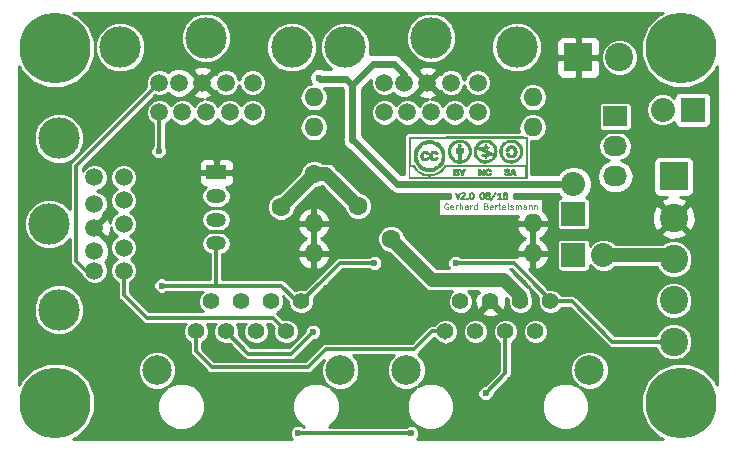
<source format=gtl>
G04 #@! TF.GenerationSoftware,KiCad,Pcbnew,(5.0.2)-1*
G04 #@! TF.CreationDate,2018-12-29T22:18:37+01:00*
G04 #@! TF.ProjectId,distributor_v2_only,64697374-7269-4627-9574-6f725f76325f,rev?*
G04 #@! TF.SameCoordinates,PX5e78920PY8670810*
G04 #@! TF.FileFunction,Copper,L1,Top*
G04 #@! TF.FilePolarity,Positive*
%FSLAX46Y46*%
G04 Gerber Fmt 4.6, Leading zero omitted, Abs format (unit mm)*
G04 Created by KiCad (PCBNEW (5.0.2)-1) date 29.12.2018 22:18:37*
%MOMM*%
%LPD*%
G01*
G04 APERTURE LIST*
G04 #@! TA.AperFunction,NonConductor*
%ADD10C,0.063500*%
G04 #@! TD*
G04 #@! TA.AperFunction,NonConductor*
%ADD11C,0.127000*%
G04 #@! TD*
G04 #@! TA.AperFunction,EtchedComponent*
%ADD12C,0.002540*%
G04 #@! TD*
G04 #@! TA.AperFunction,ComponentPad*
%ADD13C,1.400000*%
G04 #@! TD*
G04 #@! TA.AperFunction,ComponentPad*
%ADD14C,2.500000*%
G04 #@! TD*
G04 #@! TA.AperFunction,ComponentPad*
%ADD15C,6.000000*%
G04 #@! TD*
G04 #@! TA.AperFunction,ComponentPad*
%ADD16C,2.400000*%
G04 #@! TD*
G04 #@! TA.AperFunction,ComponentPad*
%ADD17R,2.400000X2.400000*%
G04 #@! TD*
G04 #@! TA.AperFunction,ComponentPad*
%ADD18O,1.600000X1.600000*%
G04 #@! TD*
G04 #@! TA.AperFunction,ComponentPad*
%ADD19R,2.032000X1.727200*%
G04 #@! TD*
G04 #@! TA.AperFunction,ComponentPad*
%ADD20O,2.032000X1.727200*%
G04 #@! TD*
G04 #@! TA.AperFunction,ComponentPad*
%ADD21C,1.500000*%
G04 #@! TD*
G04 #@! TA.AperFunction,ViaPad*
%ADD22C,3.500000*%
G04 #@! TD*
G04 #@! TA.AperFunction,ComponentPad*
%ADD23R,2.032000X2.032000*%
G04 #@! TD*
G04 #@! TA.AperFunction,ComponentPad*
%ADD24O,2.032000X2.032000*%
G04 #@! TD*
G04 #@! TA.AperFunction,ComponentPad*
%ADD25R,1.699260X1.198880*%
G04 #@! TD*
G04 #@! TA.AperFunction,ComponentPad*
%ADD26O,1.699260X1.198880*%
G04 #@! TD*
G04 #@! TA.AperFunction,ViaPad*
%ADD27C,0.600000*%
G04 #@! TD*
G04 #@! TA.AperFunction,ViaPad*
%ADD28C,1.600000*%
G04 #@! TD*
G04 #@! TA.AperFunction,Conductor*
%ADD29C,0.304800*%
G04 #@! TD*
G04 #@! TA.AperFunction,Conductor*
%ADD30C,0.609600*%
G04 #@! TD*
G04 #@! TA.AperFunction,Conductor*
%ADD31C,1.200000*%
G04 #@! TD*
G04 #@! TA.AperFunction,Conductor*
%ADD32C,0.254000*%
G04 #@! TD*
G04 APERTURE END LIST*
D10*
X37697833Y21336000D02*
X37649452Y21360191D01*
X37576880Y21360191D01*
X37504309Y21336000D01*
X37455928Y21287620D01*
X37431738Y21239239D01*
X37407547Y21142477D01*
X37407547Y21069905D01*
X37431738Y20973143D01*
X37455928Y20924762D01*
X37504309Y20876381D01*
X37576880Y20852191D01*
X37625261Y20852191D01*
X37697833Y20876381D01*
X37722023Y20900572D01*
X37722023Y21069905D01*
X37625261Y21069905D01*
X38133261Y20876381D02*
X38084880Y20852191D01*
X37988119Y20852191D01*
X37939738Y20876381D01*
X37915547Y20924762D01*
X37915547Y21118286D01*
X37939738Y21166667D01*
X37988119Y21190858D01*
X38084880Y21190858D01*
X38133261Y21166667D01*
X38157452Y21118286D01*
X38157452Y21069905D01*
X37915547Y21021524D01*
X38375166Y20852191D02*
X38375166Y21190858D01*
X38375166Y21094096D02*
X38399357Y21142477D01*
X38423547Y21166667D01*
X38471928Y21190858D01*
X38520309Y21190858D01*
X38689642Y20852191D02*
X38689642Y21360191D01*
X38907357Y20852191D02*
X38907357Y21118286D01*
X38883166Y21166667D01*
X38834785Y21190858D01*
X38762214Y21190858D01*
X38713833Y21166667D01*
X38689642Y21142477D01*
X39366976Y20852191D02*
X39366976Y21118286D01*
X39342785Y21166667D01*
X39294404Y21190858D01*
X39197642Y21190858D01*
X39149261Y21166667D01*
X39366976Y20876381D02*
X39318595Y20852191D01*
X39197642Y20852191D01*
X39149261Y20876381D01*
X39125071Y20924762D01*
X39125071Y20973143D01*
X39149261Y21021524D01*
X39197642Y21045715D01*
X39318595Y21045715D01*
X39366976Y21069905D01*
X39608880Y20852191D02*
X39608880Y21190858D01*
X39608880Y21094096D02*
X39633071Y21142477D01*
X39657261Y21166667D01*
X39705642Y21190858D01*
X39754023Y21190858D01*
X40141071Y20852191D02*
X40141071Y21360191D01*
X40141071Y20876381D02*
X40092690Y20852191D01*
X39995928Y20852191D01*
X39947547Y20876381D01*
X39923357Y20900572D01*
X39899166Y20948953D01*
X39899166Y21094096D01*
X39923357Y21142477D01*
X39947547Y21166667D01*
X39995928Y21190858D01*
X40092690Y21190858D01*
X40141071Y21166667D01*
X40939357Y21118286D02*
X41011928Y21094096D01*
X41036119Y21069905D01*
X41060309Y21021524D01*
X41060309Y20948953D01*
X41036119Y20900572D01*
X41011928Y20876381D01*
X40963547Y20852191D01*
X40770023Y20852191D01*
X40770023Y21360191D01*
X40939357Y21360191D01*
X40987738Y21336000D01*
X41011928Y21311810D01*
X41036119Y21263429D01*
X41036119Y21215048D01*
X41011928Y21166667D01*
X40987738Y21142477D01*
X40939357Y21118286D01*
X40770023Y21118286D01*
X41471547Y20876381D02*
X41423166Y20852191D01*
X41326404Y20852191D01*
X41278023Y20876381D01*
X41253833Y20924762D01*
X41253833Y21118286D01*
X41278023Y21166667D01*
X41326404Y21190858D01*
X41423166Y21190858D01*
X41471547Y21166667D01*
X41495738Y21118286D01*
X41495738Y21069905D01*
X41253833Y21021524D01*
X41713452Y20852191D02*
X41713452Y21190858D01*
X41713452Y21094096D02*
X41737642Y21142477D01*
X41761833Y21166667D01*
X41810214Y21190858D01*
X41858595Y21190858D01*
X41955357Y21190858D02*
X42148880Y21190858D01*
X42027928Y21360191D02*
X42027928Y20924762D01*
X42052119Y20876381D01*
X42100500Y20852191D01*
X42148880Y20852191D01*
X42511738Y20876381D02*
X42463357Y20852191D01*
X42366595Y20852191D01*
X42318214Y20876381D01*
X42294023Y20924762D01*
X42294023Y21118286D01*
X42318214Y21166667D01*
X42366595Y21190858D01*
X42463357Y21190858D01*
X42511738Y21166667D01*
X42535928Y21118286D01*
X42535928Y21069905D01*
X42294023Y21021524D01*
X42826214Y20852191D02*
X42777833Y20876381D01*
X42753642Y20924762D01*
X42753642Y21360191D01*
X42995547Y20876381D02*
X43043928Y20852191D01*
X43140690Y20852191D01*
X43189071Y20876381D01*
X43213261Y20924762D01*
X43213261Y20948953D01*
X43189071Y20997334D01*
X43140690Y21021524D01*
X43068119Y21021524D01*
X43019738Y21045715D01*
X42995547Y21094096D01*
X42995547Y21118286D01*
X43019738Y21166667D01*
X43068119Y21190858D01*
X43140690Y21190858D01*
X43189071Y21166667D01*
X43430976Y20852191D02*
X43430976Y21190858D01*
X43430976Y21142477D02*
X43455166Y21166667D01*
X43503547Y21190858D01*
X43576119Y21190858D01*
X43624500Y21166667D01*
X43648690Y21118286D01*
X43648690Y20852191D01*
X43648690Y21118286D02*
X43672880Y21166667D01*
X43721261Y21190858D01*
X43793833Y21190858D01*
X43842214Y21166667D01*
X43866404Y21118286D01*
X43866404Y20852191D01*
X44326023Y20852191D02*
X44326023Y21118286D01*
X44301833Y21166667D01*
X44253452Y21190858D01*
X44156690Y21190858D01*
X44108309Y21166667D01*
X44326023Y20876381D02*
X44277642Y20852191D01*
X44156690Y20852191D01*
X44108309Y20876381D01*
X44084119Y20924762D01*
X44084119Y20973143D01*
X44108309Y21021524D01*
X44156690Y21045715D01*
X44277642Y21045715D01*
X44326023Y21069905D01*
X44567928Y21190858D02*
X44567928Y20852191D01*
X44567928Y21142477D02*
X44592119Y21166667D01*
X44640500Y21190858D01*
X44713071Y21190858D01*
X44761452Y21166667D01*
X44785642Y21118286D01*
X44785642Y20852191D01*
X45027547Y21190858D02*
X45027547Y20852191D01*
X45027547Y21142477D02*
X45051738Y21166667D01*
X45100119Y21190858D01*
X45172690Y21190858D01*
X45221071Y21166667D01*
X45245261Y21118286D01*
X45245261Y20852191D01*
D11*
X38375166Y22249191D02*
X38544500Y21741191D01*
X38713833Y22249191D01*
X38858976Y22200810D02*
X38883166Y22225000D01*
X38931547Y22249191D01*
X39052500Y22249191D01*
X39100880Y22225000D01*
X39125071Y22200810D01*
X39149261Y22152429D01*
X39149261Y22104048D01*
X39125071Y22031477D01*
X38834785Y21741191D01*
X39149261Y21741191D01*
X39366976Y21789572D02*
X39391166Y21765381D01*
X39366976Y21741191D01*
X39342785Y21765381D01*
X39366976Y21789572D01*
X39366976Y21741191D01*
X39705642Y22249191D02*
X39754023Y22249191D01*
X39802404Y22225000D01*
X39826595Y22200810D01*
X39850785Y22152429D01*
X39874976Y22055667D01*
X39874976Y21934715D01*
X39850785Y21837953D01*
X39826595Y21789572D01*
X39802404Y21765381D01*
X39754023Y21741191D01*
X39705642Y21741191D01*
X39657261Y21765381D01*
X39633071Y21789572D01*
X39608880Y21837953D01*
X39584690Y21934715D01*
X39584690Y22055667D01*
X39608880Y22152429D01*
X39633071Y22200810D01*
X39657261Y22225000D01*
X39705642Y22249191D01*
X40576500Y22249191D02*
X40624880Y22249191D01*
X40673261Y22225000D01*
X40697452Y22200810D01*
X40721642Y22152429D01*
X40745833Y22055667D01*
X40745833Y21934715D01*
X40721642Y21837953D01*
X40697452Y21789572D01*
X40673261Y21765381D01*
X40624880Y21741191D01*
X40576500Y21741191D01*
X40528119Y21765381D01*
X40503928Y21789572D01*
X40479738Y21837953D01*
X40455547Y21934715D01*
X40455547Y22055667D01*
X40479738Y22152429D01*
X40503928Y22200810D01*
X40528119Y22225000D01*
X40576500Y22249191D01*
X41036119Y22031477D02*
X40987738Y22055667D01*
X40963547Y22079858D01*
X40939357Y22128239D01*
X40939357Y22152429D01*
X40963547Y22200810D01*
X40987738Y22225000D01*
X41036119Y22249191D01*
X41132880Y22249191D01*
X41181261Y22225000D01*
X41205452Y22200810D01*
X41229642Y22152429D01*
X41229642Y22128239D01*
X41205452Y22079858D01*
X41181261Y22055667D01*
X41132880Y22031477D01*
X41036119Y22031477D01*
X40987738Y22007286D01*
X40963547Y21983096D01*
X40939357Y21934715D01*
X40939357Y21837953D01*
X40963547Y21789572D01*
X40987738Y21765381D01*
X41036119Y21741191D01*
X41132880Y21741191D01*
X41181261Y21765381D01*
X41205452Y21789572D01*
X41229642Y21837953D01*
X41229642Y21934715D01*
X41205452Y21983096D01*
X41181261Y22007286D01*
X41132880Y22031477D01*
X41810214Y22273381D02*
X41374785Y21620239D01*
X42245642Y21741191D02*
X41955357Y21741191D01*
X42100500Y21741191D02*
X42100500Y22249191D01*
X42052119Y22176620D01*
X42003738Y22128239D01*
X41955357Y22104048D01*
X42535928Y22031477D02*
X42487547Y22055667D01*
X42463357Y22079858D01*
X42439166Y22128239D01*
X42439166Y22152429D01*
X42463357Y22200810D01*
X42487547Y22225000D01*
X42535928Y22249191D01*
X42632690Y22249191D01*
X42681071Y22225000D01*
X42705261Y22200810D01*
X42729452Y22152429D01*
X42729452Y22128239D01*
X42705261Y22079858D01*
X42681071Y22055667D01*
X42632690Y22031477D01*
X42535928Y22031477D01*
X42487547Y22007286D01*
X42463357Y21983096D01*
X42439166Y21934715D01*
X42439166Y21837953D01*
X42463357Y21789572D01*
X42487547Y21765381D01*
X42535928Y21741191D01*
X42632690Y21741191D01*
X42681071Y21765381D01*
X42705261Y21789572D01*
X42729452Y21837953D01*
X42729452Y21934715D01*
X42705261Y21983096D01*
X42681071Y22007286D01*
X42632690Y22031477D01*
D12*
G04 #@! TO.C,G\002A\002A\002A*
G36*
X44368720Y23522940D02*
X44279820Y23522940D01*
X44279820Y24574500D01*
X44279820Y25722580D01*
X44279820Y26873200D01*
X44249340Y26903680D01*
X44221400Y26931620D01*
X39370000Y26931620D01*
X34518600Y26931620D01*
X34490660Y26903680D01*
X34460180Y26873200D01*
X34460180Y25722580D01*
X34460180Y24574500D01*
X34637980Y24574500D01*
X34815780Y24574500D01*
X34881820Y24472900D01*
X34978340Y24340820D01*
X35090100Y24221440D01*
X35214560Y24114760D01*
X35351720Y24020780D01*
X35496500Y23942040D01*
X35651440Y23881080D01*
X35814000Y23835360D01*
X35943540Y23815040D01*
X36009580Y23809960D01*
X36090860Y23807420D01*
X36177220Y23809960D01*
X36263580Y23817580D01*
X36342320Y23825200D01*
X36388040Y23832820D01*
X36558220Y23878540D01*
X36715700Y23936960D01*
X36865560Y24015700D01*
X37002720Y24109680D01*
X37132260Y24223980D01*
X37185600Y24277320D01*
X37228780Y24325580D01*
X37274500Y24381460D01*
X37315140Y24434800D01*
X37340540Y24472900D01*
X37406580Y24571960D01*
X40840660Y24574500D01*
X44279820Y24574500D01*
X44279820Y23522940D01*
X44269660Y23522940D01*
X44269660Y23604220D01*
X44269660Y24043640D01*
X44269660Y24483060D01*
X40868600Y24483060D01*
X37472620Y24483060D01*
X37409120Y24391620D01*
X37332920Y24284940D01*
X37259260Y24190960D01*
X37180520Y24112220D01*
X37099240Y24046180D01*
X37007800Y23982680D01*
X36939220Y23942040D01*
X36830000Y23886160D01*
X36733480Y23840440D01*
X36642040Y23804880D01*
X36548060Y23774400D01*
X36451540Y23749000D01*
X36446460Y23749000D01*
X36301680Y23723600D01*
X36169600Y23710900D01*
X36040060Y23710900D01*
X35907980Y23723600D01*
X35773360Y23749000D01*
X35620960Y23794720D01*
X35468560Y23860760D01*
X35311080Y23944580D01*
X35153600Y24048720D01*
X35100260Y24086820D01*
X35059620Y24119840D01*
X35013900Y24165560D01*
X34963100Y24216360D01*
X34909760Y24272240D01*
X34861500Y24328120D01*
X34818320Y24378920D01*
X34785300Y24424640D01*
X34770060Y24452580D01*
X34752280Y24483060D01*
X34602420Y24483060D01*
X34450020Y24483060D01*
X34450020Y24043640D01*
X34450020Y23604220D01*
X39362380Y23604220D01*
X44269660Y23604220D01*
X44269660Y23522940D01*
X39375080Y23522940D01*
X34383980Y23522940D01*
X34376360Y23667720D01*
X34376360Y23695660D01*
X34373820Y23741380D01*
X34373820Y23804880D01*
X34373820Y23883620D01*
X34373820Y23975060D01*
X34371280Y24076660D01*
X34371280Y24193500D01*
X34371280Y24317960D01*
X34371280Y24450040D01*
X34371280Y24592280D01*
X34371280Y24739600D01*
X34371280Y24892000D01*
X34371280Y25046940D01*
X34371280Y25204420D01*
X34373820Y25359360D01*
X34373820Y25519380D01*
X34373820Y25676860D01*
X34373820Y25829260D01*
X34373820Y25981660D01*
X34376360Y26126440D01*
X34376360Y26263600D01*
X34376360Y26393140D01*
X34376360Y26515060D01*
X34378900Y26626820D01*
X34378900Y26725880D01*
X34378900Y26812240D01*
X34381440Y26885900D01*
X34381440Y26941780D01*
X34381440Y26982420D01*
X34383980Y27005280D01*
X34383980Y27007820D01*
X34394140Y27010360D01*
X34424620Y27010360D01*
X34472880Y27010360D01*
X34538920Y27010360D01*
X34620200Y27010360D01*
X34721800Y27010360D01*
X34836100Y27012900D01*
X34965640Y27012900D01*
X35110420Y27012900D01*
X35267900Y27012900D01*
X35438080Y27012900D01*
X35618420Y27012900D01*
X35811460Y27015440D01*
X36014660Y27015440D01*
X36228020Y27015440D01*
X36451540Y27015440D01*
X36682680Y27015440D01*
X36918900Y27015440D01*
X37165280Y27015440D01*
X37416740Y27015440D01*
X37673280Y27017980D01*
X37932360Y27017980D01*
X38199060Y27017980D01*
X38465760Y27017980D01*
X38737540Y27017980D01*
X39009320Y27017980D01*
X39281100Y27017980D01*
X39552880Y27017980D01*
X39824660Y27017980D01*
X40096440Y27017980D01*
X40365680Y27017980D01*
X40632380Y27017980D01*
X40894000Y27017980D01*
X41153080Y27017980D01*
X41407080Y27017980D01*
X41656000Y27017980D01*
X41897300Y27017980D01*
X42133520Y27017980D01*
X42359580Y27017980D01*
X42578020Y27017980D01*
X42786300Y27017980D01*
X42984420Y27017980D01*
X43174920Y27017980D01*
X43350180Y27017980D01*
X43515280Y27017980D01*
X43665140Y27017980D01*
X43802300Y27017980D01*
X43926760Y27017980D01*
X44033440Y27017980D01*
X44124880Y27015440D01*
X44201080Y27015440D01*
X44259500Y27015440D01*
X44297600Y27015440D01*
X44320460Y27015440D01*
X44323000Y27015440D01*
X44368720Y27010360D01*
X44368720Y25267920D01*
X44368720Y23522940D01*
X44368720Y23522940D01*
G37*
X44368720Y23522940D02*
X44279820Y23522940D01*
X44279820Y24574500D01*
X44279820Y25722580D01*
X44279820Y26873200D01*
X44249340Y26903680D01*
X44221400Y26931620D01*
X39370000Y26931620D01*
X34518600Y26931620D01*
X34490660Y26903680D01*
X34460180Y26873200D01*
X34460180Y25722580D01*
X34460180Y24574500D01*
X34637980Y24574500D01*
X34815780Y24574500D01*
X34881820Y24472900D01*
X34978340Y24340820D01*
X35090100Y24221440D01*
X35214560Y24114760D01*
X35351720Y24020780D01*
X35496500Y23942040D01*
X35651440Y23881080D01*
X35814000Y23835360D01*
X35943540Y23815040D01*
X36009580Y23809960D01*
X36090860Y23807420D01*
X36177220Y23809960D01*
X36263580Y23817580D01*
X36342320Y23825200D01*
X36388040Y23832820D01*
X36558220Y23878540D01*
X36715700Y23936960D01*
X36865560Y24015700D01*
X37002720Y24109680D01*
X37132260Y24223980D01*
X37185600Y24277320D01*
X37228780Y24325580D01*
X37274500Y24381460D01*
X37315140Y24434800D01*
X37340540Y24472900D01*
X37406580Y24571960D01*
X40840660Y24574500D01*
X44279820Y24574500D01*
X44279820Y23522940D01*
X44269660Y23522940D01*
X44269660Y23604220D01*
X44269660Y24043640D01*
X44269660Y24483060D01*
X40868600Y24483060D01*
X37472620Y24483060D01*
X37409120Y24391620D01*
X37332920Y24284940D01*
X37259260Y24190960D01*
X37180520Y24112220D01*
X37099240Y24046180D01*
X37007800Y23982680D01*
X36939220Y23942040D01*
X36830000Y23886160D01*
X36733480Y23840440D01*
X36642040Y23804880D01*
X36548060Y23774400D01*
X36451540Y23749000D01*
X36446460Y23749000D01*
X36301680Y23723600D01*
X36169600Y23710900D01*
X36040060Y23710900D01*
X35907980Y23723600D01*
X35773360Y23749000D01*
X35620960Y23794720D01*
X35468560Y23860760D01*
X35311080Y23944580D01*
X35153600Y24048720D01*
X35100260Y24086820D01*
X35059620Y24119840D01*
X35013900Y24165560D01*
X34963100Y24216360D01*
X34909760Y24272240D01*
X34861500Y24328120D01*
X34818320Y24378920D01*
X34785300Y24424640D01*
X34770060Y24452580D01*
X34752280Y24483060D01*
X34602420Y24483060D01*
X34450020Y24483060D01*
X34450020Y24043640D01*
X34450020Y23604220D01*
X39362380Y23604220D01*
X44269660Y23604220D01*
X44269660Y23522940D01*
X39375080Y23522940D01*
X34383980Y23522940D01*
X34376360Y23667720D01*
X34376360Y23695660D01*
X34373820Y23741380D01*
X34373820Y23804880D01*
X34373820Y23883620D01*
X34373820Y23975060D01*
X34371280Y24076660D01*
X34371280Y24193500D01*
X34371280Y24317960D01*
X34371280Y24450040D01*
X34371280Y24592280D01*
X34371280Y24739600D01*
X34371280Y24892000D01*
X34371280Y25046940D01*
X34371280Y25204420D01*
X34373820Y25359360D01*
X34373820Y25519380D01*
X34373820Y25676860D01*
X34373820Y25829260D01*
X34373820Y25981660D01*
X34376360Y26126440D01*
X34376360Y26263600D01*
X34376360Y26393140D01*
X34376360Y26515060D01*
X34378900Y26626820D01*
X34378900Y26725880D01*
X34378900Y26812240D01*
X34381440Y26885900D01*
X34381440Y26941780D01*
X34381440Y26982420D01*
X34383980Y27005280D01*
X34383980Y27007820D01*
X34394140Y27010360D01*
X34424620Y27010360D01*
X34472880Y27010360D01*
X34538920Y27010360D01*
X34620200Y27010360D01*
X34721800Y27010360D01*
X34836100Y27012900D01*
X34965640Y27012900D01*
X35110420Y27012900D01*
X35267900Y27012900D01*
X35438080Y27012900D01*
X35618420Y27012900D01*
X35811460Y27015440D01*
X36014660Y27015440D01*
X36228020Y27015440D01*
X36451540Y27015440D01*
X36682680Y27015440D01*
X36918900Y27015440D01*
X37165280Y27015440D01*
X37416740Y27015440D01*
X37673280Y27017980D01*
X37932360Y27017980D01*
X38199060Y27017980D01*
X38465760Y27017980D01*
X38737540Y27017980D01*
X39009320Y27017980D01*
X39281100Y27017980D01*
X39552880Y27017980D01*
X39824660Y27017980D01*
X40096440Y27017980D01*
X40365680Y27017980D01*
X40632380Y27017980D01*
X40894000Y27017980D01*
X41153080Y27017980D01*
X41407080Y27017980D01*
X41656000Y27017980D01*
X41897300Y27017980D01*
X42133520Y27017980D01*
X42359580Y27017980D01*
X42578020Y27017980D01*
X42786300Y27017980D01*
X42984420Y27017980D01*
X43174920Y27017980D01*
X43350180Y27017980D01*
X43515280Y27017980D01*
X43665140Y27017980D01*
X43802300Y27017980D01*
X43926760Y27017980D01*
X44033440Y27017980D01*
X44124880Y27015440D01*
X44201080Y27015440D01*
X44259500Y27015440D01*
X44297600Y27015440D01*
X44320460Y27015440D01*
X44323000Y27015440D01*
X44368720Y27010360D01*
X44368720Y25267920D01*
X44368720Y23522940D01*
G36*
X41358820Y23954740D02*
X41353740Y23926800D01*
X41328340Y23855680D01*
X41290240Y23802340D01*
X41239440Y23761700D01*
X41178480Y23738840D01*
X41107360Y23731220D01*
X41064180Y23736300D01*
X41010840Y23746460D01*
X40970200Y23766780D01*
X40929560Y23799800D01*
X40911780Y23817580D01*
X40873680Y23873460D01*
X40848280Y23939500D01*
X40840660Y24008080D01*
X40845740Y24079200D01*
X40863520Y24147780D01*
X40899080Y24208740D01*
X40919400Y24234140D01*
X40972740Y24274780D01*
X41033700Y24300180D01*
X41097200Y24310340D01*
X41160700Y24305260D01*
X41219120Y24287480D01*
X41272460Y24254460D01*
X41315640Y24208740D01*
X41328340Y24183340D01*
X41341040Y24155400D01*
X41348660Y24130000D01*
X41348660Y24124920D01*
X41346120Y24112220D01*
X41335960Y24107140D01*
X41313100Y24104600D01*
X41295320Y24104600D01*
X41262300Y24104600D01*
X41244520Y24109680D01*
X41231820Y24119840D01*
X41224200Y24135080D01*
X41193720Y24173180D01*
X41155620Y24193500D01*
X41112440Y24203660D01*
X41069260Y24196040D01*
X41028620Y24175720D01*
X40995600Y24140160D01*
X40985440Y24119840D01*
X40972740Y24079200D01*
X40967660Y24025860D01*
X40970200Y23972520D01*
X40980360Y23926800D01*
X40985440Y23916640D01*
X41015920Y23873460D01*
X41056560Y23848060D01*
X41102280Y23835360D01*
X41148000Y23840440D01*
X41168320Y23850600D01*
X41196260Y23870920D01*
X41216580Y23901400D01*
X41229280Y23931880D01*
X41229280Y23939500D01*
X41231820Y23947120D01*
X41247060Y23952200D01*
X41275000Y23954740D01*
X41292780Y23954740D01*
X41358820Y23954740D01*
X41358820Y23954740D01*
G37*
X41358820Y23954740D02*
X41353740Y23926800D01*
X41328340Y23855680D01*
X41290240Y23802340D01*
X41239440Y23761700D01*
X41178480Y23738840D01*
X41107360Y23731220D01*
X41064180Y23736300D01*
X41010840Y23746460D01*
X40970200Y23766780D01*
X40929560Y23799800D01*
X40911780Y23817580D01*
X40873680Y23873460D01*
X40848280Y23939500D01*
X40840660Y24008080D01*
X40845740Y24079200D01*
X40863520Y24147780D01*
X40899080Y24208740D01*
X40919400Y24234140D01*
X40972740Y24274780D01*
X41033700Y24300180D01*
X41097200Y24310340D01*
X41160700Y24305260D01*
X41219120Y24287480D01*
X41272460Y24254460D01*
X41315640Y24208740D01*
X41328340Y24183340D01*
X41341040Y24155400D01*
X41348660Y24130000D01*
X41348660Y24124920D01*
X41346120Y24112220D01*
X41335960Y24107140D01*
X41313100Y24104600D01*
X41295320Y24104600D01*
X41262300Y24104600D01*
X41244520Y24109680D01*
X41231820Y24119840D01*
X41224200Y24135080D01*
X41193720Y24173180D01*
X41155620Y24193500D01*
X41112440Y24203660D01*
X41069260Y24196040D01*
X41028620Y24175720D01*
X40995600Y24140160D01*
X40985440Y24119840D01*
X40972740Y24079200D01*
X40967660Y24025860D01*
X40970200Y23972520D01*
X40980360Y23926800D01*
X40985440Y23916640D01*
X41015920Y23873460D01*
X41056560Y23848060D01*
X41102280Y23835360D01*
X41148000Y23840440D01*
X41168320Y23850600D01*
X41196260Y23870920D01*
X41216580Y23901400D01*
X41229280Y23931880D01*
X41229280Y23939500D01*
X41231820Y23947120D01*
X41247060Y23952200D01*
X41275000Y23954740D01*
X41292780Y23954740D01*
X41358820Y23954740D01*
G36*
X42908220Y23883620D02*
X42898060Y23845520D01*
X42875200Y23809960D01*
X42867580Y23799800D01*
X42829480Y23766780D01*
X42776140Y23743920D01*
X42715180Y23731220D01*
X42651680Y23731220D01*
X42644060Y23731220D01*
X42572940Y23746460D01*
X42517060Y23776940D01*
X42476420Y23817580D01*
X42451020Y23870920D01*
X42448480Y23876000D01*
X42443400Y23906480D01*
X42448480Y23924260D01*
X42466260Y23931880D01*
X42499280Y23931880D01*
X42509440Y23931880D01*
X42539920Y23929340D01*
X42557700Y23924260D01*
X42567860Y23911560D01*
X42572940Y23893780D01*
X42593260Y23860760D01*
X42626280Y23835360D01*
X42669460Y23825200D01*
X42717720Y23830280D01*
X42745660Y23837900D01*
X42776140Y23855680D01*
X42788840Y23878540D01*
X42786300Y23906480D01*
X42778680Y23921720D01*
X42763440Y23934420D01*
X42738040Y23947120D01*
X42699940Y23962360D01*
X42646600Y23980140D01*
X42618660Y23987760D01*
X42570400Y24003000D01*
X42537380Y24018240D01*
X42514520Y24033480D01*
X42501820Y24048720D01*
X42471340Y24094440D01*
X42461180Y24137620D01*
X42466260Y24183340D01*
X42486580Y24223980D01*
X42519600Y24259540D01*
X42562780Y24287480D01*
X42613580Y24305260D01*
X42672000Y24310340D01*
X42727880Y24305260D01*
X42791380Y24284940D01*
X42839640Y24257000D01*
X42870120Y24216360D01*
X42885360Y24165560D01*
X42890440Y24124920D01*
X42834560Y24124920D01*
X42801540Y24124920D01*
X42783760Y24130000D01*
X42773600Y24137620D01*
X42765980Y24155400D01*
X42748200Y24185880D01*
X42715180Y24203660D01*
X42677080Y24213820D01*
X42638980Y24208740D01*
X42605960Y24193500D01*
X42603420Y24188420D01*
X42585640Y24168100D01*
X42580560Y24150320D01*
X42590720Y24132540D01*
X42595800Y24124920D01*
X42618660Y24112220D01*
X42659300Y24094440D01*
X42717720Y24076660D01*
X42722800Y24076660D01*
X42788840Y24053800D01*
X42839640Y24033480D01*
X42872660Y24008080D01*
X42895520Y23977600D01*
X42905680Y23939500D01*
X42905680Y23931880D01*
X42908220Y23883620D01*
X42908220Y23883620D01*
G37*
X42908220Y23883620D02*
X42898060Y23845520D01*
X42875200Y23809960D01*
X42867580Y23799800D01*
X42829480Y23766780D01*
X42776140Y23743920D01*
X42715180Y23731220D01*
X42651680Y23731220D01*
X42644060Y23731220D01*
X42572940Y23746460D01*
X42517060Y23776940D01*
X42476420Y23817580D01*
X42451020Y23870920D01*
X42448480Y23876000D01*
X42443400Y23906480D01*
X42448480Y23924260D01*
X42466260Y23931880D01*
X42499280Y23931880D01*
X42509440Y23931880D01*
X42539920Y23929340D01*
X42557700Y23924260D01*
X42567860Y23911560D01*
X42572940Y23893780D01*
X42593260Y23860760D01*
X42626280Y23835360D01*
X42669460Y23825200D01*
X42717720Y23830280D01*
X42745660Y23837900D01*
X42776140Y23855680D01*
X42788840Y23878540D01*
X42786300Y23906480D01*
X42778680Y23921720D01*
X42763440Y23934420D01*
X42738040Y23947120D01*
X42699940Y23962360D01*
X42646600Y23980140D01*
X42618660Y23987760D01*
X42570400Y24003000D01*
X42537380Y24018240D01*
X42514520Y24033480D01*
X42501820Y24048720D01*
X42471340Y24094440D01*
X42461180Y24137620D01*
X42466260Y24183340D01*
X42486580Y24223980D01*
X42519600Y24259540D01*
X42562780Y24287480D01*
X42613580Y24305260D01*
X42672000Y24310340D01*
X42727880Y24305260D01*
X42791380Y24284940D01*
X42839640Y24257000D01*
X42870120Y24216360D01*
X42885360Y24165560D01*
X42890440Y24124920D01*
X42834560Y24124920D01*
X42801540Y24124920D01*
X42783760Y24130000D01*
X42773600Y24137620D01*
X42765980Y24155400D01*
X42748200Y24185880D01*
X42715180Y24203660D01*
X42677080Y24213820D01*
X42638980Y24208740D01*
X42605960Y24193500D01*
X42603420Y24188420D01*
X42585640Y24168100D01*
X42580560Y24150320D01*
X42590720Y24132540D01*
X42595800Y24124920D01*
X42618660Y24112220D01*
X42659300Y24094440D01*
X42717720Y24076660D01*
X42722800Y24076660D01*
X42788840Y24053800D01*
X42839640Y24033480D01*
X42872660Y24008080D01*
X42895520Y23977600D01*
X42905680Y23939500D01*
X42905680Y23931880D01*
X42908220Y23883620D01*
G36*
X38608000Y23883620D02*
X38592760Y23832820D01*
X38559740Y23789640D01*
X38516560Y23764240D01*
X38498780Y23756620D01*
X38481000Y23751540D01*
X38481000Y23914100D01*
X38478460Y23944580D01*
X38465760Y23964900D01*
X38460680Y23967440D01*
X38460680Y24142700D01*
X38450520Y24170640D01*
X38445440Y24178260D01*
X38430200Y24188420D01*
X38402260Y24193500D01*
X38361620Y24193500D01*
X38351460Y24193500D01*
X38272720Y24193500D01*
X38270180Y24163020D01*
X38267640Y24130000D01*
X38270180Y24102060D01*
X38272720Y24086820D01*
X38277800Y24079200D01*
X38293040Y24074120D01*
X38320980Y24074120D01*
X38343840Y24074120D01*
X38394640Y24076660D01*
X38430200Y24084280D01*
X38437820Y24089360D01*
X38455600Y24112220D01*
X38460680Y24142700D01*
X38460680Y23967440D01*
X38440360Y23977600D01*
X38402260Y23982680D01*
X38354000Y23985220D01*
X38270180Y23985220D01*
X38270180Y23914100D01*
X38270180Y23842980D01*
X38359080Y23842980D01*
X38404800Y23845520D01*
X38435280Y23848060D01*
X38455600Y23855680D01*
X38463220Y23860760D01*
X38478460Y23886160D01*
X38481000Y23914100D01*
X38481000Y23751540D01*
X38475920Y23751540D01*
X38447980Y23746460D01*
X38409880Y23746460D01*
X38356540Y23743920D01*
X38308280Y23743920D01*
X38140640Y23743920D01*
X38140640Y24018240D01*
X38140640Y24295100D01*
X38305740Y24295100D01*
X38379400Y24292560D01*
X38432740Y24292560D01*
X38475920Y24287480D01*
X38506400Y24279860D01*
X38529260Y24269700D01*
X38547040Y24254460D01*
X38554660Y24246840D01*
X38569900Y24218900D01*
X38577520Y24180800D01*
X38580060Y24140160D01*
X38577520Y24119840D01*
X38564820Y24094440D01*
X38544500Y24069040D01*
X38541960Y24066500D01*
X38526720Y24048720D01*
X38524180Y24038560D01*
X38531800Y24036020D01*
X38557200Y24018240D01*
X38585140Y23990300D01*
X38602920Y23954740D01*
X38605460Y23939500D01*
X38608000Y23883620D01*
X38608000Y23883620D01*
G37*
X38608000Y23883620D02*
X38592760Y23832820D01*
X38559740Y23789640D01*
X38516560Y23764240D01*
X38498780Y23756620D01*
X38481000Y23751540D01*
X38481000Y23914100D01*
X38478460Y23944580D01*
X38465760Y23964900D01*
X38460680Y23967440D01*
X38460680Y24142700D01*
X38450520Y24170640D01*
X38445440Y24178260D01*
X38430200Y24188420D01*
X38402260Y24193500D01*
X38361620Y24193500D01*
X38351460Y24193500D01*
X38272720Y24193500D01*
X38270180Y24163020D01*
X38267640Y24130000D01*
X38270180Y24102060D01*
X38272720Y24086820D01*
X38277800Y24079200D01*
X38293040Y24074120D01*
X38320980Y24074120D01*
X38343840Y24074120D01*
X38394640Y24076660D01*
X38430200Y24084280D01*
X38437820Y24089360D01*
X38455600Y24112220D01*
X38460680Y24142700D01*
X38460680Y23967440D01*
X38440360Y23977600D01*
X38402260Y23982680D01*
X38354000Y23985220D01*
X38270180Y23985220D01*
X38270180Y23914100D01*
X38270180Y23842980D01*
X38359080Y23842980D01*
X38404800Y23845520D01*
X38435280Y23848060D01*
X38455600Y23855680D01*
X38463220Y23860760D01*
X38478460Y23886160D01*
X38481000Y23914100D01*
X38481000Y23751540D01*
X38475920Y23751540D01*
X38447980Y23746460D01*
X38409880Y23746460D01*
X38356540Y23743920D01*
X38308280Y23743920D01*
X38140640Y23743920D01*
X38140640Y24018240D01*
X38140640Y24295100D01*
X38305740Y24295100D01*
X38379400Y24292560D01*
X38432740Y24292560D01*
X38475920Y24287480D01*
X38506400Y24279860D01*
X38529260Y24269700D01*
X38547040Y24254460D01*
X38554660Y24246840D01*
X38569900Y24218900D01*
X38577520Y24180800D01*
X38580060Y24140160D01*
X38577520Y24119840D01*
X38564820Y24094440D01*
X38544500Y24069040D01*
X38541960Y24066500D01*
X38526720Y24048720D01*
X38524180Y24038560D01*
X38531800Y24036020D01*
X38557200Y24018240D01*
X38585140Y23990300D01*
X38602920Y23954740D01*
X38605460Y23939500D01*
X38608000Y23883620D01*
G36*
X39159180Y24295100D02*
X39055040Y24119840D01*
X38950900Y23944580D01*
X38950900Y23845520D01*
X38950900Y23743920D01*
X38892480Y23743920D01*
X38831520Y23743920D01*
X38831520Y23850600D01*
X38831520Y23957280D01*
X38735000Y24117300D01*
X38704520Y24168100D01*
X38676580Y24213820D01*
X38656260Y24251920D01*
X38641020Y24274780D01*
X38633400Y24287480D01*
X38641020Y24290020D01*
X38663880Y24292560D01*
X38696900Y24295100D01*
X38699440Y24295100D01*
X38770560Y24295100D01*
X38831520Y24188420D01*
X38859460Y24140160D01*
X38879780Y24109680D01*
X38895020Y24094440D01*
X38902640Y24094440D01*
X38910260Y24109680D01*
X38925500Y24135080D01*
X38948360Y24173180D01*
X38963600Y24198580D01*
X39016940Y24290020D01*
X39088060Y24292560D01*
X39159180Y24295100D01*
X39159180Y24295100D01*
G37*
X39159180Y24295100D02*
X39055040Y24119840D01*
X38950900Y23944580D01*
X38950900Y23845520D01*
X38950900Y23743920D01*
X38892480Y23743920D01*
X38831520Y23743920D01*
X38831520Y23850600D01*
X38831520Y23957280D01*
X38735000Y24117300D01*
X38704520Y24168100D01*
X38676580Y24213820D01*
X38656260Y24251920D01*
X38641020Y24274780D01*
X38633400Y24287480D01*
X38641020Y24290020D01*
X38663880Y24292560D01*
X38696900Y24295100D01*
X38699440Y24295100D01*
X38770560Y24295100D01*
X38831520Y24188420D01*
X38859460Y24140160D01*
X38879780Y24109680D01*
X38895020Y24094440D01*
X38902640Y24094440D01*
X38910260Y24109680D01*
X38925500Y24135080D01*
X38948360Y24173180D01*
X38963600Y24198580D01*
X39016940Y24290020D01*
X39088060Y24292560D01*
X39159180Y24295100D01*
G36*
X40759380Y23743920D02*
X40695880Y23743920D01*
X40634920Y23743920D01*
X40523160Y23921720D01*
X40413940Y24096980D01*
X40411400Y23919180D01*
X40408860Y23743920D01*
X40347900Y23743920D01*
X40289480Y23743920D01*
X40289480Y24018240D01*
X40289480Y24295100D01*
X40352980Y24295100D01*
X40416480Y24295100D01*
X40523160Y24119840D01*
X40556180Y24066500D01*
X40586660Y24020780D01*
X40609520Y23985220D01*
X40627300Y23959820D01*
X40634920Y23949660D01*
X40637460Y23949660D01*
X40637460Y23959820D01*
X40640000Y23987760D01*
X40640000Y24028400D01*
X40640000Y24079200D01*
X40640000Y24122380D01*
X40637460Y24295100D01*
X40698420Y24295100D01*
X40759380Y24295100D01*
X40759380Y24018240D01*
X40759380Y23743920D01*
X40759380Y23743920D01*
G37*
X40759380Y23743920D02*
X40695880Y23743920D01*
X40634920Y23743920D01*
X40523160Y23921720D01*
X40413940Y24096980D01*
X40411400Y23919180D01*
X40408860Y23743920D01*
X40347900Y23743920D01*
X40289480Y23743920D01*
X40289480Y24018240D01*
X40289480Y24295100D01*
X40352980Y24295100D01*
X40416480Y24295100D01*
X40523160Y24119840D01*
X40556180Y24066500D01*
X40586660Y24020780D01*
X40609520Y23985220D01*
X40627300Y23959820D01*
X40634920Y23949660D01*
X40637460Y23949660D01*
X40637460Y23959820D01*
X40640000Y23987760D01*
X40640000Y24028400D01*
X40640000Y24079200D01*
X40640000Y24122380D01*
X40637460Y24295100D01*
X40698420Y24295100D01*
X40759380Y24295100D01*
X40759380Y24018240D01*
X40759380Y23743920D01*
G36*
X43459400Y23751540D02*
X43449240Y23746460D01*
X43426380Y23743920D01*
X43395900Y23743920D01*
X43332400Y23743920D01*
X43314620Y23804880D01*
X43296840Y23863300D01*
X43258740Y23863300D01*
X43258740Y23964900D01*
X43228260Y24053800D01*
X43213020Y24091900D01*
X43202860Y24122380D01*
X43192700Y24135080D01*
X43190160Y24137620D01*
X43182540Y24124920D01*
X43172380Y24099520D01*
X43159680Y24066500D01*
X43146980Y24030940D01*
X43136820Y24000460D01*
X43131740Y23977600D01*
X43129200Y23969980D01*
X43139360Y23967440D01*
X43162220Y23964900D01*
X43192700Y23964900D01*
X43258740Y23964900D01*
X43258740Y23863300D01*
X43192700Y23863300D01*
X43091100Y23863300D01*
X43068240Y23804880D01*
X43045380Y23743920D01*
X42984420Y23743920D01*
X42920920Y23743920D01*
X43025060Y24015700D01*
X43126660Y24290020D01*
X43195240Y24290020D01*
X43261280Y24290020D01*
X43360340Y24023320D01*
X43385740Y23954740D01*
X43408600Y23893780D01*
X43428920Y23837900D01*
X43444160Y23794720D01*
X43454320Y23766780D01*
X43459400Y23751540D01*
X43459400Y23751540D01*
G37*
X43459400Y23751540D02*
X43449240Y23746460D01*
X43426380Y23743920D01*
X43395900Y23743920D01*
X43332400Y23743920D01*
X43314620Y23804880D01*
X43296840Y23863300D01*
X43258740Y23863300D01*
X43258740Y23964900D01*
X43228260Y24053800D01*
X43213020Y24091900D01*
X43202860Y24122380D01*
X43192700Y24135080D01*
X43190160Y24137620D01*
X43182540Y24124920D01*
X43172380Y24099520D01*
X43159680Y24066500D01*
X43146980Y24030940D01*
X43136820Y24000460D01*
X43131740Y23977600D01*
X43129200Y23969980D01*
X43139360Y23967440D01*
X43162220Y23964900D01*
X43192700Y23964900D01*
X43258740Y23964900D01*
X43258740Y23863300D01*
X43192700Y23863300D01*
X43091100Y23863300D01*
X43068240Y23804880D01*
X43045380Y23743920D01*
X42984420Y23743920D01*
X42920920Y23743920D01*
X43025060Y24015700D01*
X43126660Y24290020D01*
X43195240Y24290020D01*
X43261280Y24290020D01*
X43360340Y24023320D01*
X43385740Y23954740D01*
X43408600Y23893780D01*
X43428920Y23837900D01*
X43444160Y23794720D01*
X43454320Y23766780D01*
X43459400Y23751540D01*
G36*
X37409120Y25410160D02*
X37409120Y25339040D01*
X37404040Y25245060D01*
X37396420Y25161240D01*
X37383720Y25085040D01*
X37365940Y25013920D01*
X37340540Y24940260D01*
X37322760Y24889460D01*
X37259260Y24759920D01*
X37180520Y24638000D01*
X37177980Y24635460D01*
X37177980Y25410160D01*
X37167820Y25549860D01*
X37139880Y25684480D01*
X37094160Y25814020D01*
X37030660Y25938480D01*
X36951920Y26052780D01*
X36857940Y26156920D01*
X36748720Y26250900D01*
X36626800Y26332180D01*
X36619180Y26334720D01*
X36499800Y26390600D01*
X36372800Y26431240D01*
X36238180Y26454100D01*
X36101020Y26459180D01*
X35963860Y26449020D01*
X35831780Y26423620D01*
X35704780Y26380440D01*
X35623500Y26342340D01*
X35509200Y26271220D01*
X35402520Y26182320D01*
X35308540Y26083260D01*
X35224720Y25974040D01*
X35156140Y25857200D01*
X35102800Y25735280D01*
X35082480Y25666700D01*
X35052000Y25521920D01*
X35044380Y25379680D01*
X35054540Y25242520D01*
X35085020Y25105360D01*
X35133280Y24975820D01*
X35201860Y24851360D01*
X35285680Y24731980D01*
X35384740Y24625300D01*
X35501580Y24528780D01*
X35620960Y24452580D01*
X35747960Y24394160D01*
X35880040Y24353520D01*
X36017200Y24333200D01*
X36164520Y24333200D01*
X36296600Y24345900D01*
X36418520Y24373840D01*
X36537900Y24419560D01*
X36654740Y24480520D01*
X36763960Y24556720D01*
X36865560Y24643080D01*
X36954460Y24739600D01*
X37028120Y24843740D01*
X37086540Y24952960D01*
X37101780Y24985980D01*
X37147500Y25128220D01*
X37172900Y25270460D01*
X37177980Y25410160D01*
X37177980Y24635460D01*
X37086540Y24523700D01*
X36982400Y24419560D01*
X36865560Y24328120D01*
X36738560Y24249380D01*
X36606480Y24185880D01*
X36471860Y24137620D01*
X36332160Y24107140D01*
X36266120Y24099520D01*
X36202620Y24094440D01*
X36151820Y24091900D01*
X36108640Y24089360D01*
X36070540Y24089360D01*
X36029900Y24091900D01*
X35994340Y24094440D01*
X35841940Y24114760D01*
X35697160Y24152860D01*
X35560000Y24211280D01*
X35427920Y24284940D01*
X35300920Y24378920D01*
X35179000Y24493220D01*
X35176460Y24495760D01*
X35069780Y24617680D01*
X34980880Y24742140D01*
X34912300Y24874220D01*
X34861500Y25011380D01*
X34828480Y25158700D01*
X34813240Y25311100D01*
X34810700Y25392380D01*
X34815780Y25534620D01*
X34836100Y25669240D01*
X34869120Y25793700D01*
X34914840Y25918160D01*
X34952940Y25994360D01*
X35034220Y26128980D01*
X35130740Y26253440D01*
X35239960Y26365200D01*
X35359340Y26461720D01*
X35491420Y26545540D01*
X35628580Y26611580D01*
X35773360Y26659840D01*
X35864800Y26680160D01*
X35930840Y26687780D01*
X36012120Y26692860D01*
X36098480Y26695400D01*
X36184840Y26692860D01*
X36268660Y26690320D01*
X36339780Y26682700D01*
X36355020Y26677620D01*
X36507420Y26642060D01*
X36652200Y26586180D01*
X36786820Y26515060D01*
X36913820Y26428700D01*
X37030660Y26327100D01*
X37132260Y26212800D01*
X37223700Y26088340D01*
X37297360Y25951180D01*
X37353240Y25808940D01*
X37363400Y25770840D01*
X37383720Y25702260D01*
X37396420Y25636220D01*
X37404040Y25567640D01*
X37409120Y25493980D01*
X37409120Y25410160D01*
X37409120Y25410160D01*
G37*
X37409120Y25410160D02*
X37409120Y25339040D01*
X37404040Y25245060D01*
X37396420Y25161240D01*
X37383720Y25085040D01*
X37365940Y25013920D01*
X37340540Y24940260D01*
X37322760Y24889460D01*
X37259260Y24759920D01*
X37180520Y24638000D01*
X37177980Y24635460D01*
X37177980Y25410160D01*
X37167820Y25549860D01*
X37139880Y25684480D01*
X37094160Y25814020D01*
X37030660Y25938480D01*
X36951920Y26052780D01*
X36857940Y26156920D01*
X36748720Y26250900D01*
X36626800Y26332180D01*
X36619180Y26334720D01*
X36499800Y26390600D01*
X36372800Y26431240D01*
X36238180Y26454100D01*
X36101020Y26459180D01*
X35963860Y26449020D01*
X35831780Y26423620D01*
X35704780Y26380440D01*
X35623500Y26342340D01*
X35509200Y26271220D01*
X35402520Y26182320D01*
X35308540Y26083260D01*
X35224720Y25974040D01*
X35156140Y25857200D01*
X35102800Y25735280D01*
X35082480Y25666700D01*
X35052000Y25521920D01*
X35044380Y25379680D01*
X35054540Y25242520D01*
X35085020Y25105360D01*
X35133280Y24975820D01*
X35201860Y24851360D01*
X35285680Y24731980D01*
X35384740Y24625300D01*
X35501580Y24528780D01*
X35620960Y24452580D01*
X35747960Y24394160D01*
X35880040Y24353520D01*
X36017200Y24333200D01*
X36164520Y24333200D01*
X36296600Y24345900D01*
X36418520Y24373840D01*
X36537900Y24419560D01*
X36654740Y24480520D01*
X36763960Y24556720D01*
X36865560Y24643080D01*
X36954460Y24739600D01*
X37028120Y24843740D01*
X37086540Y24952960D01*
X37101780Y24985980D01*
X37147500Y25128220D01*
X37172900Y25270460D01*
X37177980Y25410160D01*
X37177980Y24635460D01*
X37086540Y24523700D01*
X36982400Y24419560D01*
X36865560Y24328120D01*
X36738560Y24249380D01*
X36606480Y24185880D01*
X36471860Y24137620D01*
X36332160Y24107140D01*
X36266120Y24099520D01*
X36202620Y24094440D01*
X36151820Y24091900D01*
X36108640Y24089360D01*
X36070540Y24089360D01*
X36029900Y24091900D01*
X35994340Y24094440D01*
X35841940Y24114760D01*
X35697160Y24152860D01*
X35560000Y24211280D01*
X35427920Y24284940D01*
X35300920Y24378920D01*
X35179000Y24493220D01*
X35176460Y24495760D01*
X35069780Y24617680D01*
X34980880Y24742140D01*
X34912300Y24874220D01*
X34861500Y25011380D01*
X34828480Y25158700D01*
X34813240Y25311100D01*
X34810700Y25392380D01*
X34815780Y25534620D01*
X34836100Y25669240D01*
X34869120Y25793700D01*
X34914840Y25918160D01*
X34952940Y25994360D01*
X35034220Y26128980D01*
X35130740Y26253440D01*
X35239960Y26365200D01*
X35359340Y26461720D01*
X35491420Y26545540D01*
X35628580Y26611580D01*
X35773360Y26659840D01*
X35864800Y26680160D01*
X35930840Y26687780D01*
X36012120Y26692860D01*
X36098480Y26695400D01*
X36184840Y26692860D01*
X36268660Y26690320D01*
X36339780Y26682700D01*
X36355020Y26677620D01*
X36507420Y26642060D01*
X36652200Y26586180D01*
X36786820Y26515060D01*
X36913820Y26428700D01*
X37030660Y26327100D01*
X37132260Y26212800D01*
X37223700Y26088340D01*
X37297360Y25951180D01*
X37353240Y25808940D01*
X37363400Y25770840D01*
X37383720Y25702260D01*
X37396420Y25636220D01*
X37404040Y25567640D01*
X37409120Y25493980D01*
X37409120Y25410160D01*
G36*
X39646860Y25796240D02*
X39644320Y25704800D01*
X39636700Y25618440D01*
X39624000Y25539700D01*
X39618920Y25516840D01*
X39596060Y25440640D01*
X39560500Y25359360D01*
X39519860Y25280620D01*
X39476680Y25214580D01*
X39469060Y25204420D01*
X39469060Y25770840D01*
X39463980Y25880060D01*
X39446200Y25974040D01*
X39418260Y26068020D01*
X39395400Y26116280D01*
X39339520Y26215340D01*
X39265860Y26306780D01*
X39176960Y26388060D01*
X39080440Y26456640D01*
X38973760Y26509980D01*
X38910260Y26532840D01*
X38877240Y26543000D01*
X38846760Y26550620D01*
X38811200Y26553160D01*
X38768020Y26555700D01*
X38714680Y26555700D01*
X38686740Y26555700D01*
X38623240Y26555700D01*
X38577520Y26555700D01*
X38539420Y26550620D01*
X38508940Y26545540D01*
X38475920Y26537920D01*
X38460680Y26532840D01*
X38346380Y26487120D01*
X38239700Y26423620D01*
X38143180Y26344880D01*
X38061900Y26253440D01*
X37993320Y26151840D01*
X37939980Y26037540D01*
X37919660Y25974040D01*
X37906960Y25910540D01*
X37899340Y25834340D01*
X37896800Y25755600D01*
X37899340Y25676860D01*
X37909500Y25608280D01*
X37914580Y25582880D01*
X37957760Y25466040D01*
X38018720Y25356820D01*
X38092380Y25257760D01*
X38183820Y25171400D01*
X38237160Y25128220D01*
X38343840Y25064720D01*
X38455600Y25019000D01*
X38574980Y24993600D01*
X38696900Y24985980D01*
X38798500Y24993600D01*
X38889940Y25013920D01*
X38983920Y25046940D01*
X39070280Y25087580D01*
X39093140Y25100280D01*
X39126160Y25123140D01*
X39166800Y25153620D01*
X39209980Y25194260D01*
X39250620Y25232360D01*
X39250620Y25234900D01*
X39296340Y25278080D01*
X39329360Y25316180D01*
X39354760Y25351740D01*
X39375080Y25389840D01*
X39387780Y25412700D01*
X39425880Y25501600D01*
X39451280Y25585420D01*
X39463980Y25676860D01*
X39469060Y25770840D01*
X39469060Y25204420D01*
X39466520Y25196800D01*
X39380160Y25102820D01*
X39286180Y25016460D01*
X39176960Y24942800D01*
X39062660Y24881840D01*
X38945820Y24841200D01*
X38920420Y24833580D01*
X38862000Y24823420D01*
X38790880Y24815800D01*
X38717220Y24810720D01*
X38643560Y24808180D01*
X38577520Y24810720D01*
X38536880Y24815800D01*
X38404800Y24846280D01*
X38280340Y24894540D01*
X38160960Y24963120D01*
X38049200Y25046940D01*
X38000940Y25092660D01*
X37909500Y25199340D01*
X37833300Y25311100D01*
X37774880Y25433020D01*
X37744400Y25532080D01*
X37731700Y25575260D01*
X37726620Y25615900D01*
X37721540Y25659080D01*
X37719000Y25707340D01*
X37719000Y25765760D01*
X37721540Y25859740D01*
X37726620Y25933400D01*
X37734240Y25979120D01*
X37772340Y26108660D01*
X37828220Y26228040D01*
X37899340Y26342340D01*
X37985700Y26443940D01*
X38082220Y26532840D01*
X38191440Y26609040D01*
X38308280Y26670000D01*
X38432740Y26713180D01*
X38458140Y26718260D01*
X38519100Y26728420D01*
X38592760Y26736040D01*
X38674040Y26738580D01*
X38757860Y26736040D01*
X38836600Y26730960D01*
X38902640Y26720800D01*
X38935660Y26713180D01*
X39065200Y26667460D01*
X39187120Y26606500D01*
X39296340Y26527760D01*
X39390320Y26436320D01*
X39474140Y26332180D01*
X39545260Y26217880D01*
X39598600Y26093420D01*
X39634160Y25961340D01*
X39634160Y25956260D01*
X39644320Y25880060D01*
X39646860Y25796240D01*
X39646860Y25796240D01*
G37*
X39646860Y25796240D02*
X39644320Y25704800D01*
X39636700Y25618440D01*
X39624000Y25539700D01*
X39618920Y25516840D01*
X39596060Y25440640D01*
X39560500Y25359360D01*
X39519860Y25280620D01*
X39476680Y25214580D01*
X39469060Y25204420D01*
X39469060Y25770840D01*
X39463980Y25880060D01*
X39446200Y25974040D01*
X39418260Y26068020D01*
X39395400Y26116280D01*
X39339520Y26215340D01*
X39265860Y26306780D01*
X39176960Y26388060D01*
X39080440Y26456640D01*
X38973760Y26509980D01*
X38910260Y26532840D01*
X38877240Y26543000D01*
X38846760Y26550620D01*
X38811200Y26553160D01*
X38768020Y26555700D01*
X38714680Y26555700D01*
X38686740Y26555700D01*
X38623240Y26555700D01*
X38577520Y26555700D01*
X38539420Y26550620D01*
X38508940Y26545540D01*
X38475920Y26537920D01*
X38460680Y26532840D01*
X38346380Y26487120D01*
X38239700Y26423620D01*
X38143180Y26344880D01*
X38061900Y26253440D01*
X37993320Y26151840D01*
X37939980Y26037540D01*
X37919660Y25974040D01*
X37906960Y25910540D01*
X37899340Y25834340D01*
X37896800Y25755600D01*
X37899340Y25676860D01*
X37909500Y25608280D01*
X37914580Y25582880D01*
X37957760Y25466040D01*
X38018720Y25356820D01*
X38092380Y25257760D01*
X38183820Y25171400D01*
X38237160Y25128220D01*
X38343840Y25064720D01*
X38455600Y25019000D01*
X38574980Y24993600D01*
X38696900Y24985980D01*
X38798500Y24993600D01*
X38889940Y25013920D01*
X38983920Y25046940D01*
X39070280Y25087580D01*
X39093140Y25100280D01*
X39126160Y25123140D01*
X39166800Y25153620D01*
X39209980Y25194260D01*
X39250620Y25232360D01*
X39250620Y25234900D01*
X39296340Y25278080D01*
X39329360Y25316180D01*
X39354760Y25351740D01*
X39375080Y25389840D01*
X39387780Y25412700D01*
X39425880Y25501600D01*
X39451280Y25585420D01*
X39463980Y25676860D01*
X39469060Y25770840D01*
X39469060Y25204420D01*
X39466520Y25196800D01*
X39380160Y25102820D01*
X39286180Y25016460D01*
X39176960Y24942800D01*
X39062660Y24881840D01*
X38945820Y24841200D01*
X38920420Y24833580D01*
X38862000Y24823420D01*
X38790880Y24815800D01*
X38717220Y24810720D01*
X38643560Y24808180D01*
X38577520Y24810720D01*
X38536880Y24815800D01*
X38404800Y24846280D01*
X38280340Y24894540D01*
X38160960Y24963120D01*
X38049200Y25046940D01*
X38000940Y25092660D01*
X37909500Y25199340D01*
X37833300Y25311100D01*
X37774880Y25433020D01*
X37744400Y25532080D01*
X37731700Y25575260D01*
X37726620Y25615900D01*
X37721540Y25659080D01*
X37719000Y25707340D01*
X37719000Y25765760D01*
X37721540Y25859740D01*
X37726620Y25933400D01*
X37734240Y25979120D01*
X37772340Y26108660D01*
X37828220Y26228040D01*
X37899340Y26342340D01*
X37985700Y26443940D01*
X38082220Y26532840D01*
X38191440Y26609040D01*
X38308280Y26670000D01*
X38432740Y26713180D01*
X38458140Y26718260D01*
X38519100Y26728420D01*
X38592760Y26736040D01*
X38674040Y26738580D01*
X38757860Y26736040D01*
X38836600Y26730960D01*
X38902640Y26720800D01*
X38935660Y26713180D01*
X39065200Y26667460D01*
X39187120Y26606500D01*
X39296340Y26527760D01*
X39390320Y26436320D01*
X39474140Y26332180D01*
X39545260Y26217880D01*
X39598600Y26093420D01*
X39634160Y25961340D01*
X39634160Y25956260D01*
X39644320Y25880060D01*
X39646860Y25796240D01*
G36*
X41823640Y25747980D02*
X41818560Y25669240D01*
X41808400Y25585420D01*
X41793160Y25511760D01*
X41772840Y25443180D01*
X41742360Y25372060D01*
X41737280Y25364440D01*
X41694100Y25280620D01*
X41648380Y25212040D01*
X41648380Y25783540D01*
X41635680Y25905460D01*
X41607740Y26022300D01*
X41559480Y26131520D01*
X41498520Y26235660D01*
X41419780Y26327100D01*
X41328340Y26408380D01*
X41221660Y26476960D01*
X41201340Y26487120D01*
X41114980Y26522680D01*
X41026080Y26548080D01*
X40932100Y26558240D01*
X40822880Y26558240D01*
X40764460Y26558240D01*
X40718740Y26553160D01*
X40683180Y26548080D01*
X40645080Y26537920D01*
X40606980Y26525220D01*
X40558720Y26507440D01*
X40510460Y26484580D01*
X40469820Y26464260D01*
X40462200Y26459180D01*
X40431720Y26441400D01*
X40396160Y26410920D01*
X40355520Y26375360D01*
X40312340Y26337260D01*
X40274240Y26299160D01*
X40241220Y26263600D01*
X40218360Y26235660D01*
X40210740Y26222960D01*
X40203120Y26207720D01*
X40210740Y26197560D01*
X40231060Y26187400D01*
X40251380Y26177240D01*
X40286940Y26164540D01*
X40330120Y26144220D01*
X40383460Y26121360D01*
X40411400Y26108660D01*
X40558720Y26042620D01*
X40584120Y26085800D01*
X40619680Y26131520D01*
X40670480Y26169620D01*
X40728900Y26195020D01*
X40754300Y26202640D01*
X40807640Y26215340D01*
X40807640Y26289000D01*
X40807640Y26362660D01*
X40863520Y26362660D01*
X40919400Y26362660D01*
X40919400Y26289000D01*
X40919400Y26215340D01*
X40980360Y26205180D01*
X41018460Y26195020D01*
X41059100Y26179780D01*
X41097200Y26164540D01*
X41130220Y26146760D01*
X41150540Y26134060D01*
X41155620Y26126440D01*
X41150540Y26116280D01*
X41135300Y26093420D01*
X41112440Y26065480D01*
X41102280Y26052780D01*
X41043860Y25989280D01*
X40985440Y26017220D01*
X40934640Y26035000D01*
X40883840Y26045160D01*
X40838120Y26042620D01*
X40800020Y26029920D01*
X40774620Y26009600D01*
X40764460Y25981660D01*
X40764460Y25979120D01*
X40764460Y25971500D01*
X40767000Y25963880D01*
X40774620Y25956260D01*
X40787320Y25948640D01*
X40807640Y25935940D01*
X40835580Y25923240D01*
X40873680Y25902920D01*
X40924480Y25880060D01*
X40985440Y25852120D01*
X41064180Y25816560D01*
X41158160Y25773380D01*
X41183560Y25763220D01*
X41269920Y25725120D01*
X41351200Y25687020D01*
X41424860Y25656540D01*
X41488360Y25626060D01*
X41541700Y25603200D01*
X41582340Y25587960D01*
X41607740Y25575260D01*
X41615360Y25572720D01*
X41622980Y25582880D01*
X41630600Y25608280D01*
X41638220Y25648920D01*
X41638220Y25659080D01*
X41648380Y25783540D01*
X41648380Y25212040D01*
X41643300Y25206960D01*
X41582340Y25133300D01*
X41534080Y25085040D01*
X41534080Y25379680D01*
X41523920Y25394920D01*
X41498520Y25410160D01*
X41457880Y25430480D01*
X41402000Y25455880D01*
X41371520Y25468580D01*
X41193720Y25547320D01*
X41163240Y25486360D01*
X41125140Y25427940D01*
X41071800Y25384760D01*
X41005760Y25354280D01*
X40995600Y25351740D01*
X40960040Y25341580D01*
X40937180Y25328880D01*
X40927020Y25311100D01*
X40921940Y25283160D01*
X40921940Y25260300D01*
X40916860Y25194260D01*
X40863520Y25194260D01*
X40807640Y25194260D01*
X40807640Y25262840D01*
X40807640Y25295860D01*
X40807640Y25318720D01*
X40797480Y25331420D01*
X40779700Y25336500D01*
X40746680Y25344120D01*
X40723820Y25346660D01*
X40688260Y25356820D01*
X40642540Y25374600D01*
X40594280Y25397460D01*
X40556180Y25420320D01*
X40538400Y25433020D01*
X40515540Y25453340D01*
X40581580Y25519380D01*
X40617140Y25552400D01*
X40640000Y25572720D01*
X40655240Y25577800D01*
X40662860Y25577800D01*
X40713660Y25542240D01*
X40759380Y25519380D01*
X40800020Y25506680D01*
X40848280Y25501600D01*
X40855900Y25501600D01*
X40911780Y25509220D01*
X40952420Y25527000D01*
X40977820Y25557480D01*
X40977820Y25560020D01*
X40985440Y25590500D01*
X40980360Y25618440D01*
X40980360Y25620980D01*
X40975280Y25628600D01*
X40967660Y25636220D01*
X40954960Y25646380D01*
X40934640Y25656540D01*
X40906700Y25671780D01*
X40868600Y25692100D01*
X40817800Y25714960D01*
X40754300Y25742900D01*
X40678100Y25778460D01*
X40584120Y25819100D01*
X40540940Y25839420D01*
X40454580Y25877520D01*
X40373300Y25913080D01*
X40299640Y25943560D01*
X40236140Y25971500D01*
X40182800Y25994360D01*
X40142160Y26009600D01*
X40116760Y26019760D01*
X40106600Y26022300D01*
X40098980Y26007060D01*
X40088820Y25974040D01*
X40081200Y25930860D01*
X40073580Y25880060D01*
X40071040Y25829260D01*
X40068500Y25778460D01*
X40068500Y25765760D01*
X40078660Y25648920D01*
X40104060Y25534620D01*
X40149780Y25427940D01*
X40208200Y25328880D01*
X40279320Y25242520D01*
X40363140Y25163780D01*
X40454580Y25097740D01*
X40556180Y25046940D01*
X40665400Y25008840D01*
X40779700Y24988520D01*
X40896540Y24985980D01*
X40970200Y24993600D01*
X41092120Y25024080D01*
X41208960Y25072340D01*
X41315640Y25135840D01*
X41412160Y25217120D01*
X41473120Y25280620D01*
X41501060Y25316180D01*
X41523920Y25344120D01*
X41534080Y25364440D01*
X41534080Y25379680D01*
X41534080Y25085040D01*
X41529000Y25079960D01*
X41419780Y24988520D01*
X41305480Y24917400D01*
X41183560Y24861520D01*
X41066720Y24828500D01*
X41008300Y24818340D01*
X40937180Y24813260D01*
X40863520Y24808180D01*
X40792400Y24808180D01*
X40733980Y24813260D01*
X40721280Y24813260D01*
X40591740Y24841200D01*
X40467280Y24886920D01*
X40350440Y24950420D01*
X40241220Y25031700D01*
X40152320Y25118060D01*
X40065960Y25219660D01*
X39999920Y25318720D01*
X39949120Y25425400D01*
X39916100Y25539700D01*
X39895780Y25664160D01*
X39893240Y25737820D01*
X39890700Y25801320D01*
X39890700Y25852120D01*
X39893240Y25895300D01*
X39900860Y25938480D01*
X39905940Y25971500D01*
X39944040Y26101040D01*
X39997380Y26225500D01*
X40068500Y26339800D01*
X40154860Y26443940D01*
X40253920Y26535380D01*
X40365680Y26611580D01*
X40439340Y26652220D01*
X40528240Y26690320D01*
X40617140Y26715720D01*
X40713660Y26730960D01*
X40807640Y26738580D01*
X40952420Y26736040D01*
X41087040Y26715720D01*
X41211500Y26680160D01*
X41330880Y26624280D01*
X41442640Y26550620D01*
X41523920Y26479500D01*
X41617900Y26380440D01*
X41694100Y26268680D01*
X41752520Y26149300D01*
X41795700Y26022300D01*
X41818560Y25887680D01*
X41823640Y25747980D01*
X41823640Y25747980D01*
G37*
X41823640Y25747980D02*
X41818560Y25669240D01*
X41808400Y25585420D01*
X41793160Y25511760D01*
X41772840Y25443180D01*
X41742360Y25372060D01*
X41737280Y25364440D01*
X41694100Y25280620D01*
X41648380Y25212040D01*
X41648380Y25783540D01*
X41635680Y25905460D01*
X41607740Y26022300D01*
X41559480Y26131520D01*
X41498520Y26235660D01*
X41419780Y26327100D01*
X41328340Y26408380D01*
X41221660Y26476960D01*
X41201340Y26487120D01*
X41114980Y26522680D01*
X41026080Y26548080D01*
X40932100Y26558240D01*
X40822880Y26558240D01*
X40764460Y26558240D01*
X40718740Y26553160D01*
X40683180Y26548080D01*
X40645080Y26537920D01*
X40606980Y26525220D01*
X40558720Y26507440D01*
X40510460Y26484580D01*
X40469820Y26464260D01*
X40462200Y26459180D01*
X40431720Y26441400D01*
X40396160Y26410920D01*
X40355520Y26375360D01*
X40312340Y26337260D01*
X40274240Y26299160D01*
X40241220Y26263600D01*
X40218360Y26235660D01*
X40210740Y26222960D01*
X40203120Y26207720D01*
X40210740Y26197560D01*
X40231060Y26187400D01*
X40251380Y26177240D01*
X40286940Y26164540D01*
X40330120Y26144220D01*
X40383460Y26121360D01*
X40411400Y26108660D01*
X40558720Y26042620D01*
X40584120Y26085800D01*
X40619680Y26131520D01*
X40670480Y26169620D01*
X40728900Y26195020D01*
X40754300Y26202640D01*
X40807640Y26215340D01*
X40807640Y26289000D01*
X40807640Y26362660D01*
X40863520Y26362660D01*
X40919400Y26362660D01*
X40919400Y26289000D01*
X40919400Y26215340D01*
X40980360Y26205180D01*
X41018460Y26195020D01*
X41059100Y26179780D01*
X41097200Y26164540D01*
X41130220Y26146760D01*
X41150540Y26134060D01*
X41155620Y26126440D01*
X41150540Y26116280D01*
X41135300Y26093420D01*
X41112440Y26065480D01*
X41102280Y26052780D01*
X41043860Y25989280D01*
X40985440Y26017220D01*
X40934640Y26035000D01*
X40883840Y26045160D01*
X40838120Y26042620D01*
X40800020Y26029920D01*
X40774620Y26009600D01*
X40764460Y25981660D01*
X40764460Y25979120D01*
X40764460Y25971500D01*
X40767000Y25963880D01*
X40774620Y25956260D01*
X40787320Y25948640D01*
X40807640Y25935940D01*
X40835580Y25923240D01*
X40873680Y25902920D01*
X40924480Y25880060D01*
X40985440Y25852120D01*
X41064180Y25816560D01*
X41158160Y25773380D01*
X41183560Y25763220D01*
X41269920Y25725120D01*
X41351200Y25687020D01*
X41424860Y25656540D01*
X41488360Y25626060D01*
X41541700Y25603200D01*
X41582340Y25587960D01*
X41607740Y25575260D01*
X41615360Y25572720D01*
X41622980Y25582880D01*
X41630600Y25608280D01*
X41638220Y25648920D01*
X41638220Y25659080D01*
X41648380Y25783540D01*
X41648380Y25212040D01*
X41643300Y25206960D01*
X41582340Y25133300D01*
X41534080Y25085040D01*
X41534080Y25379680D01*
X41523920Y25394920D01*
X41498520Y25410160D01*
X41457880Y25430480D01*
X41402000Y25455880D01*
X41371520Y25468580D01*
X41193720Y25547320D01*
X41163240Y25486360D01*
X41125140Y25427940D01*
X41071800Y25384760D01*
X41005760Y25354280D01*
X40995600Y25351740D01*
X40960040Y25341580D01*
X40937180Y25328880D01*
X40927020Y25311100D01*
X40921940Y25283160D01*
X40921940Y25260300D01*
X40916860Y25194260D01*
X40863520Y25194260D01*
X40807640Y25194260D01*
X40807640Y25262840D01*
X40807640Y25295860D01*
X40807640Y25318720D01*
X40797480Y25331420D01*
X40779700Y25336500D01*
X40746680Y25344120D01*
X40723820Y25346660D01*
X40688260Y25356820D01*
X40642540Y25374600D01*
X40594280Y25397460D01*
X40556180Y25420320D01*
X40538400Y25433020D01*
X40515540Y25453340D01*
X40581580Y25519380D01*
X40617140Y25552400D01*
X40640000Y25572720D01*
X40655240Y25577800D01*
X40662860Y25577800D01*
X40713660Y25542240D01*
X40759380Y25519380D01*
X40800020Y25506680D01*
X40848280Y25501600D01*
X40855900Y25501600D01*
X40911780Y25509220D01*
X40952420Y25527000D01*
X40977820Y25557480D01*
X40977820Y25560020D01*
X40985440Y25590500D01*
X40980360Y25618440D01*
X40980360Y25620980D01*
X40975280Y25628600D01*
X40967660Y25636220D01*
X40954960Y25646380D01*
X40934640Y25656540D01*
X40906700Y25671780D01*
X40868600Y25692100D01*
X40817800Y25714960D01*
X40754300Y25742900D01*
X40678100Y25778460D01*
X40584120Y25819100D01*
X40540940Y25839420D01*
X40454580Y25877520D01*
X40373300Y25913080D01*
X40299640Y25943560D01*
X40236140Y25971500D01*
X40182800Y25994360D01*
X40142160Y26009600D01*
X40116760Y26019760D01*
X40106600Y26022300D01*
X40098980Y26007060D01*
X40088820Y25974040D01*
X40081200Y25930860D01*
X40073580Y25880060D01*
X40071040Y25829260D01*
X40068500Y25778460D01*
X40068500Y25765760D01*
X40078660Y25648920D01*
X40104060Y25534620D01*
X40149780Y25427940D01*
X40208200Y25328880D01*
X40279320Y25242520D01*
X40363140Y25163780D01*
X40454580Y25097740D01*
X40556180Y25046940D01*
X40665400Y25008840D01*
X40779700Y24988520D01*
X40896540Y24985980D01*
X40970200Y24993600D01*
X41092120Y25024080D01*
X41208960Y25072340D01*
X41315640Y25135840D01*
X41412160Y25217120D01*
X41473120Y25280620D01*
X41501060Y25316180D01*
X41523920Y25344120D01*
X41534080Y25364440D01*
X41534080Y25379680D01*
X41534080Y25085040D01*
X41529000Y25079960D01*
X41419780Y24988520D01*
X41305480Y24917400D01*
X41183560Y24861520D01*
X41066720Y24828500D01*
X41008300Y24818340D01*
X40937180Y24813260D01*
X40863520Y24808180D01*
X40792400Y24808180D01*
X40733980Y24813260D01*
X40721280Y24813260D01*
X40591740Y24841200D01*
X40467280Y24886920D01*
X40350440Y24950420D01*
X40241220Y25031700D01*
X40152320Y25118060D01*
X40065960Y25219660D01*
X39999920Y25318720D01*
X39949120Y25425400D01*
X39916100Y25539700D01*
X39895780Y25664160D01*
X39893240Y25737820D01*
X39890700Y25801320D01*
X39890700Y25852120D01*
X39893240Y25895300D01*
X39900860Y25938480D01*
X39905940Y25971500D01*
X39944040Y26101040D01*
X39997380Y26225500D01*
X40068500Y26339800D01*
X40154860Y26443940D01*
X40253920Y26535380D01*
X40365680Y26611580D01*
X40439340Y26652220D01*
X40528240Y26690320D01*
X40617140Y26715720D01*
X40713660Y26730960D01*
X40807640Y26738580D01*
X40952420Y26736040D01*
X41087040Y26715720D01*
X41211500Y26680160D01*
X41330880Y26624280D01*
X41442640Y26550620D01*
X41523920Y26479500D01*
X41617900Y26380440D01*
X41694100Y26268680D01*
X41752520Y26149300D01*
X41795700Y26022300D01*
X41818560Y25887680D01*
X41823640Y25747980D01*
G36*
X43995340Y25750520D02*
X43992800Y25671780D01*
X43987720Y25603200D01*
X43977560Y25547320D01*
X43977560Y25539700D01*
X43934380Y25407620D01*
X43873420Y25285700D01*
X43817540Y25209500D01*
X43817540Y25742900D01*
X43817540Y25801320D01*
X43812460Y25882600D01*
X43802300Y25951180D01*
X43787060Y26012140D01*
X43764200Y26073100D01*
X43738800Y26126440D01*
X43677840Y26228040D01*
X43601640Y26319480D01*
X43510200Y26400760D01*
X43411140Y26466800D01*
X43304460Y26517600D01*
X43271440Y26530300D01*
X43200320Y26545540D01*
X43119040Y26558240D01*
X43030140Y26560780D01*
X42946320Y26558240D01*
X42870120Y26548080D01*
X42862500Y26548080D01*
X42748200Y26512520D01*
X42638980Y26459180D01*
X42539920Y26390600D01*
X42451020Y26306780D01*
X42377360Y26210260D01*
X42313860Y26101040D01*
X42278300Y26012140D01*
X42263060Y25971500D01*
X42255440Y25941020D01*
X42250360Y25910540D01*
X42245280Y25874980D01*
X42245280Y25831800D01*
X42245280Y25775920D01*
X42247820Y25689560D01*
X42255440Y25618440D01*
X42270680Y25552400D01*
X42293540Y25488900D01*
X42316400Y25438100D01*
X42362120Y25359360D01*
X42423080Y25278080D01*
X42491660Y25206960D01*
X42565320Y25143460D01*
X42633900Y25095200D01*
X42735500Y25044400D01*
X42849800Y25008840D01*
X42966640Y24991060D01*
X43083480Y24988520D01*
X43200320Y25006300D01*
X43238420Y25013920D01*
X43345100Y25054560D01*
X43446700Y25107900D01*
X43540680Y25176480D01*
X43624500Y25257760D01*
X43695620Y25341580D01*
X43748960Y25435560D01*
X43754040Y25448260D01*
X43789600Y25539700D01*
X43809920Y25636220D01*
X43817540Y25742900D01*
X43817540Y25209500D01*
X43794680Y25176480D01*
X43700700Y25074880D01*
X43616880Y25003760D01*
X43500040Y24927560D01*
X43375580Y24869140D01*
X43246040Y24831040D01*
X43108880Y24810720D01*
X42969180Y24808180D01*
X42870120Y24818340D01*
X42743120Y24848820D01*
X42618660Y24897080D01*
X42504360Y24963120D01*
X42395140Y25046940D01*
X42296080Y25146000D01*
X42283380Y25163780D01*
X42202100Y25273000D01*
X42141140Y25389840D01*
X42095420Y25514300D01*
X42067480Y25643840D01*
X42059860Y25775920D01*
X42070020Y25910540D01*
X42097960Y26040080D01*
X42146220Y26169620D01*
X42158920Y26197560D01*
X42227500Y26314400D01*
X42308780Y26418540D01*
X42405300Y26512520D01*
X42511980Y26593800D01*
X42628820Y26657300D01*
X42750740Y26705560D01*
X42778680Y26713180D01*
X42814240Y26723340D01*
X42847260Y26728420D01*
X42885360Y26733500D01*
X42928540Y26733500D01*
X42984420Y26736040D01*
X43035220Y26736040D01*
X43101260Y26736040D01*
X43154600Y26733500D01*
X43197780Y26730960D01*
X43233340Y26725880D01*
X43266360Y26718260D01*
X43284140Y26713180D01*
X43365420Y26685240D01*
X43451780Y26649680D01*
X43533060Y26606500D01*
X43594020Y26568400D01*
X43637200Y26532840D01*
X43685460Y26487120D01*
X43736260Y26438860D01*
X43784520Y26385520D01*
X43822620Y26339800D01*
X43837860Y26319480D01*
X43873420Y26258520D01*
X43908980Y26187400D01*
X43942000Y26113740D01*
X43967400Y26042620D01*
X43969940Y26027380D01*
X43982640Y25974040D01*
X43987720Y25905460D01*
X43992800Y25829260D01*
X43995340Y25750520D01*
X43995340Y25750520D01*
G37*
X43995340Y25750520D02*
X43992800Y25671780D01*
X43987720Y25603200D01*
X43977560Y25547320D01*
X43977560Y25539700D01*
X43934380Y25407620D01*
X43873420Y25285700D01*
X43817540Y25209500D01*
X43817540Y25742900D01*
X43817540Y25801320D01*
X43812460Y25882600D01*
X43802300Y25951180D01*
X43787060Y26012140D01*
X43764200Y26073100D01*
X43738800Y26126440D01*
X43677840Y26228040D01*
X43601640Y26319480D01*
X43510200Y26400760D01*
X43411140Y26466800D01*
X43304460Y26517600D01*
X43271440Y26530300D01*
X43200320Y26545540D01*
X43119040Y26558240D01*
X43030140Y26560780D01*
X42946320Y26558240D01*
X42870120Y26548080D01*
X42862500Y26548080D01*
X42748200Y26512520D01*
X42638980Y26459180D01*
X42539920Y26390600D01*
X42451020Y26306780D01*
X42377360Y26210260D01*
X42313860Y26101040D01*
X42278300Y26012140D01*
X42263060Y25971500D01*
X42255440Y25941020D01*
X42250360Y25910540D01*
X42245280Y25874980D01*
X42245280Y25831800D01*
X42245280Y25775920D01*
X42247820Y25689560D01*
X42255440Y25618440D01*
X42270680Y25552400D01*
X42293540Y25488900D01*
X42316400Y25438100D01*
X42362120Y25359360D01*
X42423080Y25278080D01*
X42491660Y25206960D01*
X42565320Y25143460D01*
X42633900Y25095200D01*
X42735500Y25044400D01*
X42849800Y25008840D01*
X42966640Y24991060D01*
X43083480Y24988520D01*
X43200320Y25006300D01*
X43238420Y25013920D01*
X43345100Y25054560D01*
X43446700Y25107900D01*
X43540680Y25176480D01*
X43624500Y25257760D01*
X43695620Y25341580D01*
X43748960Y25435560D01*
X43754040Y25448260D01*
X43789600Y25539700D01*
X43809920Y25636220D01*
X43817540Y25742900D01*
X43817540Y25209500D01*
X43794680Y25176480D01*
X43700700Y25074880D01*
X43616880Y25003760D01*
X43500040Y24927560D01*
X43375580Y24869140D01*
X43246040Y24831040D01*
X43108880Y24810720D01*
X42969180Y24808180D01*
X42870120Y24818340D01*
X42743120Y24848820D01*
X42618660Y24897080D01*
X42504360Y24963120D01*
X42395140Y25046940D01*
X42296080Y25146000D01*
X42283380Y25163780D01*
X42202100Y25273000D01*
X42141140Y25389840D01*
X42095420Y25514300D01*
X42067480Y25643840D01*
X42059860Y25775920D01*
X42070020Y25910540D01*
X42097960Y26040080D01*
X42146220Y26169620D01*
X42158920Y26197560D01*
X42227500Y26314400D01*
X42308780Y26418540D01*
X42405300Y26512520D01*
X42511980Y26593800D01*
X42628820Y26657300D01*
X42750740Y26705560D01*
X42778680Y26713180D01*
X42814240Y26723340D01*
X42847260Y26728420D01*
X42885360Y26733500D01*
X42928540Y26733500D01*
X42984420Y26736040D01*
X43035220Y26736040D01*
X43101260Y26736040D01*
X43154600Y26733500D01*
X43197780Y26730960D01*
X43233340Y26725880D01*
X43266360Y26718260D01*
X43284140Y26713180D01*
X43365420Y26685240D01*
X43451780Y26649680D01*
X43533060Y26606500D01*
X43594020Y26568400D01*
X43637200Y26532840D01*
X43685460Y26487120D01*
X43736260Y26438860D01*
X43784520Y26385520D01*
X43822620Y26339800D01*
X43837860Y26319480D01*
X43873420Y26258520D01*
X43908980Y26187400D01*
X43942000Y26113740D01*
X43967400Y26042620D01*
X43969940Y26027380D01*
X43982640Y25974040D01*
X43987720Y25905460D01*
X43992800Y25829260D01*
X43995340Y25750520D01*
G36*
X36101020Y25191720D02*
X36083240Y25163780D01*
X36055300Y25125680D01*
X36017200Y25087580D01*
X35974020Y25052020D01*
X35933380Y25026620D01*
X35923220Y25021540D01*
X35852100Y25001220D01*
X35768280Y24993600D01*
X35704780Y24996140D01*
X35620960Y25011380D01*
X35544760Y25044400D01*
X35483800Y25092660D01*
X35433000Y25153620D01*
X35397440Y25227280D01*
X35377120Y25308560D01*
X35372040Y25405080D01*
X35374580Y25430480D01*
X35387280Y25516840D01*
X35412680Y25590500D01*
X35455860Y25656540D01*
X35473640Y25676860D01*
X35537140Y25732740D01*
X35610800Y25770840D01*
X35692080Y25793700D01*
X35783520Y25796240D01*
X35821620Y25791160D01*
X35867340Y25783540D01*
X35915600Y25768300D01*
X35948620Y25755600D01*
X35979100Y25737820D01*
X36012120Y25712420D01*
X36042600Y25681940D01*
X36070540Y25654000D01*
X36085780Y25628600D01*
X36090860Y25615900D01*
X36083240Y25605740D01*
X36060380Y25590500D01*
X36027360Y25570180D01*
X36012120Y25562560D01*
X35930840Y25521920D01*
X35882580Y25572720D01*
X35857180Y25598120D01*
X35836860Y25613360D01*
X35816540Y25620980D01*
X35791140Y25620980D01*
X35778440Y25620980D01*
X35722560Y25613360D01*
X35676840Y25587960D01*
X35638740Y25547320D01*
X35636200Y25542240D01*
X35623500Y25506680D01*
X35615880Y25458420D01*
X35610800Y25402540D01*
X35613340Y25346660D01*
X35618420Y25295860D01*
X35626040Y25273000D01*
X35648900Y25224740D01*
X35681920Y25191720D01*
X35727640Y25173940D01*
X35775900Y25168860D01*
X35829240Y25173940D01*
X35869880Y25191720D01*
X35900360Y25222200D01*
X35915600Y25242520D01*
X35930840Y25262840D01*
X35943540Y25273000D01*
X35956240Y25270460D01*
X35981640Y25257760D01*
X36014660Y25239980D01*
X36027360Y25232360D01*
X36101020Y25191720D01*
X36101020Y25191720D01*
G37*
X36101020Y25191720D02*
X36083240Y25163780D01*
X36055300Y25125680D01*
X36017200Y25087580D01*
X35974020Y25052020D01*
X35933380Y25026620D01*
X35923220Y25021540D01*
X35852100Y25001220D01*
X35768280Y24993600D01*
X35704780Y24996140D01*
X35620960Y25011380D01*
X35544760Y25044400D01*
X35483800Y25092660D01*
X35433000Y25153620D01*
X35397440Y25227280D01*
X35377120Y25308560D01*
X35372040Y25405080D01*
X35374580Y25430480D01*
X35387280Y25516840D01*
X35412680Y25590500D01*
X35455860Y25656540D01*
X35473640Y25676860D01*
X35537140Y25732740D01*
X35610800Y25770840D01*
X35692080Y25793700D01*
X35783520Y25796240D01*
X35821620Y25791160D01*
X35867340Y25783540D01*
X35915600Y25768300D01*
X35948620Y25755600D01*
X35979100Y25737820D01*
X36012120Y25712420D01*
X36042600Y25681940D01*
X36070540Y25654000D01*
X36085780Y25628600D01*
X36090860Y25615900D01*
X36083240Y25605740D01*
X36060380Y25590500D01*
X36027360Y25570180D01*
X36012120Y25562560D01*
X35930840Y25521920D01*
X35882580Y25572720D01*
X35857180Y25598120D01*
X35836860Y25613360D01*
X35816540Y25620980D01*
X35791140Y25620980D01*
X35778440Y25620980D01*
X35722560Y25613360D01*
X35676840Y25587960D01*
X35638740Y25547320D01*
X35636200Y25542240D01*
X35623500Y25506680D01*
X35615880Y25458420D01*
X35610800Y25402540D01*
X35613340Y25346660D01*
X35618420Y25295860D01*
X35626040Y25273000D01*
X35648900Y25224740D01*
X35681920Y25191720D01*
X35727640Y25173940D01*
X35775900Y25168860D01*
X35829240Y25173940D01*
X35869880Y25191720D01*
X35900360Y25222200D01*
X35915600Y25242520D01*
X35930840Y25262840D01*
X35943540Y25273000D01*
X35956240Y25270460D01*
X35981640Y25257760D01*
X36014660Y25239980D01*
X36027360Y25232360D01*
X36101020Y25191720D01*
G36*
X36845240Y25194260D02*
X36845240Y25181560D01*
X36832540Y25158700D01*
X36819840Y25140920D01*
X36761420Y25077420D01*
X36697920Y25034240D01*
X36626800Y25006300D01*
X36545520Y24993600D01*
X36454080Y24996140D01*
X36377880Y25008840D01*
X36314380Y25036780D01*
X36253420Y25077420D01*
X36243260Y25087580D01*
X36192460Y25148540D01*
X36154360Y25222200D01*
X36131500Y25303480D01*
X36128960Y25321260D01*
X36126420Y25412700D01*
X36136580Y25499060D01*
X36161980Y25580340D01*
X36202620Y25651460D01*
X36253420Y25709880D01*
X36316920Y25753060D01*
X36355020Y25770840D01*
X36431220Y25791160D01*
X36515040Y25796240D01*
X36601400Y25788620D01*
X36677600Y25765760D01*
X36687760Y25763220D01*
X36723320Y25740360D01*
X36761420Y25712420D01*
X36799520Y25679400D01*
X36827460Y25646380D01*
X36835080Y25631140D01*
X36842700Y25618440D01*
X36842700Y25610820D01*
X36832540Y25600660D01*
X36814760Y25587960D01*
X36779200Y25570180D01*
X36763960Y25562560D01*
X36680140Y25521920D01*
X36631880Y25572720D01*
X36606480Y25598120D01*
X36586160Y25613360D01*
X36568380Y25620980D01*
X36540440Y25620980D01*
X36530280Y25620980D01*
X36474400Y25615900D01*
X36431220Y25593040D01*
X36395660Y25552400D01*
X36380420Y25527000D01*
X36365180Y25476200D01*
X36355020Y25412700D01*
X36357560Y25349200D01*
X36367720Y25288240D01*
X36377880Y25262840D01*
X36408360Y25217120D01*
X36449000Y25184100D01*
X36497260Y25168860D01*
X36548060Y25166320D01*
X36596320Y25181560D01*
X36642040Y25212040D01*
X36662360Y25237440D01*
X36680140Y25257760D01*
X36682680Y25265380D01*
X36687760Y25270460D01*
X36703000Y25267920D01*
X36725860Y25257760D01*
X36761420Y25239980D01*
X36796980Y25222200D01*
X36824920Y25204420D01*
X36842700Y25194260D01*
X36845240Y25194260D01*
X36845240Y25194260D01*
G37*
X36845240Y25194260D02*
X36845240Y25181560D01*
X36832540Y25158700D01*
X36819840Y25140920D01*
X36761420Y25077420D01*
X36697920Y25034240D01*
X36626800Y25006300D01*
X36545520Y24993600D01*
X36454080Y24996140D01*
X36377880Y25008840D01*
X36314380Y25036780D01*
X36253420Y25077420D01*
X36243260Y25087580D01*
X36192460Y25148540D01*
X36154360Y25222200D01*
X36131500Y25303480D01*
X36128960Y25321260D01*
X36126420Y25412700D01*
X36136580Y25499060D01*
X36161980Y25580340D01*
X36202620Y25651460D01*
X36253420Y25709880D01*
X36316920Y25753060D01*
X36355020Y25770840D01*
X36431220Y25791160D01*
X36515040Y25796240D01*
X36601400Y25788620D01*
X36677600Y25765760D01*
X36687760Y25763220D01*
X36723320Y25740360D01*
X36761420Y25712420D01*
X36799520Y25679400D01*
X36827460Y25646380D01*
X36835080Y25631140D01*
X36842700Y25618440D01*
X36842700Y25610820D01*
X36832540Y25600660D01*
X36814760Y25587960D01*
X36779200Y25570180D01*
X36763960Y25562560D01*
X36680140Y25521920D01*
X36631880Y25572720D01*
X36606480Y25598120D01*
X36586160Y25613360D01*
X36568380Y25620980D01*
X36540440Y25620980D01*
X36530280Y25620980D01*
X36474400Y25615900D01*
X36431220Y25593040D01*
X36395660Y25552400D01*
X36380420Y25527000D01*
X36365180Y25476200D01*
X36355020Y25412700D01*
X36357560Y25349200D01*
X36367720Y25288240D01*
X36377880Y25262840D01*
X36408360Y25217120D01*
X36449000Y25184100D01*
X36497260Y25168860D01*
X36548060Y25166320D01*
X36596320Y25181560D01*
X36642040Y25212040D01*
X36662360Y25237440D01*
X36680140Y25257760D01*
X36682680Y25265380D01*
X36687760Y25270460D01*
X36703000Y25267920D01*
X36725860Y25257760D01*
X36761420Y25239980D01*
X36796980Y25222200D01*
X36824920Y25204420D01*
X36842700Y25194260D01*
X36845240Y25194260D01*
G36*
X38943280Y25981660D02*
X38943280Y25951180D01*
X38943280Y25908000D01*
X38943280Y25854660D01*
X38943280Y25801320D01*
X38940740Y25623520D01*
X38889940Y25620980D01*
X38836600Y25615900D01*
X38834060Y25384760D01*
X38831520Y25153620D01*
X38681660Y25153620D01*
X38531800Y25153620D01*
X38531800Y25387300D01*
X38531800Y25623520D01*
X38488620Y25620980D01*
X38458140Y25620980D01*
X38437820Y25620980D01*
X38432740Y25620980D01*
X38430200Y25626060D01*
X38425120Y25641300D01*
X38422580Y25669240D01*
X38422580Y25714960D01*
X38422580Y25773380D01*
X38422580Y25824180D01*
X38422580Y25895300D01*
X38422580Y25951180D01*
X38425120Y25989280D01*
X38427660Y26017220D01*
X38430200Y26035000D01*
X38435280Y26047700D01*
X38437820Y26050240D01*
X38442900Y26057860D01*
X38450520Y26062940D01*
X38460680Y26065480D01*
X38478460Y26068020D01*
X38506400Y26070560D01*
X38544500Y26070560D01*
X38597840Y26073100D01*
X38668960Y26073100D01*
X38681660Y26073100D01*
X38760400Y26070560D01*
X38821360Y26070560D01*
X38867080Y26068020D01*
X38900100Y26065480D01*
X38922960Y26057860D01*
X38935660Y26047700D01*
X38940740Y26035000D01*
X38943280Y26017220D01*
X38943280Y25996900D01*
X38943280Y25981660D01*
X38943280Y25981660D01*
G37*
X38943280Y25981660D02*
X38943280Y25951180D01*
X38943280Y25908000D01*
X38943280Y25854660D01*
X38943280Y25801320D01*
X38940740Y25623520D01*
X38889940Y25620980D01*
X38836600Y25615900D01*
X38834060Y25384760D01*
X38831520Y25153620D01*
X38681660Y25153620D01*
X38531800Y25153620D01*
X38531800Y25387300D01*
X38531800Y25623520D01*
X38488620Y25620980D01*
X38458140Y25620980D01*
X38437820Y25620980D01*
X38432740Y25620980D01*
X38430200Y25626060D01*
X38425120Y25641300D01*
X38422580Y25669240D01*
X38422580Y25714960D01*
X38422580Y25773380D01*
X38422580Y25824180D01*
X38422580Y25895300D01*
X38422580Y25951180D01*
X38425120Y25989280D01*
X38427660Y26017220D01*
X38430200Y26035000D01*
X38435280Y26047700D01*
X38437820Y26050240D01*
X38442900Y26057860D01*
X38450520Y26062940D01*
X38460680Y26065480D01*
X38478460Y26068020D01*
X38506400Y26070560D01*
X38544500Y26070560D01*
X38597840Y26073100D01*
X38668960Y26073100D01*
X38681660Y26073100D01*
X38760400Y26070560D01*
X38821360Y26070560D01*
X38867080Y26068020D01*
X38900100Y26065480D01*
X38922960Y26057860D01*
X38935660Y26047700D01*
X38940740Y26035000D01*
X38943280Y26017220D01*
X38943280Y25996900D01*
X38943280Y25981660D01*
G36*
X38816280Y26250900D02*
X38808660Y26210260D01*
X38788340Y26174700D01*
X38755320Y26146760D01*
X38709600Y26128980D01*
X38707060Y26128980D01*
X38676580Y26128980D01*
X38643560Y26134060D01*
X38635940Y26136600D01*
X38610540Y26146760D01*
X38595300Y26151840D01*
X38587680Y26159460D01*
X38577520Y26177240D01*
X38572440Y26184860D01*
X38552120Y26233120D01*
X38552120Y26281380D01*
X38564820Y26324560D01*
X38592760Y26360120D01*
X38630860Y26382980D01*
X38681660Y26393140D01*
X38689280Y26395680D01*
X38735000Y26385520D01*
X38773100Y26362660D01*
X38798500Y26332180D01*
X38813740Y26294080D01*
X38816280Y26250900D01*
X38816280Y26250900D01*
G37*
X38816280Y26250900D02*
X38808660Y26210260D01*
X38788340Y26174700D01*
X38755320Y26146760D01*
X38709600Y26128980D01*
X38707060Y26128980D01*
X38676580Y26128980D01*
X38643560Y26134060D01*
X38635940Y26136600D01*
X38610540Y26146760D01*
X38595300Y26151840D01*
X38587680Y26159460D01*
X38577520Y26177240D01*
X38572440Y26184860D01*
X38552120Y26233120D01*
X38552120Y26281380D01*
X38564820Y26324560D01*
X38592760Y26360120D01*
X38630860Y26382980D01*
X38681660Y26393140D01*
X38689280Y26395680D01*
X38735000Y26385520D01*
X38773100Y26362660D01*
X38798500Y26332180D01*
X38813740Y26294080D01*
X38816280Y26250900D01*
G36*
X43520360Y25778460D02*
X43515280Y25681940D01*
X43494960Y25587960D01*
X43461940Y25501600D01*
X43441620Y25468580D01*
X43411140Y25427940D01*
X43380660Y25389840D01*
X43375580Y25387300D01*
X43299380Y25323800D01*
X43215560Y25280620D01*
X43121580Y25255220D01*
X43025060Y25245060D01*
X42926000Y25255220D01*
X42920920Y25255220D01*
X42837100Y25278080D01*
X42760900Y25321260D01*
X42699940Y25379680D01*
X42646600Y25453340D01*
X42611040Y25542240D01*
X42595800Y25593040D01*
X42588180Y25620980D01*
X42712640Y25620980D01*
X42837100Y25620980D01*
X42844720Y25580340D01*
X42857420Y25539700D01*
X42885360Y25501600D01*
X42915840Y25473660D01*
X42920920Y25471120D01*
X42941240Y25463500D01*
X42974260Y25455880D01*
X42997120Y25450800D01*
X43065700Y25448260D01*
X43126660Y25463500D01*
X43177460Y25496520D01*
X43218100Y25544780D01*
X43248580Y25610820D01*
X43268900Y25692100D01*
X43273980Y25763220D01*
X43271440Y25836880D01*
X43256200Y25908000D01*
X43235880Y25966420D01*
X43233340Y25971500D01*
X43200320Y26019760D01*
X43154600Y26052780D01*
X43108880Y26073100D01*
X43045380Y26078180D01*
X42984420Y26070560D01*
X42931080Y26050240D01*
X42885360Y26017220D01*
X42859960Y25979120D01*
X42844720Y25946100D01*
X42842180Y25925780D01*
X42847260Y25915620D01*
X42870120Y25913080D01*
X42877740Y25910540D01*
X42913300Y25910540D01*
X42816780Y25814020D01*
X42720260Y25717500D01*
X42621200Y25814020D01*
X42524680Y25910540D01*
X42560240Y25910540D01*
X42590720Y25915620D01*
X42605960Y25933400D01*
X42608500Y25961340D01*
X42613580Y25984200D01*
X42628820Y26019760D01*
X42651680Y26062940D01*
X42674540Y26103580D01*
X42699940Y26141680D01*
X42722800Y26167080D01*
X42788840Y26217880D01*
X42865040Y26253440D01*
X42948860Y26276300D01*
X43037760Y26283920D01*
X43126660Y26273760D01*
X43218100Y26248360D01*
X43271440Y26225500D01*
X43342560Y26179780D01*
X43403520Y26118820D01*
X43451780Y26045160D01*
X43487340Y25961340D01*
X43510200Y25872440D01*
X43520360Y25778460D01*
X43520360Y25778460D01*
G37*
X43520360Y25778460D02*
X43515280Y25681940D01*
X43494960Y25587960D01*
X43461940Y25501600D01*
X43441620Y25468580D01*
X43411140Y25427940D01*
X43380660Y25389840D01*
X43375580Y25387300D01*
X43299380Y25323800D01*
X43215560Y25280620D01*
X43121580Y25255220D01*
X43025060Y25245060D01*
X42926000Y25255220D01*
X42920920Y25255220D01*
X42837100Y25278080D01*
X42760900Y25321260D01*
X42699940Y25379680D01*
X42646600Y25453340D01*
X42611040Y25542240D01*
X42595800Y25593040D01*
X42588180Y25620980D01*
X42712640Y25620980D01*
X42837100Y25620980D01*
X42844720Y25580340D01*
X42857420Y25539700D01*
X42885360Y25501600D01*
X42915840Y25473660D01*
X42920920Y25471120D01*
X42941240Y25463500D01*
X42974260Y25455880D01*
X42997120Y25450800D01*
X43065700Y25448260D01*
X43126660Y25463500D01*
X43177460Y25496520D01*
X43218100Y25544780D01*
X43248580Y25610820D01*
X43268900Y25692100D01*
X43273980Y25763220D01*
X43271440Y25836880D01*
X43256200Y25908000D01*
X43235880Y25966420D01*
X43233340Y25971500D01*
X43200320Y26019760D01*
X43154600Y26052780D01*
X43108880Y26073100D01*
X43045380Y26078180D01*
X42984420Y26070560D01*
X42931080Y26050240D01*
X42885360Y26017220D01*
X42859960Y25979120D01*
X42844720Y25946100D01*
X42842180Y25925780D01*
X42847260Y25915620D01*
X42870120Y25913080D01*
X42877740Y25910540D01*
X42913300Y25910540D01*
X42816780Y25814020D01*
X42720260Y25717500D01*
X42621200Y25814020D01*
X42524680Y25910540D01*
X42560240Y25910540D01*
X42590720Y25915620D01*
X42605960Y25933400D01*
X42608500Y25961340D01*
X42613580Y25984200D01*
X42628820Y26019760D01*
X42651680Y26062940D01*
X42674540Y26103580D01*
X42699940Y26141680D01*
X42722800Y26167080D01*
X42788840Y26217880D01*
X42865040Y26253440D01*
X42948860Y26276300D01*
X43037760Y26283920D01*
X43126660Y26273760D01*
X43218100Y26248360D01*
X43271440Y26225500D01*
X43342560Y26179780D01*
X43403520Y26118820D01*
X43451780Y26045160D01*
X43487340Y25961340D01*
X43510200Y25872440D01*
X43520360Y25778460D01*
G04 #@! TD*
D13*
G04 #@! TO.P,J1,3*
G04 #@! TO.N,/CB3*
X18935000Y10510000D03*
G04 #@! TO.P,J1,1*
G04 #@! TO.N,/CB1*
X16395000Y10510000D03*
G04 #@! TO.P,J1,2*
G04 #@! TO.N,/CB2*
X17665000Y13050000D03*
G04 #@! TO.P,J1,4*
G04 #@! TO.N,/CB4*
X20205000Y13050000D03*
G04 #@! TO.P,J1,5*
G04 #@! TO.N,/CB5*
X21475000Y10510000D03*
G04 #@! TO.P,J1,6*
G04 #@! TO.N,/CB6*
X22745000Y13050000D03*
G04 #@! TO.P,J1,7*
G04 #@! TO.N,/CB7*
X24015000Y10510000D03*
G04 #@! TO.P,J1,8*
G04 #@! TO.N,/CB8*
X25285000Y13050000D03*
D14*
G04 #@! TO.P,J1,13*
G04 #@! TO.N,N/C*
X13090000Y7220000D03*
X28590000Y7220000D03*
G04 #@! TD*
D15*
G04 #@! TO.P,R08,1*
G04 #@! TO.N,N/C*
X57440000Y4470000D03*
G04 #@! TD*
G04 #@! TO.P,R06,1*
G04 #@! TO.N,N/C*
X57440000Y34470000D03*
G04 #@! TD*
G04 #@! TO.P,R05,1*
G04 #@! TO.N,N/C*
X4440000Y34470000D03*
G04 #@! TD*
G04 #@! TO.P,R07,1*
G04 #@! TO.N,N/C*
X4440000Y4470000D03*
G04 #@! TD*
D16*
G04 #@! TO.P,P15,2*
G04 #@! TO.N,Net-(P15-Pad2)*
X52232500Y33717000D03*
D17*
G04 #@! TO.P,P15,1*
G04 #@! TO.N,/CB4*
X48732500Y33717000D03*
G04 #@! TD*
D16*
G04 #@! TO.P,P14,2*
G04 #@! TO.N,/CB4*
X56831000Y20137000D03*
D17*
G04 #@! TO.P,P14,1*
G04 #@! TO.N,/CVCC*
X56831000Y23637000D03*
D16*
G04 #@! TO.P,P14,3*
G04 #@! TO.N,/CB6'*
X56831000Y16637000D03*
G04 #@! TO.P,P14,4*
G04 #@! TO.N,/CB7*
X56831000Y13137000D03*
G04 #@! TO.P,P14,5*
G04 #@! TO.N,/CB8*
X56831000Y9637000D03*
G04 #@! TD*
D13*
G04 #@! TO.P,J2,3*
G04 #@! TO.N,/CB3*
X40035000Y10510000D03*
G04 #@! TO.P,J2,1*
G04 #@! TO.N,/CB1*
X37495000Y10510000D03*
G04 #@! TO.P,J2,2*
G04 #@! TO.N,/CB2*
X38765000Y13050000D03*
G04 #@! TO.P,J2,4*
G04 #@! TO.N,/CB4*
X41305000Y13050000D03*
G04 #@! TO.P,J2,5*
G04 #@! TO.N,/CB5*
X42575000Y10510000D03*
G04 #@! TO.P,J2,6*
G04 #@! TO.N,/CB6*
X43845000Y13050000D03*
G04 #@! TO.P,J2,7*
G04 #@! TO.N,/CB7*
X45115000Y10510000D03*
G04 #@! TO.P,J2,8*
G04 #@! TO.N,/CB8*
X46385000Y13050000D03*
D14*
G04 #@! TO.P,J2,13*
G04 #@! TO.N,N/C*
X34190000Y7220000D03*
X49690000Y7220000D03*
G04 #@! TD*
D18*
G04 #@! TO.P,P23,1*
G04 #@! TO.N,Net-(P23-Pad1)*
X44881800Y30327600D03*
G04 #@! TO.P,P23,2*
X44881800Y27787600D03*
G04 #@! TO.P,P23,3*
G04 #@! TO.N,/CB4*
X44881800Y19659600D03*
G04 #@! TO.P,P23,4*
X44881800Y17119600D03*
G04 #@! TO.P,P23,5*
G04 #@! TO.N,/CB6*
X26339800Y30327600D03*
G04 #@! TO.P,P23,6*
X26339800Y27787600D03*
G04 #@! TO.P,P23,7*
G04 #@! TO.N,/CB4*
X26339800Y19659600D03*
G04 #@! TO.P,P23,8*
X26339800Y17119600D03*
G04 #@! TD*
D19*
G04 #@! TO.P,P24,1*
G04 #@! TO.N,Net-(P15-Pad2)*
X51866800Y28727400D03*
D20*
G04 #@! TO.P,P24,2*
G04 #@! TO.N,Net-(P23-Pad1)*
X51866800Y26187400D03*
G04 #@! TO.P,P24,3*
G04 #@! TO.N,/CVCC*
X51866800Y23647400D03*
G04 #@! TD*
D21*
G04 #@! TO.P,P16,7*
G04 #@! TO.N,Net-(P16-Pad7)*
X7765800Y23558800D03*
G04 #@! TO.P,P16,1*
G04 #@! TO.N,/CVCC*
X7765800Y17308800D03*
D22*
G04 #@! TD*
G04 #@! TO.N,N/C*
G04 #@! TO.C,P16*
X4765800Y26858800D03*
G04 #@! TO.N,N/C*
G04 #@! TO.C,P16*
X4765800Y12358800D03*
D21*
G04 #@! TD*
G04 #@! TO.P,P16,3*
G04 #@! TO.N,Net-(P16-Pad3)*
X7765800Y21308800D03*
G04 #@! TO.P,P16,2*
G04 #@! TO.N,/CB4*
X7765800Y19308800D03*
G04 #@! TO.P,P16,4*
G04 #@! TO.N,/CB8*
X7765800Y15658800D03*
G04 #@! TO.P,P16,6*
G04 #@! TO.N,Net-(P16-Pad6)*
X10265800Y19608800D03*
G04 #@! TO.P,P16,5*
G04 #@! TO.N,Net-(P16-Pad5)*
X10266680Y17608800D03*
G04 #@! TO.P,P16,10*
G04 #@! TO.N,Net-(P16-Pad10)*
X10265800Y23558800D03*
G04 #@! TO.P,P16,9*
G04 #@! TO.N,Net-(P16-Pad9)*
X10265800Y21608800D03*
G04 #@! TO.P,P16,8*
G04 #@! TO.N,/CB7*
X10266680Y15658800D03*
D22*
G04 #@! TD*
G04 #@! TO.N,N/C*
G04 #@! TO.C,P16*
X3965800Y19608800D03*
D21*
G04 #@! TO.P,P17,7*
G04 #@! TO.N,Net-(P17-Pad7)*
X21171200Y31578800D03*
G04 #@! TO.P,P17,1*
G04 #@! TO.N,/CVCC*
X14921200Y31578800D03*
D22*
G04 #@! TD*
G04 #@! TO.N,N/C*
G04 #@! TO.C,P17*
X24471200Y34578800D03*
G04 #@! TO.N,N/C*
G04 #@! TO.C,P17*
X9971200Y34578800D03*
D21*
G04 #@! TD*
G04 #@! TO.P,P17,3*
G04 #@! TO.N,Net-(P17-Pad3)*
X18921200Y31578800D03*
G04 #@! TO.P,P17,2*
G04 #@! TO.N,/CB4*
X16921200Y31578800D03*
G04 #@! TO.P,P17,4*
G04 #@! TO.N,/CB8*
X13271200Y31578800D03*
G04 #@! TO.P,P17,6*
G04 #@! TO.N,Net-(P17-Pad6)*
X17221200Y29078800D03*
G04 #@! TO.P,P17,5*
G04 #@! TO.N,Net-(P17-Pad5)*
X15221200Y29077920D03*
G04 #@! TO.P,P17,10*
G04 #@! TO.N,Net-(P17-Pad10)*
X21171200Y29078800D03*
G04 #@! TO.P,P17,9*
G04 #@! TO.N,Net-(P17-Pad9)*
X19221200Y29078800D03*
G04 #@! TO.P,P17,8*
G04 #@! TO.N,/CB7*
X13271200Y29077920D03*
D22*
G04 #@! TD*
G04 #@! TO.N,N/C*
G04 #@! TO.C,P17*
X17221200Y35378800D03*
D21*
G04 #@! TO.P,P18,7*
G04 #@! TO.N,Net-(P18-Pad7)*
X40221200Y31578800D03*
G04 #@! TO.P,P18,1*
G04 #@! TO.N,/CVCC*
X33971200Y31578800D03*
D22*
G04 #@! TD*
G04 #@! TO.N,N/C*
G04 #@! TO.C,P18*
X43521200Y34578800D03*
G04 #@! TO.N,N/C*
G04 #@! TO.C,P18*
X29021200Y34578800D03*
D21*
G04 #@! TD*
G04 #@! TO.P,P18,3*
G04 #@! TO.N,Net-(P18-Pad3)*
X37971200Y31578800D03*
G04 #@! TO.P,P18,2*
G04 #@! TO.N,/CB4*
X35971200Y31578800D03*
G04 #@! TO.P,P18,4*
G04 #@! TO.N,/CB8*
X32321200Y31578800D03*
G04 #@! TO.P,P18,6*
G04 #@! TO.N,Net-(P18-Pad6)*
X36271200Y29078800D03*
G04 #@! TO.P,P18,5*
G04 #@! TO.N,Net-(P18-Pad5)*
X34271200Y29077920D03*
G04 #@! TO.P,P18,10*
G04 #@! TO.N,Net-(P18-Pad10)*
X40221200Y29078800D03*
G04 #@! TO.P,P18,9*
G04 #@! TO.N,Net-(P18-Pad9)*
X38271200Y29078800D03*
G04 #@! TO.P,P18,8*
G04 #@! TO.N,/CB7*
X32321200Y29077920D03*
D22*
G04 #@! TD*
G04 #@! TO.N,N/C*
G04 #@! TO.C,P18*
X36271200Y35378800D03*
D23*
G04 #@! TO.P,P27,1*
G04 #@! TO.N,/CB6*
X48340000Y16970000D03*
D24*
G04 #@! TO.P,P27,2*
G04 #@! TO.N,/CB6'*
X50880000Y16970000D03*
G04 #@! TD*
D23*
G04 #@! TO.P,P28,1*
G04 #@! TO.N,/CB6*
X48340000Y20470000D03*
D24*
G04 #@! TO.P,P28,2*
G04 #@! TO.N,/CVCC*
X48340000Y23010000D03*
G04 #@! TD*
D23*
G04 #@! TO.P,P29,1*
G04 #@! TO.N,/CVCC*
X58440000Y29270000D03*
D24*
G04 #@! TO.P,P29,2*
G04 #@! TO.N,Net-(P15-Pad2)*
X55900000Y29270000D03*
G04 #@! TD*
D25*
G04 #@! TO.P,P20,1*
G04 #@! TO.N,/CB4*
X18084800Y23982680D03*
D26*
G04 #@! TO.P,P20,3*
G04 #@! TO.N,/CB7*
X18084800Y19979640D03*
G04 #@! TO.P,P20,2*
G04 #@! TO.N,/CB6'*
X18084800Y21981160D03*
G04 #@! TO.P,P20,4*
G04 #@! TO.N,/CB8*
X18084800Y17980660D03*
G04 #@! TD*
D27*
G04 #@! TO.N,/CB3*
X26289000Y10477500D03*
G04 #@! TO.N,/CB5*
X25019000Y1905000D03*
X34607500Y1905000D03*
X40894000Y5270500D03*
D28*
G04 #@! TO.N,/CB6*
X23596600Y21082000D03*
X26339800Y23825200D03*
X32918400Y18364200D03*
X30124400Y21107400D03*
D27*
G04 #@! TO.N,/CB7*
X13208000Y25781000D03*
G04 #@! TO.N,/CB8*
X31470600Y16306800D03*
X38354000Y16306800D03*
X13462000Y14401800D03*
G04 #@! TO.N,/CVCC*
X26797000Y32004000D03*
G04 #@! TD*
D29*
G04 #@! TO.N,/CB3*
X26289000Y10477500D02*
X24447500Y8636000D01*
X24447500Y8636000D02*
X20809000Y8636000D01*
X20809000Y8636000D02*
X18935000Y10510000D01*
G04 #@! TO.N,/CB1*
X16395000Y10510000D02*
X16395000Y8814500D01*
X16395000Y8814500D02*
X17716500Y7493000D01*
X36354500Y10510000D02*
X37495000Y10510000D01*
X34861500Y9017000D02*
X36354500Y10510000D01*
X27368500Y9017000D02*
X34861500Y9017000D01*
X25844500Y7493000D02*
X27368500Y9017000D01*
X17716500Y7493000D02*
X25844500Y7493000D01*
X37495000Y10510000D02*
X37495000Y9936000D01*
G04 #@! TO.N,/CB5*
X42575000Y10510000D02*
X42575000Y6951500D01*
X34607500Y1905000D02*
X25019000Y1905000D01*
X42575000Y6951500D02*
X40894000Y5270500D01*
D30*
G04 #@! TO.N,/CB6*
X43845000Y13050000D02*
X43845000Y13279600D01*
D31*
X23596600Y21082000D02*
X26339800Y23825200D01*
X42494200Y14884400D02*
X36398200Y14884400D01*
X36398200Y14884400D02*
X32918400Y18364200D01*
X30124400Y21107400D02*
X27406600Y23825200D01*
X27406600Y23825200D02*
X26339800Y23825200D01*
X43845000Y13533600D02*
X42494200Y14884400D01*
X43845000Y13050000D02*
X43845000Y13533600D01*
D29*
G04 #@! TO.N,/CB7*
X13246100Y29052820D02*
X13271200Y29077920D01*
X13246100Y25793700D02*
X13284200Y25831800D01*
X13271200Y25818800D02*
X13246100Y25793700D01*
X13271200Y29077920D02*
X13271200Y25818800D01*
X24015000Y10510000D02*
X24015000Y10529000D01*
X10287000Y15638480D02*
X10266680Y15658800D01*
X22860000Y11684000D02*
X24015000Y10529000D01*
X12192000Y11684000D02*
X10287000Y13589000D01*
X22860000Y11684000D02*
X12192000Y11684000D01*
X10287000Y15638480D02*
X10287000Y13589000D01*
X13208000Y25781000D02*
X13245800Y25818800D01*
X13245800Y25818800D02*
X13271200Y25818800D01*
G04 #@! TO.N,/CB8*
X18084800Y17980660D02*
X18084800Y14401800D01*
X27094000Y14859000D02*
X25285000Y13050000D01*
X27152600Y14859000D02*
X27094000Y14859000D01*
X28600400Y16306800D02*
X27152600Y14859000D01*
X31470600Y16306800D02*
X28600400Y16306800D01*
X44792900Y14770100D02*
X44792900Y14820900D01*
X43307000Y16306800D02*
X38354000Y16306800D01*
X44792900Y14820900D02*
X43307000Y16306800D01*
X46385000Y13050000D02*
X46385000Y13178000D01*
X46385000Y13178000D02*
X44792900Y14770100D01*
X44792900Y14770100D02*
X44704000Y14859000D01*
X46385000Y13050000D02*
X46006500Y13050000D01*
X46385000Y13050000D02*
X48227500Y13050000D01*
X51640500Y9637000D02*
X56831000Y9637000D01*
X48227500Y13050000D02*
X51640500Y9637000D01*
X23596600Y14401800D02*
X18084800Y14401800D01*
X18084800Y14401800D02*
X13462000Y14401800D01*
X24948400Y13050000D02*
X23596600Y14401800D01*
X25285000Y13050000D02*
X24948400Y13050000D01*
X6248400Y16459200D02*
X6248400Y24079200D01*
X6248400Y24556000D02*
X13271200Y31578800D01*
X6248400Y24079200D02*
X6248400Y24556000D01*
X7048800Y15658800D02*
X6248400Y16459200D01*
D30*
G04 #@! TO.N,/CVCC*
X29108400Y31927800D02*
X29616400Y31419800D01*
X26873200Y31927800D02*
X29108400Y31927800D01*
X26797000Y32004000D02*
X26873200Y31927800D01*
X29616400Y26771600D02*
X29616400Y26695400D01*
X33121600Y33172400D02*
X31369000Y33172400D01*
X33971200Y32322800D02*
X33121600Y33172400D01*
X31369000Y33172400D02*
X29616400Y31419800D01*
X29616400Y31419800D02*
X29616400Y26771600D01*
X33971200Y31578800D02*
X33971200Y32322800D01*
X33378000Y23010000D02*
X32740600Y23647400D01*
X32740600Y23647400D02*
X29616400Y26771600D01*
X48340000Y23010000D02*
X33378000Y23010000D01*
D31*
G04 #@! TO.N,/CB6'*
X56498000Y16970000D02*
X56831000Y16637000D01*
X50880000Y16970000D02*
X56498000Y16970000D01*
G04 #@! TD*
D32*
G04 #@! TO.N,/CB4*
G36*
X55524817Y37336274D02*
X54573726Y36385183D01*
X54059000Y35142523D01*
X54059000Y33797477D01*
X54573726Y32554817D01*
X55524817Y31603726D01*
X56767477Y31089000D01*
X58112523Y31089000D01*
X59355183Y31603726D01*
X60306274Y32554817D01*
X60484000Y32983886D01*
X60484001Y5956112D01*
X60306274Y6385183D01*
X59355183Y7336274D01*
X58112523Y7851000D01*
X56767477Y7851000D01*
X55524817Y7336274D01*
X54573726Y6385183D01*
X54059000Y5142523D01*
X54059000Y3797477D01*
X54573726Y2554817D01*
X55524817Y1603726D01*
X55953886Y1426000D01*
X35091580Y1426000D01*
X35184824Y1519244D01*
X35288500Y1769541D01*
X35288500Y2040459D01*
X35184824Y2290756D01*
X34993256Y2482324D01*
X34742959Y2586000D01*
X34472041Y2586000D01*
X34221744Y2482324D01*
X34177820Y2438400D01*
X27616479Y2438400D01*
X27691308Y2469395D01*
X28255605Y3033692D01*
X28561000Y3770982D01*
X28561000Y4569018D01*
X28255605Y5306308D01*
X27765970Y5795943D01*
X28265574Y5589000D01*
X28914426Y5589000D01*
X29513887Y5837305D01*
X29972695Y6296113D01*
X30221000Y6895574D01*
X30221000Y7544426D01*
X29972695Y8143887D01*
X29632982Y8483600D01*
X33147018Y8483600D01*
X32807305Y8143887D01*
X32559000Y7544426D01*
X32559000Y6895574D01*
X32807305Y6296113D01*
X33266113Y5837305D01*
X33865574Y5589000D01*
X34514426Y5589000D01*
X35014030Y5795943D01*
X34524395Y5306308D01*
X34219000Y4569018D01*
X34219000Y3770982D01*
X34524395Y3033692D01*
X35088692Y2469395D01*
X35825982Y2164000D01*
X36624018Y2164000D01*
X37361308Y2469395D01*
X37925605Y3033692D01*
X38231000Y3770982D01*
X38231000Y4569018D01*
X45649000Y4569018D01*
X45649000Y3770982D01*
X45954395Y3033692D01*
X46518692Y2469395D01*
X47255982Y2164000D01*
X48054018Y2164000D01*
X48791308Y2469395D01*
X49355605Y3033692D01*
X49661000Y3770982D01*
X49661000Y4569018D01*
X49355605Y5306308D01*
X48865970Y5795943D01*
X49365574Y5589000D01*
X50014426Y5589000D01*
X50613887Y5837305D01*
X51072695Y6296113D01*
X51321000Y6895574D01*
X51321000Y7544426D01*
X51072695Y8143887D01*
X50613887Y8602695D01*
X50014426Y8851000D01*
X49365574Y8851000D01*
X48766113Y8602695D01*
X48307305Y8143887D01*
X48059000Y7544426D01*
X48059000Y6895574D01*
X48307305Y6296113D01*
X48691451Y5911967D01*
X48054018Y6176000D01*
X47255982Y6176000D01*
X46518692Y5870605D01*
X45954395Y5306308D01*
X45649000Y4569018D01*
X38231000Y4569018D01*
X37925605Y5306308D01*
X37825954Y5405959D01*
X40213000Y5405959D01*
X40213000Y5135041D01*
X40316676Y4884744D01*
X40508244Y4693176D01*
X40758541Y4589500D01*
X41029459Y4589500D01*
X41279756Y4693176D01*
X41471324Y4884744D01*
X41575000Y5135041D01*
X41575000Y5197160D01*
X42915025Y6537184D01*
X42959559Y6566941D01*
X43077451Y6743378D01*
X43108400Y6898969D01*
X43108400Y6898974D01*
X43118848Y6951500D01*
X43108400Y7004026D01*
X43108400Y9560875D01*
X43187337Y9593572D01*
X43491428Y9897663D01*
X43656000Y10294976D01*
X43656000Y10725024D01*
X44034000Y10725024D01*
X44034000Y10294976D01*
X44198572Y9897663D01*
X44502663Y9593572D01*
X44899976Y9429000D01*
X45330024Y9429000D01*
X45727337Y9593572D01*
X46031428Y9897663D01*
X46196000Y10294976D01*
X46196000Y10725024D01*
X46031428Y11122337D01*
X45727337Y11426428D01*
X45330024Y11591000D01*
X44899976Y11591000D01*
X44502663Y11426428D01*
X44198572Y11122337D01*
X44034000Y10725024D01*
X43656000Y10725024D01*
X43491428Y11122337D01*
X43187337Y11426428D01*
X42790024Y11591000D01*
X42359976Y11591000D01*
X41962663Y11426428D01*
X41658572Y11122337D01*
X41494000Y10725024D01*
X41494000Y10294976D01*
X41658572Y9897663D01*
X41962663Y9593572D01*
X42041600Y9560875D01*
X42041601Y7172442D01*
X40820660Y5951500D01*
X40758541Y5951500D01*
X40508244Y5847824D01*
X40316676Y5656256D01*
X40213000Y5405959D01*
X37825954Y5405959D01*
X37361308Y5870605D01*
X36624018Y6176000D01*
X35825982Y6176000D01*
X35188549Y5911967D01*
X35572695Y6296113D01*
X35821000Y6895574D01*
X35821000Y7544426D01*
X35572695Y8143887D01*
X35148996Y8567586D01*
X35246059Y8632441D01*
X35275817Y8676977D01*
X36554535Y9955694D01*
X36578572Y9897663D01*
X36882663Y9593572D01*
X37279976Y9429000D01*
X37309748Y9429000D01*
X37495000Y9392151D01*
X37680253Y9429000D01*
X37710024Y9429000D01*
X38107337Y9593572D01*
X38411428Y9897663D01*
X38576000Y10294976D01*
X38576000Y10725024D01*
X38954000Y10725024D01*
X38954000Y10294976D01*
X39118572Y9897663D01*
X39422663Y9593572D01*
X39819976Y9429000D01*
X40250024Y9429000D01*
X40647337Y9593572D01*
X40951428Y9897663D01*
X41116000Y10294976D01*
X41116000Y10725024D01*
X40951428Y11122337D01*
X40647337Y11426428D01*
X40250024Y11591000D01*
X39819976Y11591000D01*
X39422663Y11426428D01*
X39118572Y11122337D01*
X38954000Y10725024D01*
X38576000Y10725024D01*
X38411428Y11122337D01*
X38107337Y11426428D01*
X37710024Y11591000D01*
X37279976Y11591000D01*
X36882663Y11426428D01*
X36578572Y11122337D01*
X36545875Y11043400D01*
X36407027Y11043400D01*
X36354500Y11053848D01*
X36301973Y11043400D01*
X36301969Y11043400D01*
X36146378Y11012451D01*
X35969941Y10894559D01*
X35940184Y10850025D01*
X34640560Y9550400D01*
X27421025Y9550400D01*
X27368499Y9560848D01*
X27315973Y9550400D01*
X27315969Y9550400D01*
X27160378Y9519451D01*
X27160376Y9519450D01*
X27160377Y9519450D01*
X27028473Y9431315D01*
X27028471Y9431313D01*
X26983941Y9401559D01*
X26954186Y9357028D01*
X25623560Y8026400D01*
X17937441Y8026400D01*
X16928400Y9035440D01*
X16928400Y9560875D01*
X17007337Y9593572D01*
X17311428Y9897663D01*
X17476000Y10294976D01*
X17476000Y10725024D01*
X17311428Y11122337D01*
X17283165Y11150600D01*
X18046835Y11150600D01*
X18018572Y11122337D01*
X17854000Y10725024D01*
X17854000Y10294976D01*
X18018572Y9897663D01*
X18322663Y9593572D01*
X18719976Y9429000D01*
X19150024Y9429000D01*
X19228962Y9461697D01*
X20394684Y8295975D01*
X20424441Y8251441D01*
X20600878Y8133549D01*
X20756469Y8102600D01*
X20756473Y8102600D01*
X20808999Y8092152D01*
X20861525Y8102600D01*
X24394974Y8102600D01*
X24447500Y8092152D01*
X24500026Y8102600D01*
X24500031Y8102600D01*
X24655622Y8133549D01*
X24832059Y8251441D01*
X24861817Y8295977D01*
X26362341Y9796500D01*
X26424459Y9796500D01*
X26674756Y9900176D01*
X26866324Y10091744D01*
X26970000Y10342041D01*
X26970000Y10612959D01*
X26866324Y10863256D01*
X26674756Y11054824D01*
X26424459Y11158500D01*
X26153541Y11158500D01*
X25903244Y11054824D01*
X25711676Y10863256D01*
X25608000Y10612959D01*
X25608000Y10550841D01*
X24226560Y9169400D01*
X21029941Y9169400D01*
X19983303Y10216038D01*
X20016000Y10294976D01*
X20016000Y10725024D01*
X19851428Y11122337D01*
X19823165Y11150600D01*
X20586835Y11150600D01*
X20558572Y11122337D01*
X20394000Y10725024D01*
X20394000Y10294976D01*
X20558572Y9897663D01*
X20862663Y9593572D01*
X21259976Y9429000D01*
X21690024Y9429000D01*
X22087337Y9593572D01*
X22391428Y9897663D01*
X22556000Y10294976D01*
X22556000Y10725024D01*
X22391428Y11122337D01*
X22363165Y11150600D01*
X22639060Y11150600D01*
X22972262Y10817397D01*
X22934000Y10725024D01*
X22934000Y10294976D01*
X23098572Y9897663D01*
X23402663Y9593572D01*
X23799976Y9429000D01*
X24230024Y9429000D01*
X24627337Y9593572D01*
X24931428Y9897663D01*
X25096000Y10294976D01*
X25096000Y10725024D01*
X24931428Y11122337D01*
X24627337Y11426428D01*
X24230024Y11591000D01*
X23799976Y11591000D01*
X23734473Y11563868D01*
X23274317Y12024023D01*
X23244559Y12068559D01*
X23227653Y12079855D01*
X23357337Y12133572D01*
X23661428Y12437663D01*
X23826000Y12834976D01*
X23826000Y13265024D01*
X23717788Y13526272D01*
X24204000Y13040059D01*
X24204000Y12834976D01*
X24368572Y12437663D01*
X24672663Y12133572D01*
X25069976Y11969000D01*
X25500024Y11969000D01*
X25897337Y12133572D01*
X26201428Y12437663D01*
X26366000Y12834976D01*
X26366000Y13265024D01*
X26333303Y13343962D01*
X27342207Y14352866D01*
X27360722Y14356549D01*
X27537159Y14474441D01*
X27566917Y14518977D01*
X28821342Y15773400D01*
X31040920Y15773400D01*
X31084844Y15729476D01*
X31335141Y15625800D01*
X31606059Y15625800D01*
X31856356Y15729476D01*
X32047924Y15921044D01*
X32151600Y16171341D01*
X32151600Y16442259D01*
X32047924Y16692556D01*
X31856356Y16884124D01*
X31606059Y16987800D01*
X31335141Y16987800D01*
X31084844Y16884124D01*
X31040920Y16840200D01*
X28652925Y16840200D01*
X28600399Y16850648D01*
X28547873Y16840200D01*
X28547869Y16840200D01*
X28392278Y16809251D01*
X28392276Y16809250D01*
X28392277Y16809250D01*
X28260373Y16721115D01*
X28260371Y16721113D01*
X28215841Y16691359D01*
X28186086Y16646828D01*
X26904394Y15365134D01*
X26885878Y15361451D01*
X26709441Y15243559D01*
X26679684Y15199025D01*
X25578962Y14098303D01*
X25500024Y14131000D01*
X25069976Y14131000D01*
X24753025Y13999715D01*
X24010917Y14741823D01*
X23981159Y14786359D01*
X23804722Y14904251D01*
X23649131Y14935200D01*
X23649126Y14935200D01*
X23596600Y14945648D01*
X23544074Y14935200D01*
X18618200Y14935200D01*
X18618200Y16770559D01*
X24947886Y16770559D01*
X25187411Y16264466D01*
X25602377Y15888559D01*
X25990761Y15727696D01*
X26212800Y15849685D01*
X26212800Y16992600D01*
X26466800Y16992600D01*
X26466800Y15849685D01*
X26688839Y15727696D01*
X27077223Y15888559D01*
X27492189Y16264466D01*
X27731714Y16770559D01*
X27610429Y16992600D01*
X26466800Y16992600D01*
X26212800Y16992600D01*
X25069171Y16992600D01*
X24947886Y16770559D01*
X18618200Y16770559D01*
X18618200Y17037347D01*
X18717538Y17057107D01*
X19041847Y17273803D01*
X19258543Y17598112D01*
X19334637Y17980660D01*
X19258543Y18363208D01*
X19041847Y18687517D01*
X18717538Y18904213D01*
X18431550Y18961100D01*
X17738050Y18961100D01*
X17452062Y18904213D01*
X17127753Y18687517D01*
X16911057Y18363208D01*
X16834963Y17980660D01*
X16911057Y17598112D01*
X17127753Y17273803D01*
X17452062Y17057107D01*
X17551400Y17037347D01*
X17551401Y14935200D01*
X13891680Y14935200D01*
X13847756Y14979124D01*
X13597459Y15082800D01*
X13326541Y15082800D01*
X13076244Y14979124D01*
X12884676Y14787556D01*
X12781000Y14537259D01*
X12781000Y14266341D01*
X12884676Y14016044D01*
X13076244Y13824476D01*
X13326541Y13720800D01*
X13597459Y13720800D01*
X13847756Y13824476D01*
X13891680Y13868400D01*
X16954635Y13868400D01*
X16748572Y13662337D01*
X16584000Y13265024D01*
X16584000Y12834976D01*
X16748572Y12437663D01*
X16968835Y12217400D01*
X12412941Y12217400D01*
X10820400Y13809940D01*
X10820400Y14663972D01*
X10907340Y14699984D01*
X11225496Y15018140D01*
X11397680Y15433830D01*
X11397680Y15883770D01*
X11225496Y16299460D01*
X10907340Y16617616D01*
X10868268Y16633800D01*
X10907340Y16649984D01*
X11225496Y16968140D01*
X11397680Y17383830D01*
X11397680Y17833770D01*
X11225496Y18249460D01*
X10907340Y18567616D01*
X10807473Y18608982D01*
X10906460Y18649984D01*
X11224616Y18968140D01*
X11396800Y19383830D01*
X11396800Y19833770D01*
X11336379Y19979640D01*
X16834963Y19979640D01*
X16911057Y19597092D01*
X17127753Y19272783D01*
X17452062Y19056087D01*
X17738050Y18999200D01*
X18431550Y18999200D01*
X18717538Y19056087D01*
X19041847Y19272783D01*
X19067088Y19310559D01*
X24947886Y19310559D01*
X25187411Y18804466D01*
X25602377Y18428559D01*
X25696439Y18389600D01*
X25602377Y18350641D01*
X25187411Y17974734D01*
X24947886Y17468641D01*
X25069171Y17246600D01*
X26212800Y17246600D01*
X26212800Y18389515D01*
X26212645Y18389600D01*
X26212800Y18389685D01*
X26212800Y19532600D01*
X26466800Y19532600D01*
X26466800Y18389685D01*
X26466955Y18389600D01*
X26466800Y18389515D01*
X26466800Y17246600D01*
X27610429Y17246600D01*
X27731714Y17468641D01*
X27492189Y17974734D01*
X27077223Y18350641D01*
X26983161Y18389600D01*
X27077223Y18428559D01*
X27265500Y18599115D01*
X31737400Y18599115D01*
X31737400Y18129285D01*
X31917197Y17695217D01*
X32249417Y17362997D01*
X32683485Y17183200D01*
X32712058Y17183200D01*
X35636211Y14259045D01*
X35690939Y14177139D01*
X36015433Y13960319D01*
X36301584Y13903400D01*
X36301589Y13903400D01*
X36398199Y13884183D01*
X36494809Y13903400D01*
X38089635Y13903400D01*
X37848572Y13662337D01*
X37684000Y13265024D01*
X37684000Y12834976D01*
X37848572Y12437663D01*
X38152663Y12133572D01*
X38549976Y11969000D01*
X38980024Y11969000D01*
X39331836Y12114725D01*
X40549331Y12114725D01*
X40611169Y11878958D01*
X41112122Y11702581D01*
X41642440Y11731336D01*
X41998831Y11878958D01*
X42060669Y12114725D01*
X41305000Y12870395D01*
X40549331Y12114725D01*
X39331836Y12114725D01*
X39377337Y12133572D01*
X39681428Y12437663D01*
X39846000Y12834976D01*
X39846000Y13265024D01*
X39681428Y13662337D01*
X39440365Y13903400D01*
X40271992Y13903400D01*
X40369723Y13805669D01*
X40133958Y13743831D01*
X39957581Y13242878D01*
X39986336Y12712560D01*
X40133958Y12356169D01*
X40369725Y12294331D01*
X41125395Y13050000D01*
X41111252Y13064142D01*
X41290858Y13243748D01*
X41305000Y13229605D01*
X41319142Y13243748D01*
X41498748Y13064142D01*
X41484605Y13050000D01*
X42240275Y12294331D01*
X42476042Y12356169D01*
X42652419Y12857122D01*
X42624802Y13366456D01*
X42764000Y13227257D01*
X42764000Y12834976D01*
X42928572Y12437663D01*
X43232663Y12133572D01*
X43629976Y11969000D01*
X44060024Y11969000D01*
X44457337Y12133572D01*
X44761428Y12437663D01*
X44926000Y12834976D01*
X44926000Y13265024D01*
X44835334Y13483911D01*
X44845218Y13533600D01*
X44769081Y13916367D01*
X44739713Y13960319D01*
X44552261Y14240861D01*
X44470352Y14295591D01*
X43256192Y15509750D01*
X43201461Y15591661D01*
X42929469Y15773400D01*
X43086060Y15773400D01*
X44199804Y14659655D01*
X44201550Y14650878D01*
X44289685Y14518975D01*
X44378584Y14430075D01*
X44408341Y14385541D01*
X44452874Y14355785D01*
X44452875Y14355784D01*
X44452878Y14355782D01*
X45374187Y13434472D01*
X45304000Y13265024D01*
X45304000Y12834976D01*
X45468572Y12437663D01*
X45772663Y12133572D01*
X46169976Y11969000D01*
X46600024Y11969000D01*
X46997337Y12133572D01*
X47301428Y12437663D01*
X47334125Y12516600D01*
X48006560Y12516600D01*
X51226185Y9296974D01*
X51255941Y9252441D01*
X51432378Y9134549D01*
X51587969Y9103600D01*
X51587973Y9103600D01*
X51640500Y9093152D01*
X51693027Y9103600D01*
X55340679Y9103600D01*
X55490693Y8741435D01*
X55935435Y8296693D01*
X56516519Y8056000D01*
X57145481Y8056000D01*
X57726565Y8296693D01*
X58171307Y8741435D01*
X58412000Y9322519D01*
X58412000Y9951481D01*
X58171307Y10532565D01*
X57726565Y10977307D01*
X57145481Y11218000D01*
X56516519Y11218000D01*
X55935435Y10977307D01*
X55490693Y10532565D01*
X55340679Y10170400D01*
X51861441Y10170400D01*
X48641817Y13390023D01*
X48612059Y13434559D01*
X48586734Y13451481D01*
X55250000Y13451481D01*
X55250000Y12822519D01*
X55490693Y12241435D01*
X55935435Y11796693D01*
X56516519Y11556000D01*
X57145481Y11556000D01*
X57726565Y11796693D01*
X58171307Y12241435D01*
X58412000Y12822519D01*
X58412000Y13451481D01*
X58171307Y14032565D01*
X57726565Y14477307D01*
X57145481Y14718000D01*
X56516519Y14718000D01*
X55935435Y14477307D01*
X55490693Y14032565D01*
X55250000Y13451481D01*
X48586734Y13451481D01*
X48435622Y13552451D01*
X48280031Y13583400D01*
X48280026Y13583400D01*
X48227500Y13593848D01*
X48174974Y13583400D01*
X47334125Y13583400D01*
X47301428Y13662337D01*
X46997337Y13966428D01*
X46600024Y14131000D01*
X46186341Y14131000D01*
X45297097Y15020243D01*
X45295351Y15029022D01*
X45207215Y15160926D01*
X45177459Y15205459D01*
X45132925Y15235216D01*
X44602261Y15765880D01*
X44754800Y15849685D01*
X44754800Y16992600D01*
X45008800Y16992600D01*
X45008800Y15849685D01*
X45230839Y15727696D01*
X45619223Y15888559D01*
X46034189Y16264466D01*
X46273714Y16770559D01*
X46152429Y16992600D01*
X45008800Y16992600D01*
X44754800Y16992600D01*
X43611171Y16992600D01*
X43511423Y16809987D01*
X43359531Y16840200D01*
X43359526Y16840200D01*
X43307000Y16850648D01*
X43254474Y16840200D01*
X38783680Y16840200D01*
X38739756Y16884124D01*
X38489459Y16987800D01*
X38218541Y16987800D01*
X37968244Y16884124D01*
X37776676Y16692556D01*
X37673000Y16442259D01*
X37673000Y16171341D01*
X37776676Y15921044D01*
X37832320Y15865400D01*
X36804544Y15865400D01*
X34099400Y18570542D01*
X34099400Y18599115D01*
X33919603Y19033183D01*
X33642227Y19310559D01*
X43489886Y19310559D01*
X43729411Y18804466D01*
X44144377Y18428559D01*
X44238439Y18389600D01*
X44144377Y18350641D01*
X43729411Y17974734D01*
X43489886Y17468641D01*
X43611171Y17246600D01*
X44754800Y17246600D01*
X44754800Y18389515D01*
X44754645Y18389600D01*
X44754800Y18389685D01*
X44754800Y19532600D01*
X45008800Y19532600D01*
X45008800Y18389685D01*
X45008955Y18389600D01*
X45008800Y18389515D01*
X45008800Y17246600D01*
X46152429Y17246600D01*
X46273714Y17468641D01*
X46034189Y17974734D01*
X46021753Y17986000D01*
X46935536Y17986000D01*
X46935536Y15954000D01*
X46965106Y15805341D01*
X47049314Y15679314D01*
X47175341Y15595106D01*
X47324000Y15565536D01*
X49356000Y15565536D01*
X49504659Y15595106D01*
X49630686Y15679314D01*
X49714894Y15805341D01*
X49744464Y15954000D01*
X49744464Y16154918D01*
X49872820Y15962820D01*
X50334918Y15654056D01*
X50742412Y15573000D01*
X51017588Y15573000D01*
X51425082Y15654056D01*
X51887180Y15962820D01*
X51904673Y15989000D01*
X55388148Y15989000D01*
X55490693Y15741435D01*
X55935435Y15296693D01*
X56516519Y15056000D01*
X57145481Y15056000D01*
X57726565Y15296693D01*
X58171307Y15741435D01*
X58412000Y16322519D01*
X58412000Y16951481D01*
X58171307Y17532565D01*
X57726565Y17977307D01*
X57145481Y18218000D01*
X56516519Y18218000D01*
X55935435Y17977307D01*
X55909128Y17951000D01*
X51904673Y17951000D01*
X51887180Y17977180D01*
X51425082Y18285944D01*
X51017588Y18367000D01*
X50742412Y18367000D01*
X50334918Y18285944D01*
X49872820Y17977180D01*
X49744464Y17785082D01*
X49744464Y17986000D01*
X49714894Y18134659D01*
X49630686Y18260686D01*
X49504659Y18344894D01*
X49356000Y18374464D01*
X47324000Y18374464D01*
X47175341Y18344894D01*
X47049314Y18260686D01*
X46965106Y18134659D01*
X46935536Y17986000D01*
X46021753Y17986000D01*
X45619223Y18350641D01*
X45525161Y18389600D01*
X45619223Y18428559D01*
X46034189Y18804466D01*
X46050923Y18839825D01*
X55713430Y18839825D01*
X55836565Y18552212D01*
X56518734Y18292293D01*
X57248443Y18313214D01*
X57825435Y18552212D01*
X57948570Y18839825D01*
X56831000Y19957395D01*
X55713430Y18839825D01*
X46050923Y18839825D01*
X46273714Y19310559D01*
X46152429Y19532600D01*
X45008800Y19532600D01*
X44754800Y19532600D01*
X43611171Y19532600D01*
X43489886Y19310559D01*
X33642227Y19310559D01*
X33587383Y19365403D01*
X33153315Y19545200D01*
X32683485Y19545200D01*
X32249417Y19365403D01*
X31917197Y19033183D01*
X31737400Y18599115D01*
X27265500Y18599115D01*
X27492189Y18804466D01*
X27731714Y19310559D01*
X27610429Y19532600D01*
X26466800Y19532600D01*
X26212800Y19532600D01*
X25069171Y19532600D01*
X24947886Y19310559D01*
X19067088Y19310559D01*
X19258543Y19597092D01*
X19334637Y19979640D01*
X19258543Y20362188D01*
X19041847Y20686497D01*
X18717538Y20903193D01*
X18431550Y20960080D01*
X17738050Y20960080D01*
X17452062Y20903193D01*
X17127753Y20686497D01*
X16911057Y20362188D01*
X16834963Y19979640D01*
X11336379Y19979640D01*
X11224616Y20249460D01*
X10906460Y20567616D01*
X10807033Y20608800D01*
X10906460Y20649984D01*
X11224616Y20968140D01*
X11396800Y21383830D01*
X11396800Y21833770D01*
X11224616Y22249460D01*
X10906460Y22567616D01*
X10867388Y22583800D01*
X10906460Y22599984D01*
X11224616Y22918140D01*
X11396800Y23333830D01*
X11396800Y23696930D01*
X16600170Y23696930D01*
X16600170Y23256931D01*
X16696843Y23023542D01*
X16875471Y22844913D01*
X17108860Y22748240D01*
X17217883Y22748240D01*
X17127753Y22688017D01*
X16911057Y22363708D01*
X16834963Y21981160D01*
X16911057Y21598612D01*
X17127753Y21274303D01*
X17452062Y21057607D01*
X17738050Y21000720D01*
X18431550Y21000720D01*
X18717538Y21057607D01*
X19041847Y21274303D01*
X19070319Y21316915D01*
X22415600Y21316915D01*
X22415600Y20847085D01*
X22595397Y20413017D01*
X22927617Y20080797D01*
X23361685Y19901000D01*
X23831515Y19901000D01*
X24091383Y20008641D01*
X24947886Y20008641D01*
X25069171Y19786600D01*
X26212800Y19786600D01*
X26212800Y20929515D01*
X26466800Y20929515D01*
X26466800Y19786600D01*
X27610429Y19786600D01*
X27731714Y20008641D01*
X27492189Y20514734D01*
X27077223Y20890641D01*
X26688839Y21051504D01*
X26466800Y20929515D01*
X26212800Y20929515D01*
X25990761Y21051504D01*
X25602377Y20890641D01*
X25187411Y20514734D01*
X24947886Y20008641D01*
X24091383Y20008641D01*
X24265583Y20080797D01*
X24597803Y20413017D01*
X24777600Y20847085D01*
X24777600Y20875658D01*
X26546143Y22644200D01*
X26574715Y22644200D01*
X27008783Y22823997D01*
X27014622Y22829836D01*
X28943400Y20901057D01*
X28943400Y20872485D01*
X29123197Y20438417D01*
X29455417Y20106197D01*
X29889485Y19926400D01*
X30359315Y19926400D01*
X30793383Y20106197D01*
X31125603Y20438417D01*
X31305400Y20872485D01*
X31305400Y21342315D01*
X31125603Y21776383D01*
X30793383Y22108603D01*
X30359315Y22288400D01*
X30330743Y22288400D01*
X28168592Y24450550D01*
X28113861Y24532461D01*
X27789367Y24749281D01*
X27503216Y24806200D01*
X27503215Y24806200D01*
X27406600Y24825418D01*
X27309985Y24806200D01*
X27028986Y24806200D01*
X27008783Y24826403D01*
X26574715Y25006200D01*
X26104885Y25006200D01*
X25670817Y24826403D01*
X25338597Y24494183D01*
X25158800Y24060115D01*
X25158800Y24031543D01*
X23390258Y22263000D01*
X23361685Y22263000D01*
X22927617Y22083203D01*
X22595397Y21750983D01*
X22415600Y21316915D01*
X19070319Y21316915D01*
X19258543Y21598612D01*
X19334637Y21981160D01*
X19258543Y22363708D01*
X19041847Y22688017D01*
X18951717Y22748240D01*
X19060740Y22748240D01*
X19294129Y22844913D01*
X19472757Y23023542D01*
X19569430Y23256931D01*
X19569430Y23696930D01*
X19410680Y23855680D01*
X18211800Y23855680D01*
X18211800Y23835680D01*
X17957800Y23835680D01*
X17957800Y23855680D01*
X16758920Y23855680D01*
X16600170Y23696930D01*
X11396800Y23696930D01*
X11396800Y23783770D01*
X11224616Y24199460D01*
X10906460Y24517616D01*
X10490770Y24689800D01*
X10040830Y24689800D01*
X9625140Y24517616D01*
X9306984Y24199460D01*
X9134800Y23783770D01*
X9134800Y23333830D01*
X9306984Y22918140D01*
X9625140Y22599984D01*
X9664212Y22583800D01*
X9625140Y22567616D01*
X9306984Y22249460D01*
X9134800Y21833770D01*
X9134800Y21383830D01*
X9306984Y20968140D01*
X9625140Y20649984D01*
X9724567Y20608800D01*
X9625140Y20567616D01*
X9306984Y20249460D01*
X9134800Y19833770D01*
X9134800Y19654803D01*
X8978260Y20032723D01*
X8737317Y20100712D01*
X7945405Y19308800D01*
X8737317Y18516888D01*
X8978260Y18584877D01*
X9163001Y19103971D01*
X9150730Y19345370D01*
X9306984Y18968140D01*
X9625140Y18649984D01*
X9725007Y18608618D01*
X9626020Y18567616D01*
X9307864Y18249460D01*
X9135680Y17833770D01*
X9135680Y17383830D01*
X9307864Y16968140D01*
X9626020Y16649984D01*
X9665092Y16633800D01*
X9626020Y16617616D01*
X9307864Y16299460D01*
X9135680Y15883770D01*
X9135680Y15433830D01*
X9307864Y15018140D01*
X9626020Y14699984D01*
X9753600Y14647139D01*
X9753601Y13641530D01*
X9743152Y13589000D01*
X9784550Y13380878D01*
X9861962Y13265024D01*
X9902442Y13204441D01*
X9946975Y13174685D01*
X11777684Y11343975D01*
X11807441Y11299441D01*
X11983878Y11181549D01*
X12139469Y11150600D01*
X12139473Y11150600D01*
X12192000Y11140152D01*
X12244527Y11150600D01*
X15506835Y11150600D01*
X15478572Y11122337D01*
X15314000Y10725024D01*
X15314000Y10294976D01*
X15478572Y9897663D01*
X15782663Y9593572D01*
X15861601Y9560875D01*
X15861601Y8867030D01*
X15851152Y8814500D01*
X15861601Y8761969D01*
X15892550Y8606378D01*
X16010442Y8429941D01*
X16054975Y8400185D01*
X17302184Y7152975D01*
X17331941Y7108441D01*
X17508378Y6990549D01*
X17663969Y6959600D01*
X17663973Y6959600D01*
X17716499Y6949152D01*
X17769025Y6959600D01*
X25791974Y6959600D01*
X25844500Y6949152D01*
X25897026Y6959600D01*
X25897031Y6959600D01*
X26052622Y6990549D01*
X26229059Y7108441D01*
X26258817Y7152977D01*
X27177307Y8071466D01*
X26959000Y7544426D01*
X26959000Y6895574D01*
X27207305Y6296113D01*
X27591451Y5911967D01*
X26954018Y6176000D01*
X26155982Y6176000D01*
X25418692Y5870605D01*
X24854395Y5306308D01*
X24549000Y4569018D01*
X24549000Y3770982D01*
X24854395Y3033692D01*
X25418692Y2469395D01*
X25493521Y2438400D01*
X25448680Y2438400D01*
X25404756Y2482324D01*
X25154459Y2586000D01*
X24883541Y2586000D01*
X24633244Y2482324D01*
X24441676Y2290756D01*
X24338000Y2040459D01*
X24338000Y1769541D01*
X24441676Y1519244D01*
X24534920Y1426000D01*
X5926114Y1426000D01*
X6355183Y1603726D01*
X7306274Y2554817D01*
X7821000Y3797477D01*
X7821000Y5142523D01*
X7306274Y6385183D01*
X6355183Y7336274D01*
X5852660Y7544426D01*
X11459000Y7544426D01*
X11459000Y6895574D01*
X11707305Y6296113D01*
X12166113Y5837305D01*
X12765574Y5589000D01*
X13414426Y5589000D01*
X13914030Y5795943D01*
X13424395Y5306308D01*
X13119000Y4569018D01*
X13119000Y3770982D01*
X13424395Y3033692D01*
X13988692Y2469395D01*
X14725982Y2164000D01*
X15524018Y2164000D01*
X16261308Y2469395D01*
X16825605Y3033692D01*
X17131000Y3770982D01*
X17131000Y4569018D01*
X16825605Y5306308D01*
X16261308Y5870605D01*
X15524018Y6176000D01*
X14725982Y6176000D01*
X14088549Y5911967D01*
X14472695Y6296113D01*
X14721000Y6895574D01*
X14721000Y7544426D01*
X14472695Y8143887D01*
X14013887Y8602695D01*
X13414426Y8851000D01*
X12765574Y8851000D01*
X12166113Y8602695D01*
X11707305Y8143887D01*
X11459000Y7544426D01*
X5852660Y7544426D01*
X5112523Y7851000D01*
X3767477Y7851000D01*
X2524817Y7336274D01*
X1573726Y6385183D01*
X1396000Y5956114D01*
X1396000Y12782682D01*
X2634800Y12782682D01*
X2634800Y11934918D01*
X2959225Y11151685D01*
X3558685Y10552225D01*
X4341918Y10227800D01*
X5189682Y10227800D01*
X5972915Y10552225D01*
X6572375Y11151685D01*
X6896800Y11934918D01*
X6896800Y12782682D01*
X6572375Y13565915D01*
X5972915Y14165375D01*
X5189682Y14489800D01*
X4341918Y14489800D01*
X3558685Y14165375D01*
X2959225Y13565915D01*
X2634800Y12782682D01*
X1396000Y12782682D01*
X1396000Y20032682D01*
X1834800Y20032682D01*
X1834800Y19184918D01*
X2159225Y18401685D01*
X2758685Y17802225D01*
X3541918Y17477800D01*
X4389682Y17477800D01*
X5172915Y17802225D01*
X5715000Y18344310D01*
X5715000Y16511726D01*
X5704552Y16459200D01*
X5715000Y16406674D01*
X5715000Y16406670D01*
X5745949Y16251079D01*
X5863841Y16074641D01*
X5908377Y16044883D01*
X6708774Y15244484D01*
X6714935Y15240368D01*
X6806984Y15018140D01*
X7125140Y14699984D01*
X7540830Y14527800D01*
X7990770Y14527800D01*
X8406460Y14699984D01*
X8724616Y15018140D01*
X8896800Y15433830D01*
X8896800Y15883770D01*
X8724616Y16299460D01*
X8643513Y16380563D01*
X8848388Y16585438D01*
X9042800Y17054789D01*
X9042800Y17562811D01*
X8848388Y18032162D01*
X8554533Y18326017D01*
X8557712Y18337283D01*
X7765800Y19129195D01*
X7751658Y19115052D01*
X7572053Y19294657D01*
X7586195Y19308800D01*
X7572053Y19322942D01*
X7751658Y19502547D01*
X7765800Y19488405D01*
X8557712Y20280317D01*
X8509093Y20452617D01*
X8724616Y20668140D01*
X8896800Y21083830D01*
X8896800Y21533770D01*
X8724616Y21949460D01*
X8406460Y22267616D01*
X8005255Y22433800D01*
X8406460Y22599984D01*
X8724616Y22918140D01*
X8896800Y23333830D01*
X8896800Y23783770D01*
X8724616Y24199460D01*
X8406460Y24517616D01*
X7990770Y24689800D01*
X7540830Y24689800D01*
X7125140Y24517616D01*
X6806984Y24199460D01*
X6781800Y24138660D01*
X6781800Y24335060D01*
X7155169Y24708429D01*
X16600170Y24708429D01*
X16600170Y24268430D01*
X16758920Y24109680D01*
X17957800Y24109680D01*
X17957800Y25058370D01*
X18211800Y25058370D01*
X18211800Y24109680D01*
X19410680Y24109680D01*
X19569430Y24268430D01*
X19569430Y24708429D01*
X19472757Y24941818D01*
X19294129Y25120447D01*
X19060740Y25217120D01*
X18370550Y25217120D01*
X18211800Y25058370D01*
X17957800Y25058370D01*
X17799050Y25217120D01*
X17108860Y25217120D01*
X16875471Y25120447D01*
X16696843Y24941818D01*
X16600170Y24708429D01*
X7155169Y24708429D01*
X11749630Y29302890D01*
X12140200Y29302890D01*
X12140200Y28852950D01*
X12312384Y28437260D01*
X12630540Y28119104D01*
X12737800Y28074675D01*
X12737801Y26273881D01*
X12630676Y26166756D01*
X12527000Y25916459D01*
X12527000Y25645541D01*
X12630676Y25395244D01*
X12822244Y25203676D01*
X13072541Y25100000D01*
X13343459Y25100000D01*
X13593756Y25203676D01*
X13785324Y25395244D01*
X13889000Y25645541D01*
X13889000Y25916459D01*
X13804600Y26120219D01*
X13804600Y27787600D01*
X25135663Y27787600D01*
X25227322Y27326797D01*
X25488347Y26936147D01*
X25878997Y26675122D01*
X26223482Y26606600D01*
X26456118Y26606600D01*
X26800603Y26675122D01*
X27191253Y26936147D01*
X27452278Y27326797D01*
X27543937Y27787600D01*
X27452278Y28248403D01*
X27191253Y28639053D01*
X26800603Y28900078D01*
X26456118Y28968600D01*
X26223482Y28968600D01*
X25878997Y28900078D01*
X25488347Y28639053D01*
X25227322Y28248403D01*
X25135663Y27787600D01*
X13804600Y27787600D01*
X13804600Y28074676D01*
X13911860Y28119104D01*
X14230016Y28437260D01*
X14246200Y28476332D01*
X14262384Y28437260D01*
X14580540Y28119104D01*
X14996230Y27946920D01*
X15446170Y27946920D01*
X15861860Y28119104D01*
X16180016Y28437260D01*
X16221382Y28537127D01*
X16262384Y28438140D01*
X16580540Y28119984D01*
X16996230Y27947800D01*
X17446170Y27947800D01*
X17861860Y28119984D01*
X18180016Y28438140D01*
X18221200Y28537567D01*
X18262384Y28438140D01*
X18580540Y28119984D01*
X18996230Y27947800D01*
X19446170Y27947800D01*
X19861860Y28119984D01*
X20180016Y28438140D01*
X20196200Y28477212D01*
X20212384Y28438140D01*
X20530540Y28119984D01*
X20946230Y27947800D01*
X21396170Y27947800D01*
X21811860Y28119984D01*
X22130016Y28438140D01*
X22302200Y28853830D01*
X22302200Y29303770D01*
X22130016Y29719460D01*
X21811860Y30037616D01*
X21396170Y30209800D01*
X20946230Y30209800D01*
X20530540Y30037616D01*
X20212384Y29719460D01*
X20196200Y29680388D01*
X20180016Y29719460D01*
X19861860Y30037616D01*
X19446170Y30209800D01*
X18996230Y30209800D01*
X18580540Y30037616D01*
X18262384Y29719460D01*
X18221200Y29620033D01*
X18180016Y29719460D01*
X17861860Y30037616D01*
X17446170Y30209800D01*
X17267203Y30209800D01*
X17551596Y30327600D01*
X25135663Y30327600D01*
X25227322Y29866797D01*
X25488347Y29476147D01*
X25878997Y29215122D01*
X26223482Y29146600D01*
X26456118Y29146600D01*
X26800603Y29215122D01*
X27191253Y29476147D01*
X27452278Y29866797D01*
X27543937Y30327600D01*
X27452278Y30788403D01*
X27246747Y31096000D01*
X28763858Y31096000D01*
X28784600Y31075258D01*
X28784601Y26853525D01*
X28768305Y26771600D01*
X28784600Y26689680D01*
X28784600Y26613479D01*
X28832862Y26370848D01*
X29016706Y26095706D01*
X29291849Y25911862D01*
X29301769Y25909889D01*
X32210355Y23001302D01*
X32210358Y23001300D01*
X32731901Y22479756D01*
X32778306Y22410306D01*
X32848045Y22363708D01*
X33053448Y22226462D01*
X33378000Y22161905D01*
X33459921Y22178200D01*
X37882286Y22178200D01*
X37882286Y21844635D01*
X36898036Y21844635D01*
X36898036Y20257135D01*
X43607494Y20257135D01*
X43489886Y20008641D01*
X43611171Y19786600D01*
X44754800Y19786600D01*
X44754800Y19806600D01*
X45008800Y19806600D01*
X45008800Y19786600D01*
X46152429Y19786600D01*
X46273714Y20008641D01*
X46034189Y20514734D01*
X45778965Y20745935D01*
X45778965Y21844635D01*
X43270715Y21844635D01*
X43270715Y22178200D01*
X47040041Y22178200D01*
X47227559Y21897559D01*
X47276318Y21864979D01*
X47175341Y21844894D01*
X47049314Y21760686D01*
X46965106Y21634659D01*
X46935536Y21486000D01*
X46935536Y19454000D01*
X46965106Y19305341D01*
X47049314Y19179314D01*
X47175341Y19095106D01*
X47324000Y19065536D01*
X49356000Y19065536D01*
X49504659Y19095106D01*
X49630686Y19179314D01*
X49714894Y19305341D01*
X49744464Y19454000D01*
X49744464Y20449266D01*
X54986293Y20449266D01*
X55007214Y19719557D01*
X55246212Y19142565D01*
X55533825Y19019430D01*
X56651395Y20137000D01*
X57010605Y20137000D01*
X58128175Y19019430D01*
X58415788Y19142565D01*
X58675707Y19824734D01*
X58654786Y20554443D01*
X58415788Y21131435D01*
X58128175Y21254570D01*
X57010605Y20137000D01*
X56651395Y20137000D01*
X55533825Y21254570D01*
X55246212Y21131435D01*
X54986293Y20449266D01*
X49744464Y20449266D01*
X49744464Y21486000D01*
X49714894Y21634659D01*
X49630686Y21760686D01*
X49504659Y21844894D01*
X49403682Y21864979D01*
X49452441Y21897559D01*
X49793474Y22407951D01*
X49913229Y23010000D01*
X49793474Y23612049D01*
X49769854Y23647400D01*
X50296557Y23647400D01*
X50404484Y23104815D01*
X50711834Y22644834D01*
X51171815Y22337484D01*
X51577440Y22256800D01*
X52156160Y22256800D01*
X52561785Y22337484D01*
X53021766Y22644834D01*
X53329116Y23104815D01*
X53437043Y23647400D01*
X53329116Y24189985D01*
X53021766Y24649966D01*
X52741851Y24837000D01*
X55093676Y24837000D01*
X55093676Y22437000D01*
X55134577Y22231375D01*
X55251055Y22057055D01*
X55425375Y21940577D01*
X55631000Y21899676D01*
X56266024Y21899676D01*
X55836565Y21721788D01*
X55713430Y21434175D01*
X56831000Y20316605D01*
X57948570Y21434175D01*
X57825435Y21721788D01*
X57358560Y21899676D01*
X58031000Y21899676D01*
X58236625Y21940577D01*
X58410945Y22057055D01*
X58527423Y22231375D01*
X58568324Y22437000D01*
X58568324Y24837000D01*
X58527423Y25042625D01*
X58410945Y25216945D01*
X58236625Y25333423D01*
X58031000Y25374324D01*
X55631000Y25374324D01*
X55425375Y25333423D01*
X55251055Y25216945D01*
X55134577Y25042625D01*
X55093676Y24837000D01*
X52741851Y24837000D01*
X52561785Y24957316D01*
X52388271Y24991830D01*
X52504819Y25015013D01*
X52916506Y25290094D01*
X53191587Y25701781D01*
X53288183Y26187400D01*
X53191587Y26673019D01*
X52916506Y27084706D01*
X52504819Y27359787D01*
X52141781Y27432000D01*
X51591819Y27432000D01*
X51228781Y27359787D01*
X50817094Y27084706D01*
X50542013Y26673019D01*
X50445417Y26187400D01*
X50542013Y25701781D01*
X50817094Y25290094D01*
X51228781Y25015013D01*
X51345329Y24991830D01*
X51171815Y24957316D01*
X50711834Y24649966D01*
X50404484Y24189985D01*
X50296557Y23647400D01*
X49769854Y23647400D01*
X49452441Y24122441D01*
X48942049Y24463474D01*
X48491971Y24553000D01*
X48188029Y24553000D01*
X47737951Y24463474D01*
X47227559Y24122441D01*
X47040041Y23841800D01*
X44750990Y23841800D01*
X44750990Y26609483D01*
X44765482Y26606600D01*
X44998118Y26606600D01*
X45342603Y26675122D01*
X45733253Y26936147D01*
X45994278Y27326797D01*
X46085937Y27787600D01*
X45994278Y28248403D01*
X45733253Y28639053D01*
X45342603Y28900078D01*
X44998118Y28968600D01*
X44765482Y28968600D01*
X44420997Y28900078D01*
X44030347Y28639053D01*
X43769322Y28248403D01*
X43677663Y27787600D01*
X43754711Y27400250D01*
X37673280Y27400250D01*
X37671389Y27399874D01*
X37669496Y27400231D01*
X37414874Y27397710D01*
X35811460Y27397710D01*
X35808949Y27397210D01*
X35806431Y27397677D01*
X35615899Y27395170D01*
X34836100Y27395170D01*
X34831863Y27394327D01*
X34827607Y27395076D01*
X34717537Y27392630D01*
X34394140Y27392630D01*
X34348203Y27383492D01*
X34301426Y27381216D01*
X34291266Y27378676D01*
X34278187Y27372497D01*
X34277588Y27372446D01*
X34272571Y27369845D01*
X34267465Y27367432D01*
X34247852Y27363531D01*
X34246746Y27362792D01*
X34237692Y27360991D01*
X34198749Y27334970D01*
X34156403Y27314966D01*
X34147217Y27304840D01*
X34145178Y27303783D01*
X34136315Y27293254D01*
X34113674Y27278126D01*
X34087655Y27239185D01*
X34056186Y27204497D01*
X34052173Y27193297D01*
X34049124Y27189675D01*
X34044203Y27174155D01*
X34030809Y27154108D01*
X34021672Y27108173D01*
X34005874Y27064084D01*
X34006331Y27054696D01*
X34004048Y27047495D01*
X34001508Y27024635D01*
X34002578Y27012182D01*
X34001710Y27007820D01*
X34001710Y27005280D01*
X34002714Y27000235D01*
X33999170Y26982420D01*
X33999170Y26892491D01*
X33996857Y26825414D01*
X33997936Y26818806D01*
X33996630Y26812240D01*
X33996630Y26631158D01*
X33994189Y26523746D01*
X33994952Y26519395D01*
X33994090Y26515060D01*
X33994090Y26129782D01*
X33991609Y25988365D01*
X33992216Y25985007D01*
X33991550Y25981660D01*
X33991550Y25362515D01*
X33989061Y25210686D01*
X33989632Y25207547D01*
X33989010Y25204420D01*
X33989010Y24076660D01*
X33989958Y24071895D01*
X33989129Y24067106D01*
X33991550Y23970266D01*
X33991550Y23841800D01*
X33722543Y23841800D01*
X33386700Y24177642D01*
X33386698Y24177645D01*
X30448200Y27116142D01*
X30448200Y29302890D01*
X31190200Y29302890D01*
X31190200Y28852950D01*
X31362384Y28437260D01*
X31680540Y28119104D01*
X32096230Y27946920D01*
X32546170Y27946920D01*
X32961860Y28119104D01*
X33280016Y28437260D01*
X33296200Y28476332D01*
X33312384Y28437260D01*
X33630540Y28119104D01*
X34046230Y27946920D01*
X34496170Y27946920D01*
X34911860Y28119104D01*
X35230016Y28437260D01*
X35271382Y28537127D01*
X35312384Y28438140D01*
X35630540Y28119984D01*
X36046230Y27947800D01*
X36496170Y27947800D01*
X36911860Y28119984D01*
X37230016Y28438140D01*
X37271200Y28537567D01*
X37312384Y28438140D01*
X37630540Y28119984D01*
X38046230Y27947800D01*
X38496170Y27947800D01*
X38911860Y28119984D01*
X39230016Y28438140D01*
X39246200Y28477212D01*
X39262384Y28438140D01*
X39580540Y28119984D01*
X39996230Y27947800D01*
X40446170Y27947800D01*
X40861860Y28119984D01*
X41180016Y28438140D01*
X41352200Y28853830D01*
X41352200Y29303770D01*
X41180016Y29719460D01*
X40861860Y30037616D01*
X40446170Y30209800D01*
X39996230Y30209800D01*
X39580540Y30037616D01*
X39262384Y29719460D01*
X39246200Y29680388D01*
X39230016Y29719460D01*
X38911860Y30037616D01*
X38496170Y30209800D01*
X38046230Y30209800D01*
X37630540Y30037616D01*
X37312384Y29719460D01*
X37271200Y29620033D01*
X37230016Y29719460D01*
X36911860Y30037616D01*
X36496170Y30209800D01*
X36317203Y30209800D01*
X36601596Y30327600D01*
X43677663Y30327600D01*
X43769322Y29866797D01*
X44030347Y29476147D01*
X44420997Y29215122D01*
X44765482Y29146600D01*
X44998118Y29146600D01*
X45342603Y29215122D01*
X45733253Y29476147D01*
X45809995Y29591000D01*
X50462336Y29591000D01*
X50462336Y27863800D01*
X50491906Y27715141D01*
X50576114Y27589114D01*
X50702141Y27504906D01*
X50850800Y27475336D01*
X52882800Y27475336D01*
X53031459Y27504906D01*
X53157486Y27589114D01*
X53241694Y27715141D01*
X53271264Y27863800D01*
X53271264Y29270000D01*
X54475632Y29270000D01*
X54584056Y28724918D01*
X54892820Y28262820D01*
X55354918Y27954056D01*
X55762412Y27873000D01*
X56037588Y27873000D01*
X56445082Y27954056D01*
X56887533Y28249692D01*
X56927577Y28048375D01*
X57044055Y27874055D01*
X57218375Y27757577D01*
X57424000Y27716676D01*
X59456000Y27716676D01*
X59661625Y27757577D01*
X59835945Y27874055D01*
X59952423Y28048375D01*
X59993324Y28254000D01*
X59993324Y30286000D01*
X59952423Y30491625D01*
X59835945Y30665945D01*
X59661625Y30782423D01*
X59456000Y30823324D01*
X57424000Y30823324D01*
X57218375Y30782423D01*
X57044055Y30665945D01*
X56927577Y30491625D01*
X56887533Y30290308D01*
X56445082Y30585944D01*
X56037588Y30667000D01*
X55762412Y30667000D01*
X55354918Y30585944D01*
X54892820Y30277180D01*
X54584056Y29815082D01*
X54475632Y29270000D01*
X53271264Y29270000D01*
X53271264Y29591000D01*
X53241694Y29739659D01*
X53157486Y29865686D01*
X53031459Y29949894D01*
X52882800Y29979464D01*
X50850800Y29979464D01*
X50702141Y29949894D01*
X50576114Y29865686D01*
X50491906Y29739659D01*
X50462336Y29591000D01*
X45809995Y29591000D01*
X45994278Y29866797D01*
X46085937Y30327600D01*
X45994278Y30788403D01*
X45733253Y31179053D01*
X45342603Y31440078D01*
X44998118Y31508600D01*
X44765482Y31508600D01*
X44420997Y31440078D01*
X44030347Y31179053D01*
X43769322Y30788403D01*
X43677663Y30327600D01*
X36601596Y30327600D01*
X36695123Y30366340D01*
X36763112Y30607283D01*
X35971200Y31399195D01*
X35179288Y30607283D01*
X35247277Y30366340D01*
X35766371Y30181599D01*
X36007770Y30193870D01*
X35630540Y30037616D01*
X35312384Y29719460D01*
X35271018Y29619593D01*
X35230016Y29718580D01*
X34911860Y30036736D01*
X34496170Y30208920D01*
X34046230Y30208920D01*
X33630540Y30036736D01*
X33312384Y29718580D01*
X33296200Y29679508D01*
X33280016Y29718580D01*
X32961860Y30036736D01*
X32546170Y30208920D01*
X32096230Y30208920D01*
X31680540Y30036736D01*
X31362384Y29718580D01*
X31190200Y29302890D01*
X30448200Y29302890D01*
X30448200Y31075258D01*
X31199737Y31826794D01*
X31190200Y31803770D01*
X31190200Y31353830D01*
X31362384Y30938140D01*
X31680540Y30619984D01*
X32096230Y30447800D01*
X32546170Y30447800D01*
X32961860Y30619984D01*
X33042963Y30701087D01*
X33247838Y30496212D01*
X33717189Y30301800D01*
X34225211Y30301800D01*
X34694562Y30496212D01*
X34988417Y30790067D01*
X34999683Y30786888D01*
X35791595Y31578800D01*
X36150805Y31578800D01*
X36942717Y30786888D01*
X37115017Y30835507D01*
X37330540Y30619984D01*
X37746230Y30447800D01*
X38196170Y30447800D01*
X38611860Y30619984D01*
X38930016Y30938140D01*
X39096200Y31339345D01*
X39262384Y30938140D01*
X39580540Y30619984D01*
X39996230Y30447800D01*
X40446170Y30447800D01*
X40861860Y30619984D01*
X41180016Y30938140D01*
X41352200Y31353830D01*
X41352200Y31803770D01*
X41180016Y32219460D01*
X40861860Y32537616D01*
X40446170Y32709800D01*
X39996230Y32709800D01*
X39580540Y32537616D01*
X39262384Y32219460D01*
X39096200Y31818255D01*
X38930016Y32219460D01*
X38611860Y32537616D01*
X38196170Y32709800D01*
X37746230Y32709800D01*
X37330540Y32537616D01*
X37115017Y32322093D01*
X36942717Y32370712D01*
X36150805Y31578800D01*
X35791595Y31578800D01*
X34999683Y32370712D01*
X34988417Y32367533D01*
X34805633Y32550317D01*
X35179288Y32550317D01*
X35971200Y31758405D01*
X36763112Y32550317D01*
X36695123Y32791260D01*
X36176029Y32976001D01*
X35625752Y32948030D01*
X35247277Y32791260D01*
X35179288Y32550317D01*
X34805633Y32550317D01*
X34766195Y32589755D01*
X34754738Y32647353D01*
X34617298Y32853045D01*
X34570894Y32922494D01*
X34501444Y32968899D01*
X33767701Y33702641D01*
X33721294Y33772094D01*
X33446152Y33955938D01*
X33203521Y34004200D01*
X33203520Y34004200D01*
X33121600Y34020495D01*
X33039680Y34004200D01*
X31450921Y34004200D01*
X31369000Y34020495D01*
X31287079Y34004200D01*
X31072055Y33961429D01*
X31152200Y34154918D01*
X31152200Y35002682D01*
X30827775Y35785915D01*
X30811008Y35802682D01*
X34140200Y35802682D01*
X34140200Y34954918D01*
X34464625Y34171685D01*
X35064085Y33572225D01*
X35847318Y33247800D01*
X36695082Y33247800D01*
X37478315Y33572225D01*
X38077775Y34171685D01*
X38402200Y34954918D01*
X38402200Y35002682D01*
X41390200Y35002682D01*
X41390200Y34154918D01*
X41714625Y33371685D01*
X42314085Y32772225D01*
X43097318Y32447800D01*
X43945082Y32447800D01*
X44728315Y32772225D01*
X45327775Y33371685D01*
X45352447Y33431250D01*
X46897500Y33431250D01*
X46897500Y32390690D01*
X46994173Y32157301D01*
X47172802Y31978673D01*
X47406191Y31882000D01*
X48446750Y31882000D01*
X48605500Y32040750D01*
X48605500Y33590000D01*
X48859500Y33590000D01*
X48859500Y32040750D01*
X49018250Y31882000D01*
X50058809Y31882000D01*
X50292198Y31978673D01*
X50470827Y32157301D01*
X50567500Y32390690D01*
X50567500Y33431250D01*
X50408750Y33590000D01*
X48859500Y33590000D01*
X48605500Y33590000D01*
X47056250Y33590000D01*
X46897500Y33431250D01*
X45352447Y33431250D01*
X45652200Y34154918D01*
X45652200Y35002682D01*
X45635372Y35043310D01*
X46897500Y35043310D01*
X46897500Y34002750D01*
X47056250Y33844000D01*
X48605500Y33844000D01*
X48605500Y35393250D01*
X48859500Y35393250D01*
X48859500Y33844000D01*
X50408750Y33844000D01*
X50567500Y34002750D01*
X50567500Y34031481D01*
X50651500Y34031481D01*
X50651500Y33402519D01*
X50892193Y32821435D01*
X51336935Y32376693D01*
X51918019Y32136000D01*
X52546981Y32136000D01*
X53128065Y32376693D01*
X53572807Y32821435D01*
X53813500Y33402519D01*
X53813500Y34031481D01*
X53572807Y34612565D01*
X53128065Y35057307D01*
X52546981Y35298000D01*
X51918019Y35298000D01*
X51336935Y35057307D01*
X50892193Y34612565D01*
X50651500Y34031481D01*
X50567500Y34031481D01*
X50567500Y35043310D01*
X50470827Y35276699D01*
X50292198Y35455327D01*
X50058809Y35552000D01*
X49018250Y35552000D01*
X48859500Y35393250D01*
X48605500Y35393250D01*
X48446750Y35552000D01*
X47406191Y35552000D01*
X47172802Y35455327D01*
X46994173Y35276699D01*
X46897500Y35043310D01*
X45635372Y35043310D01*
X45327775Y35785915D01*
X44728315Y36385375D01*
X43945082Y36709800D01*
X43097318Y36709800D01*
X42314085Y36385375D01*
X41714625Y35785915D01*
X41390200Y35002682D01*
X38402200Y35002682D01*
X38402200Y35802682D01*
X38077775Y36585915D01*
X37478315Y37185375D01*
X36695082Y37509800D01*
X35847318Y37509800D01*
X35064085Y37185375D01*
X34464625Y36585915D01*
X34140200Y35802682D01*
X30811008Y35802682D01*
X30228315Y36385375D01*
X29445082Y36709800D01*
X28597318Y36709800D01*
X27814085Y36385375D01*
X27214625Y35785915D01*
X26890200Y35002682D01*
X26890200Y34154918D01*
X27214625Y33371685D01*
X27814085Y32772225D01*
X27844565Y32759600D01*
X27163363Y32759600D01*
X27121552Y32787537D01*
X27015503Y32808632D01*
X26961501Y32831000D01*
X26903051Y32831000D01*
X26797000Y32852095D01*
X26690949Y32831000D01*
X26632499Y32831000D01*
X26578497Y32808632D01*
X26472448Y32787537D01*
X26382546Y32727466D01*
X26328542Y32705097D01*
X26287208Y32663763D01*
X26197307Y32603693D01*
X26137237Y32513792D01*
X26095903Y32472458D01*
X26073534Y32418454D01*
X26013463Y32328552D01*
X25992368Y32222503D01*
X25970000Y32168501D01*
X25970000Y32110051D01*
X25948905Y32004000D01*
X25970000Y31897949D01*
X25970000Y31839499D01*
X25992368Y31785497D01*
X26013463Y31679448D01*
X26073534Y31589545D01*
X26095903Y31535542D01*
X26137235Y31494210D01*
X26138866Y31491769D01*
X25878997Y31440078D01*
X25488347Y31179053D01*
X25227322Y30788403D01*
X25135663Y30327600D01*
X17551596Y30327600D01*
X17645123Y30366340D01*
X17713112Y30607283D01*
X16921200Y31399195D01*
X16129288Y30607283D01*
X16197277Y30366340D01*
X16716371Y30181599D01*
X16957770Y30193870D01*
X16580540Y30037616D01*
X16262384Y29719460D01*
X16221018Y29619593D01*
X16180016Y29718580D01*
X15861860Y30036736D01*
X15446170Y30208920D01*
X14996230Y30208920D01*
X14580540Y30036736D01*
X14262384Y29718580D01*
X14246200Y29679508D01*
X14230016Y29718580D01*
X13911860Y30036736D01*
X13496170Y30208920D01*
X13046230Y30208920D01*
X12630540Y30036736D01*
X12312384Y29718580D01*
X12140200Y29302890D01*
X11749630Y29302890D01*
X12938970Y30492229D01*
X13046230Y30447800D01*
X13496170Y30447800D01*
X13911860Y30619984D01*
X13992963Y30701087D01*
X14197838Y30496212D01*
X14667189Y30301800D01*
X15175211Y30301800D01*
X15644562Y30496212D01*
X15938417Y30790067D01*
X15949683Y30786888D01*
X16741595Y31578800D01*
X17100805Y31578800D01*
X17892717Y30786888D01*
X18065017Y30835507D01*
X18280540Y30619984D01*
X18696230Y30447800D01*
X19146170Y30447800D01*
X19561860Y30619984D01*
X19880016Y30938140D01*
X20046200Y31339345D01*
X20212384Y30938140D01*
X20530540Y30619984D01*
X20946230Y30447800D01*
X21396170Y30447800D01*
X21811860Y30619984D01*
X22130016Y30938140D01*
X22302200Y31353830D01*
X22302200Y31803770D01*
X22130016Y32219460D01*
X21811860Y32537616D01*
X21396170Y32709800D01*
X20946230Y32709800D01*
X20530540Y32537616D01*
X20212384Y32219460D01*
X20046200Y31818255D01*
X19880016Y32219460D01*
X19561860Y32537616D01*
X19146170Y32709800D01*
X18696230Y32709800D01*
X18280540Y32537616D01*
X18065017Y32322093D01*
X17892717Y32370712D01*
X17100805Y31578800D01*
X16741595Y31578800D01*
X15949683Y32370712D01*
X15938417Y32367533D01*
X15755633Y32550317D01*
X16129288Y32550317D01*
X16921200Y31758405D01*
X17713112Y32550317D01*
X17645123Y32791260D01*
X17126029Y32976001D01*
X16575752Y32948030D01*
X16197277Y32791260D01*
X16129288Y32550317D01*
X15755633Y32550317D01*
X15644562Y32661388D01*
X15175211Y32855800D01*
X14667189Y32855800D01*
X14197838Y32661388D01*
X13992963Y32456513D01*
X13911860Y32537616D01*
X13496170Y32709800D01*
X13046230Y32709800D01*
X12630540Y32537616D01*
X12312384Y32219460D01*
X12140200Y31803770D01*
X12140200Y31353830D01*
X12184629Y31246570D01*
X5908375Y24970315D01*
X5863842Y24940559D01*
X5834086Y24896026D01*
X5834085Y24896025D01*
X5755844Y24778929D01*
X5745950Y24764122D01*
X5715000Y24608531D01*
X5715000Y24608526D01*
X5704552Y24556000D01*
X5715000Y24503474D01*
X5715000Y24026670D01*
X5715001Y24026665D01*
X5715001Y20873289D01*
X5172915Y21415375D01*
X4389682Y21739800D01*
X3541918Y21739800D01*
X2758685Y21415375D01*
X2159225Y20815915D01*
X1834800Y20032682D01*
X1396000Y20032682D01*
X1396000Y27282682D01*
X2634800Y27282682D01*
X2634800Y26434918D01*
X2959225Y25651685D01*
X3558685Y25052225D01*
X4341918Y24727800D01*
X5189682Y24727800D01*
X5972915Y25052225D01*
X6572375Y25651685D01*
X6896800Y26434918D01*
X6896800Y27282682D01*
X6572375Y28065915D01*
X5972915Y28665375D01*
X5189682Y28989800D01*
X4341918Y28989800D01*
X3558685Y28665375D01*
X2959225Y28065915D01*
X2634800Y27282682D01*
X1396000Y27282682D01*
X1396000Y32983886D01*
X1573726Y32554817D01*
X2524817Y31603726D01*
X3767477Y31089000D01*
X5112523Y31089000D01*
X6355183Y31603726D01*
X7306274Y32554817D01*
X7821000Y33797477D01*
X7821000Y35002682D01*
X7840200Y35002682D01*
X7840200Y34154918D01*
X8164625Y33371685D01*
X8764085Y32772225D01*
X9547318Y32447800D01*
X10395082Y32447800D01*
X11178315Y32772225D01*
X11777775Y33371685D01*
X12102200Y34154918D01*
X12102200Y35002682D01*
X11777775Y35785915D01*
X11761008Y35802682D01*
X15090200Y35802682D01*
X15090200Y34954918D01*
X15414625Y34171685D01*
X16014085Y33572225D01*
X16797318Y33247800D01*
X17645082Y33247800D01*
X18428315Y33572225D01*
X19027775Y34171685D01*
X19352200Y34954918D01*
X19352200Y35002682D01*
X22340200Y35002682D01*
X22340200Y34154918D01*
X22664625Y33371685D01*
X23264085Y32772225D01*
X24047318Y32447800D01*
X24895082Y32447800D01*
X25678315Y32772225D01*
X26277775Y33371685D01*
X26602200Y34154918D01*
X26602200Y35002682D01*
X26277775Y35785915D01*
X25678315Y36385375D01*
X24895082Y36709800D01*
X24047318Y36709800D01*
X23264085Y36385375D01*
X22664625Y35785915D01*
X22340200Y35002682D01*
X19352200Y35002682D01*
X19352200Y35802682D01*
X19027775Y36585915D01*
X18428315Y37185375D01*
X17645082Y37509800D01*
X16797318Y37509800D01*
X16014085Y37185375D01*
X15414625Y36585915D01*
X15090200Y35802682D01*
X11761008Y35802682D01*
X11178315Y36385375D01*
X10395082Y36709800D01*
X9547318Y36709800D01*
X8764085Y36385375D01*
X8164625Y35785915D01*
X7840200Y35002682D01*
X7821000Y35002682D01*
X7821000Y35142523D01*
X7306274Y36385183D01*
X6355183Y37336274D01*
X5926114Y37514000D01*
X55953886Y37514000D01*
X55524817Y37336274D01*
X55524817Y37336274D01*
G37*
X55524817Y37336274D02*
X54573726Y36385183D01*
X54059000Y35142523D01*
X54059000Y33797477D01*
X54573726Y32554817D01*
X55524817Y31603726D01*
X56767477Y31089000D01*
X58112523Y31089000D01*
X59355183Y31603726D01*
X60306274Y32554817D01*
X60484000Y32983886D01*
X60484001Y5956112D01*
X60306274Y6385183D01*
X59355183Y7336274D01*
X58112523Y7851000D01*
X56767477Y7851000D01*
X55524817Y7336274D01*
X54573726Y6385183D01*
X54059000Y5142523D01*
X54059000Y3797477D01*
X54573726Y2554817D01*
X55524817Y1603726D01*
X55953886Y1426000D01*
X35091580Y1426000D01*
X35184824Y1519244D01*
X35288500Y1769541D01*
X35288500Y2040459D01*
X35184824Y2290756D01*
X34993256Y2482324D01*
X34742959Y2586000D01*
X34472041Y2586000D01*
X34221744Y2482324D01*
X34177820Y2438400D01*
X27616479Y2438400D01*
X27691308Y2469395D01*
X28255605Y3033692D01*
X28561000Y3770982D01*
X28561000Y4569018D01*
X28255605Y5306308D01*
X27765970Y5795943D01*
X28265574Y5589000D01*
X28914426Y5589000D01*
X29513887Y5837305D01*
X29972695Y6296113D01*
X30221000Y6895574D01*
X30221000Y7544426D01*
X29972695Y8143887D01*
X29632982Y8483600D01*
X33147018Y8483600D01*
X32807305Y8143887D01*
X32559000Y7544426D01*
X32559000Y6895574D01*
X32807305Y6296113D01*
X33266113Y5837305D01*
X33865574Y5589000D01*
X34514426Y5589000D01*
X35014030Y5795943D01*
X34524395Y5306308D01*
X34219000Y4569018D01*
X34219000Y3770982D01*
X34524395Y3033692D01*
X35088692Y2469395D01*
X35825982Y2164000D01*
X36624018Y2164000D01*
X37361308Y2469395D01*
X37925605Y3033692D01*
X38231000Y3770982D01*
X38231000Y4569018D01*
X45649000Y4569018D01*
X45649000Y3770982D01*
X45954395Y3033692D01*
X46518692Y2469395D01*
X47255982Y2164000D01*
X48054018Y2164000D01*
X48791308Y2469395D01*
X49355605Y3033692D01*
X49661000Y3770982D01*
X49661000Y4569018D01*
X49355605Y5306308D01*
X48865970Y5795943D01*
X49365574Y5589000D01*
X50014426Y5589000D01*
X50613887Y5837305D01*
X51072695Y6296113D01*
X51321000Y6895574D01*
X51321000Y7544426D01*
X51072695Y8143887D01*
X50613887Y8602695D01*
X50014426Y8851000D01*
X49365574Y8851000D01*
X48766113Y8602695D01*
X48307305Y8143887D01*
X48059000Y7544426D01*
X48059000Y6895574D01*
X48307305Y6296113D01*
X48691451Y5911967D01*
X48054018Y6176000D01*
X47255982Y6176000D01*
X46518692Y5870605D01*
X45954395Y5306308D01*
X45649000Y4569018D01*
X38231000Y4569018D01*
X37925605Y5306308D01*
X37825954Y5405959D01*
X40213000Y5405959D01*
X40213000Y5135041D01*
X40316676Y4884744D01*
X40508244Y4693176D01*
X40758541Y4589500D01*
X41029459Y4589500D01*
X41279756Y4693176D01*
X41471324Y4884744D01*
X41575000Y5135041D01*
X41575000Y5197160D01*
X42915025Y6537184D01*
X42959559Y6566941D01*
X43077451Y6743378D01*
X43108400Y6898969D01*
X43108400Y6898974D01*
X43118848Y6951500D01*
X43108400Y7004026D01*
X43108400Y9560875D01*
X43187337Y9593572D01*
X43491428Y9897663D01*
X43656000Y10294976D01*
X43656000Y10725024D01*
X44034000Y10725024D01*
X44034000Y10294976D01*
X44198572Y9897663D01*
X44502663Y9593572D01*
X44899976Y9429000D01*
X45330024Y9429000D01*
X45727337Y9593572D01*
X46031428Y9897663D01*
X46196000Y10294976D01*
X46196000Y10725024D01*
X46031428Y11122337D01*
X45727337Y11426428D01*
X45330024Y11591000D01*
X44899976Y11591000D01*
X44502663Y11426428D01*
X44198572Y11122337D01*
X44034000Y10725024D01*
X43656000Y10725024D01*
X43491428Y11122337D01*
X43187337Y11426428D01*
X42790024Y11591000D01*
X42359976Y11591000D01*
X41962663Y11426428D01*
X41658572Y11122337D01*
X41494000Y10725024D01*
X41494000Y10294976D01*
X41658572Y9897663D01*
X41962663Y9593572D01*
X42041600Y9560875D01*
X42041601Y7172442D01*
X40820660Y5951500D01*
X40758541Y5951500D01*
X40508244Y5847824D01*
X40316676Y5656256D01*
X40213000Y5405959D01*
X37825954Y5405959D01*
X37361308Y5870605D01*
X36624018Y6176000D01*
X35825982Y6176000D01*
X35188549Y5911967D01*
X35572695Y6296113D01*
X35821000Y6895574D01*
X35821000Y7544426D01*
X35572695Y8143887D01*
X35148996Y8567586D01*
X35246059Y8632441D01*
X35275817Y8676977D01*
X36554535Y9955694D01*
X36578572Y9897663D01*
X36882663Y9593572D01*
X37279976Y9429000D01*
X37309748Y9429000D01*
X37495000Y9392151D01*
X37680253Y9429000D01*
X37710024Y9429000D01*
X38107337Y9593572D01*
X38411428Y9897663D01*
X38576000Y10294976D01*
X38576000Y10725024D01*
X38954000Y10725024D01*
X38954000Y10294976D01*
X39118572Y9897663D01*
X39422663Y9593572D01*
X39819976Y9429000D01*
X40250024Y9429000D01*
X40647337Y9593572D01*
X40951428Y9897663D01*
X41116000Y10294976D01*
X41116000Y10725024D01*
X40951428Y11122337D01*
X40647337Y11426428D01*
X40250024Y11591000D01*
X39819976Y11591000D01*
X39422663Y11426428D01*
X39118572Y11122337D01*
X38954000Y10725024D01*
X38576000Y10725024D01*
X38411428Y11122337D01*
X38107337Y11426428D01*
X37710024Y11591000D01*
X37279976Y11591000D01*
X36882663Y11426428D01*
X36578572Y11122337D01*
X36545875Y11043400D01*
X36407027Y11043400D01*
X36354500Y11053848D01*
X36301973Y11043400D01*
X36301969Y11043400D01*
X36146378Y11012451D01*
X35969941Y10894559D01*
X35940184Y10850025D01*
X34640560Y9550400D01*
X27421025Y9550400D01*
X27368499Y9560848D01*
X27315973Y9550400D01*
X27315969Y9550400D01*
X27160378Y9519451D01*
X27160376Y9519450D01*
X27160377Y9519450D01*
X27028473Y9431315D01*
X27028471Y9431313D01*
X26983941Y9401559D01*
X26954186Y9357028D01*
X25623560Y8026400D01*
X17937441Y8026400D01*
X16928400Y9035440D01*
X16928400Y9560875D01*
X17007337Y9593572D01*
X17311428Y9897663D01*
X17476000Y10294976D01*
X17476000Y10725024D01*
X17311428Y11122337D01*
X17283165Y11150600D01*
X18046835Y11150600D01*
X18018572Y11122337D01*
X17854000Y10725024D01*
X17854000Y10294976D01*
X18018572Y9897663D01*
X18322663Y9593572D01*
X18719976Y9429000D01*
X19150024Y9429000D01*
X19228962Y9461697D01*
X20394684Y8295975D01*
X20424441Y8251441D01*
X20600878Y8133549D01*
X20756469Y8102600D01*
X20756473Y8102600D01*
X20808999Y8092152D01*
X20861525Y8102600D01*
X24394974Y8102600D01*
X24447500Y8092152D01*
X24500026Y8102600D01*
X24500031Y8102600D01*
X24655622Y8133549D01*
X24832059Y8251441D01*
X24861817Y8295977D01*
X26362341Y9796500D01*
X26424459Y9796500D01*
X26674756Y9900176D01*
X26866324Y10091744D01*
X26970000Y10342041D01*
X26970000Y10612959D01*
X26866324Y10863256D01*
X26674756Y11054824D01*
X26424459Y11158500D01*
X26153541Y11158500D01*
X25903244Y11054824D01*
X25711676Y10863256D01*
X25608000Y10612959D01*
X25608000Y10550841D01*
X24226560Y9169400D01*
X21029941Y9169400D01*
X19983303Y10216038D01*
X20016000Y10294976D01*
X20016000Y10725024D01*
X19851428Y11122337D01*
X19823165Y11150600D01*
X20586835Y11150600D01*
X20558572Y11122337D01*
X20394000Y10725024D01*
X20394000Y10294976D01*
X20558572Y9897663D01*
X20862663Y9593572D01*
X21259976Y9429000D01*
X21690024Y9429000D01*
X22087337Y9593572D01*
X22391428Y9897663D01*
X22556000Y10294976D01*
X22556000Y10725024D01*
X22391428Y11122337D01*
X22363165Y11150600D01*
X22639060Y11150600D01*
X22972262Y10817397D01*
X22934000Y10725024D01*
X22934000Y10294976D01*
X23098572Y9897663D01*
X23402663Y9593572D01*
X23799976Y9429000D01*
X24230024Y9429000D01*
X24627337Y9593572D01*
X24931428Y9897663D01*
X25096000Y10294976D01*
X25096000Y10725024D01*
X24931428Y11122337D01*
X24627337Y11426428D01*
X24230024Y11591000D01*
X23799976Y11591000D01*
X23734473Y11563868D01*
X23274317Y12024023D01*
X23244559Y12068559D01*
X23227653Y12079855D01*
X23357337Y12133572D01*
X23661428Y12437663D01*
X23826000Y12834976D01*
X23826000Y13265024D01*
X23717788Y13526272D01*
X24204000Y13040059D01*
X24204000Y12834976D01*
X24368572Y12437663D01*
X24672663Y12133572D01*
X25069976Y11969000D01*
X25500024Y11969000D01*
X25897337Y12133572D01*
X26201428Y12437663D01*
X26366000Y12834976D01*
X26366000Y13265024D01*
X26333303Y13343962D01*
X27342207Y14352866D01*
X27360722Y14356549D01*
X27537159Y14474441D01*
X27566917Y14518977D01*
X28821342Y15773400D01*
X31040920Y15773400D01*
X31084844Y15729476D01*
X31335141Y15625800D01*
X31606059Y15625800D01*
X31856356Y15729476D01*
X32047924Y15921044D01*
X32151600Y16171341D01*
X32151600Y16442259D01*
X32047924Y16692556D01*
X31856356Y16884124D01*
X31606059Y16987800D01*
X31335141Y16987800D01*
X31084844Y16884124D01*
X31040920Y16840200D01*
X28652925Y16840200D01*
X28600399Y16850648D01*
X28547873Y16840200D01*
X28547869Y16840200D01*
X28392278Y16809251D01*
X28392276Y16809250D01*
X28392277Y16809250D01*
X28260373Y16721115D01*
X28260371Y16721113D01*
X28215841Y16691359D01*
X28186086Y16646828D01*
X26904394Y15365134D01*
X26885878Y15361451D01*
X26709441Y15243559D01*
X26679684Y15199025D01*
X25578962Y14098303D01*
X25500024Y14131000D01*
X25069976Y14131000D01*
X24753025Y13999715D01*
X24010917Y14741823D01*
X23981159Y14786359D01*
X23804722Y14904251D01*
X23649131Y14935200D01*
X23649126Y14935200D01*
X23596600Y14945648D01*
X23544074Y14935200D01*
X18618200Y14935200D01*
X18618200Y16770559D01*
X24947886Y16770559D01*
X25187411Y16264466D01*
X25602377Y15888559D01*
X25990761Y15727696D01*
X26212800Y15849685D01*
X26212800Y16992600D01*
X26466800Y16992600D01*
X26466800Y15849685D01*
X26688839Y15727696D01*
X27077223Y15888559D01*
X27492189Y16264466D01*
X27731714Y16770559D01*
X27610429Y16992600D01*
X26466800Y16992600D01*
X26212800Y16992600D01*
X25069171Y16992600D01*
X24947886Y16770559D01*
X18618200Y16770559D01*
X18618200Y17037347D01*
X18717538Y17057107D01*
X19041847Y17273803D01*
X19258543Y17598112D01*
X19334637Y17980660D01*
X19258543Y18363208D01*
X19041847Y18687517D01*
X18717538Y18904213D01*
X18431550Y18961100D01*
X17738050Y18961100D01*
X17452062Y18904213D01*
X17127753Y18687517D01*
X16911057Y18363208D01*
X16834963Y17980660D01*
X16911057Y17598112D01*
X17127753Y17273803D01*
X17452062Y17057107D01*
X17551400Y17037347D01*
X17551401Y14935200D01*
X13891680Y14935200D01*
X13847756Y14979124D01*
X13597459Y15082800D01*
X13326541Y15082800D01*
X13076244Y14979124D01*
X12884676Y14787556D01*
X12781000Y14537259D01*
X12781000Y14266341D01*
X12884676Y14016044D01*
X13076244Y13824476D01*
X13326541Y13720800D01*
X13597459Y13720800D01*
X13847756Y13824476D01*
X13891680Y13868400D01*
X16954635Y13868400D01*
X16748572Y13662337D01*
X16584000Y13265024D01*
X16584000Y12834976D01*
X16748572Y12437663D01*
X16968835Y12217400D01*
X12412941Y12217400D01*
X10820400Y13809940D01*
X10820400Y14663972D01*
X10907340Y14699984D01*
X11225496Y15018140D01*
X11397680Y15433830D01*
X11397680Y15883770D01*
X11225496Y16299460D01*
X10907340Y16617616D01*
X10868268Y16633800D01*
X10907340Y16649984D01*
X11225496Y16968140D01*
X11397680Y17383830D01*
X11397680Y17833770D01*
X11225496Y18249460D01*
X10907340Y18567616D01*
X10807473Y18608982D01*
X10906460Y18649984D01*
X11224616Y18968140D01*
X11396800Y19383830D01*
X11396800Y19833770D01*
X11336379Y19979640D01*
X16834963Y19979640D01*
X16911057Y19597092D01*
X17127753Y19272783D01*
X17452062Y19056087D01*
X17738050Y18999200D01*
X18431550Y18999200D01*
X18717538Y19056087D01*
X19041847Y19272783D01*
X19067088Y19310559D01*
X24947886Y19310559D01*
X25187411Y18804466D01*
X25602377Y18428559D01*
X25696439Y18389600D01*
X25602377Y18350641D01*
X25187411Y17974734D01*
X24947886Y17468641D01*
X25069171Y17246600D01*
X26212800Y17246600D01*
X26212800Y18389515D01*
X26212645Y18389600D01*
X26212800Y18389685D01*
X26212800Y19532600D01*
X26466800Y19532600D01*
X26466800Y18389685D01*
X26466955Y18389600D01*
X26466800Y18389515D01*
X26466800Y17246600D01*
X27610429Y17246600D01*
X27731714Y17468641D01*
X27492189Y17974734D01*
X27077223Y18350641D01*
X26983161Y18389600D01*
X27077223Y18428559D01*
X27265500Y18599115D01*
X31737400Y18599115D01*
X31737400Y18129285D01*
X31917197Y17695217D01*
X32249417Y17362997D01*
X32683485Y17183200D01*
X32712058Y17183200D01*
X35636211Y14259045D01*
X35690939Y14177139D01*
X36015433Y13960319D01*
X36301584Y13903400D01*
X36301589Y13903400D01*
X36398199Y13884183D01*
X36494809Y13903400D01*
X38089635Y13903400D01*
X37848572Y13662337D01*
X37684000Y13265024D01*
X37684000Y12834976D01*
X37848572Y12437663D01*
X38152663Y12133572D01*
X38549976Y11969000D01*
X38980024Y11969000D01*
X39331836Y12114725D01*
X40549331Y12114725D01*
X40611169Y11878958D01*
X41112122Y11702581D01*
X41642440Y11731336D01*
X41998831Y11878958D01*
X42060669Y12114725D01*
X41305000Y12870395D01*
X40549331Y12114725D01*
X39331836Y12114725D01*
X39377337Y12133572D01*
X39681428Y12437663D01*
X39846000Y12834976D01*
X39846000Y13265024D01*
X39681428Y13662337D01*
X39440365Y13903400D01*
X40271992Y13903400D01*
X40369723Y13805669D01*
X40133958Y13743831D01*
X39957581Y13242878D01*
X39986336Y12712560D01*
X40133958Y12356169D01*
X40369725Y12294331D01*
X41125395Y13050000D01*
X41111252Y13064142D01*
X41290858Y13243748D01*
X41305000Y13229605D01*
X41319142Y13243748D01*
X41498748Y13064142D01*
X41484605Y13050000D01*
X42240275Y12294331D01*
X42476042Y12356169D01*
X42652419Y12857122D01*
X42624802Y13366456D01*
X42764000Y13227257D01*
X42764000Y12834976D01*
X42928572Y12437663D01*
X43232663Y12133572D01*
X43629976Y11969000D01*
X44060024Y11969000D01*
X44457337Y12133572D01*
X44761428Y12437663D01*
X44926000Y12834976D01*
X44926000Y13265024D01*
X44835334Y13483911D01*
X44845218Y13533600D01*
X44769081Y13916367D01*
X44739713Y13960319D01*
X44552261Y14240861D01*
X44470352Y14295591D01*
X43256192Y15509750D01*
X43201461Y15591661D01*
X42929469Y15773400D01*
X43086060Y15773400D01*
X44199804Y14659655D01*
X44201550Y14650878D01*
X44289685Y14518975D01*
X44378584Y14430075D01*
X44408341Y14385541D01*
X44452874Y14355785D01*
X44452875Y14355784D01*
X44452878Y14355782D01*
X45374187Y13434472D01*
X45304000Y13265024D01*
X45304000Y12834976D01*
X45468572Y12437663D01*
X45772663Y12133572D01*
X46169976Y11969000D01*
X46600024Y11969000D01*
X46997337Y12133572D01*
X47301428Y12437663D01*
X47334125Y12516600D01*
X48006560Y12516600D01*
X51226185Y9296974D01*
X51255941Y9252441D01*
X51432378Y9134549D01*
X51587969Y9103600D01*
X51587973Y9103600D01*
X51640500Y9093152D01*
X51693027Y9103600D01*
X55340679Y9103600D01*
X55490693Y8741435D01*
X55935435Y8296693D01*
X56516519Y8056000D01*
X57145481Y8056000D01*
X57726565Y8296693D01*
X58171307Y8741435D01*
X58412000Y9322519D01*
X58412000Y9951481D01*
X58171307Y10532565D01*
X57726565Y10977307D01*
X57145481Y11218000D01*
X56516519Y11218000D01*
X55935435Y10977307D01*
X55490693Y10532565D01*
X55340679Y10170400D01*
X51861441Y10170400D01*
X48641817Y13390023D01*
X48612059Y13434559D01*
X48586734Y13451481D01*
X55250000Y13451481D01*
X55250000Y12822519D01*
X55490693Y12241435D01*
X55935435Y11796693D01*
X56516519Y11556000D01*
X57145481Y11556000D01*
X57726565Y11796693D01*
X58171307Y12241435D01*
X58412000Y12822519D01*
X58412000Y13451481D01*
X58171307Y14032565D01*
X57726565Y14477307D01*
X57145481Y14718000D01*
X56516519Y14718000D01*
X55935435Y14477307D01*
X55490693Y14032565D01*
X55250000Y13451481D01*
X48586734Y13451481D01*
X48435622Y13552451D01*
X48280031Y13583400D01*
X48280026Y13583400D01*
X48227500Y13593848D01*
X48174974Y13583400D01*
X47334125Y13583400D01*
X47301428Y13662337D01*
X46997337Y13966428D01*
X46600024Y14131000D01*
X46186341Y14131000D01*
X45297097Y15020243D01*
X45295351Y15029022D01*
X45207215Y15160926D01*
X45177459Y15205459D01*
X45132925Y15235216D01*
X44602261Y15765880D01*
X44754800Y15849685D01*
X44754800Y16992600D01*
X45008800Y16992600D01*
X45008800Y15849685D01*
X45230839Y15727696D01*
X45619223Y15888559D01*
X46034189Y16264466D01*
X46273714Y16770559D01*
X46152429Y16992600D01*
X45008800Y16992600D01*
X44754800Y16992600D01*
X43611171Y16992600D01*
X43511423Y16809987D01*
X43359531Y16840200D01*
X43359526Y16840200D01*
X43307000Y16850648D01*
X43254474Y16840200D01*
X38783680Y16840200D01*
X38739756Y16884124D01*
X38489459Y16987800D01*
X38218541Y16987800D01*
X37968244Y16884124D01*
X37776676Y16692556D01*
X37673000Y16442259D01*
X37673000Y16171341D01*
X37776676Y15921044D01*
X37832320Y15865400D01*
X36804544Y15865400D01*
X34099400Y18570542D01*
X34099400Y18599115D01*
X33919603Y19033183D01*
X33642227Y19310559D01*
X43489886Y19310559D01*
X43729411Y18804466D01*
X44144377Y18428559D01*
X44238439Y18389600D01*
X44144377Y18350641D01*
X43729411Y17974734D01*
X43489886Y17468641D01*
X43611171Y17246600D01*
X44754800Y17246600D01*
X44754800Y18389515D01*
X44754645Y18389600D01*
X44754800Y18389685D01*
X44754800Y19532600D01*
X45008800Y19532600D01*
X45008800Y18389685D01*
X45008955Y18389600D01*
X45008800Y18389515D01*
X45008800Y17246600D01*
X46152429Y17246600D01*
X46273714Y17468641D01*
X46034189Y17974734D01*
X46021753Y17986000D01*
X46935536Y17986000D01*
X46935536Y15954000D01*
X46965106Y15805341D01*
X47049314Y15679314D01*
X47175341Y15595106D01*
X47324000Y15565536D01*
X49356000Y15565536D01*
X49504659Y15595106D01*
X49630686Y15679314D01*
X49714894Y15805341D01*
X49744464Y15954000D01*
X49744464Y16154918D01*
X49872820Y15962820D01*
X50334918Y15654056D01*
X50742412Y15573000D01*
X51017588Y15573000D01*
X51425082Y15654056D01*
X51887180Y15962820D01*
X51904673Y15989000D01*
X55388148Y15989000D01*
X55490693Y15741435D01*
X55935435Y15296693D01*
X56516519Y15056000D01*
X57145481Y15056000D01*
X57726565Y15296693D01*
X58171307Y15741435D01*
X58412000Y16322519D01*
X58412000Y16951481D01*
X58171307Y17532565D01*
X57726565Y17977307D01*
X57145481Y18218000D01*
X56516519Y18218000D01*
X55935435Y17977307D01*
X55909128Y17951000D01*
X51904673Y17951000D01*
X51887180Y17977180D01*
X51425082Y18285944D01*
X51017588Y18367000D01*
X50742412Y18367000D01*
X50334918Y18285944D01*
X49872820Y17977180D01*
X49744464Y17785082D01*
X49744464Y17986000D01*
X49714894Y18134659D01*
X49630686Y18260686D01*
X49504659Y18344894D01*
X49356000Y18374464D01*
X47324000Y18374464D01*
X47175341Y18344894D01*
X47049314Y18260686D01*
X46965106Y18134659D01*
X46935536Y17986000D01*
X46021753Y17986000D01*
X45619223Y18350641D01*
X45525161Y18389600D01*
X45619223Y18428559D01*
X46034189Y18804466D01*
X46050923Y18839825D01*
X55713430Y18839825D01*
X55836565Y18552212D01*
X56518734Y18292293D01*
X57248443Y18313214D01*
X57825435Y18552212D01*
X57948570Y18839825D01*
X56831000Y19957395D01*
X55713430Y18839825D01*
X46050923Y18839825D01*
X46273714Y19310559D01*
X46152429Y19532600D01*
X45008800Y19532600D01*
X44754800Y19532600D01*
X43611171Y19532600D01*
X43489886Y19310559D01*
X33642227Y19310559D01*
X33587383Y19365403D01*
X33153315Y19545200D01*
X32683485Y19545200D01*
X32249417Y19365403D01*
X31917197Y19033183D01*
X31737400Y18599115D01*
X27265500Y18599115D01*
X27492189Y18804466D01*
X27731714Y19310559D01*
X27610429Y19532600D01*
X26466800Y19532600D01*
X26212800Y19532600D01*
X25069171Y19532600D01*
X24947886Y19310559D01*
X19067088Y19310559D01*
X19258543Y19597092D01*
X19334637Y19979640D01*
X19258543Y20362188D01*
X19041847Y20686497D01*
X18717538Y20903193D01*
X18431550Y20960080D01*
X17738050Y20960080D01*
X17452062Y20903193D01*
X17127753Y20686497D01*
X16911057Y20362188D01*
X16834963Y19979640D01*
X11336379Y19979640D01*
X11224616Y20249460D01*
X10906460Y20567616D01*
X10807033Y20608800D01*
X10906460Y20649984D01*
X11224616Y20968140D01*
X11396800Y21383830D01*
X11396800Y21833770D01*
X11224616Y22249460D01*
X10906460Y22567616D01*
X10867388Y22583800D01*
X10906460Y22599984D01*
X11224616Y22918140D01*
X11396800Y23333830D01*
X11396800Y23696930D01*
X16600170Y23696930D01*
X16600170Y23256931D01*
X16696843Y23023542D01*
X16875471Y22844913D01*
X17108860Y22748240D01*
X17217883Y22748240D01*
X17127753Y22688017D01*
X16911057Y22363708D01*
X16834963Y21981160D01*
X16911057Y21598612D01*
X17127753Y21274303D01*
X17452062Y21057607D01*
X17738050Y21000720D01*
X18431550Y21000720D01*
X18717538Y21057607D01*
X19041847Y21274303D01*
X19070319Y21316915D01*
X22415600Y21316915D01*
X22415600Y20847085D01*
X22595397Y20413017D01*
X22927617Y20080797D01*
X23361685Y19901000D01*
X23831515Y19901000D01*
X24091383Y20008641D01*
X24947886Y20008641D01*
X25069171Y19786600D01*
X26212800Y19786600D01*
X26212800Y20929515D01*
X26466800Y20929515D01*
X26466800Y19786600D01*
X27610429Y19786600D01*
X27731714Y20008641D01*
X27492189Y20514734D01*
X27077223Y20890641D01*
X26688839Y21051504D01*
X26466800Y20929515D01*
X26212800Y20929515D01*
X25990761Y21051504D01*
X25602377Y20890641D01*
X25187411Y20514734D01*
X24947886Y20008641D01*
X24091383Y20008641D01*
X24265583Y20080797D01*
X24597803Y20413017D01*
X24777600Y20847085D01*
X24777600Y20875658D01*
X26546143Y22644200D01*
X26574715Y22644200D01*
X27008783Y22823997D01*
X27014622Y22829836D01*
X28943400Y20901057D01*
X28943400Y20872485D01*
X29123197Y20438417D01*
X29455417Y20106197D01*
X29889485Y19926400D01*
X30359315Y19926400D01*
X30793383Y20106197D01*
X31125603Y20438417D01*
X31305400Y20872485D01*
X31305400Y21342315D01*
X31125603Y21776383D01*
X30793383Y22108603D01*
X30359315Y22288400D01*
X30330743Y22288400D01*
X28168592Y24450550D01*
X28113861Y24532461D01*
X27789367Y24749281D01*
X27503216Y24806200D01*
X27503215Y24806200D01*
X27406600Y24825418D01*
X27309985Y24806200D01*
X27028986Y24806200D01*
X27008783Y24826403D01*
X26574715Y25006200D01*
X26104885Y25006200D01*
X25670817Y24826403D01*
X25338597Y24494183D01*
X25158800Y24060115D01*
X25158800Y24031543D01*
X23390258Y22263000D01*
X23361685Y22263000D01*
X22927617Y22083203D01*
X22595397Y21750983D01*
X22415600Y21316915D01*
X19070319Y21316915D01*
X19258543Y21598612D01*
X19334637Y21981160D01*
X19258543Y22363708D01*
X19041847Y22688017D01*
X18951717Y22748240D01*
X19060740Y22748240D01*
X19294129Y22844913D01*
X19472757Y23023542D01*
X19569430Y23256931D01*
X19569430Y23696930D01*
X19410680Y23855680D01*
X18211800Y23855680D01*
X18211800Y23835680D01*
X17957800Y23835680D01*
X17957800Y23855680D01*
X16758920Y23855680D01*
X16600170Y23696930D01*
X11396800Y23696930D01*
X11396800Y23783770D01*
X11224616Y24199460D01*
X10906460Y24517616D01*
X10490770Y24689800D01*
X10040830Y24689800D01*
X9625140Y24517616D01*
X9306984Y24199460D01*
X9134800Y23783770D01*
X9134800Y23333830D01*
X9306984Y22918140D01*
X9625140Y22599984D01*
X9664212Y22583800D01*
X9625140Y22567616D01*
X9306984Y22249460D01*
X9134800Y21833770D01*
X9134800Y21383830D01*
X9306984Y20968140D01*
X9625140Y20649984D01*
X9724567Y20608800D01*
X9625140Y20567616D01*
X9306984Y20249460D01*
X9134800Y19833770D01*
X9134800Y19654803D01*
X8978260Y20032723D01*
X8737317Y20100712D01*
X7945405Y19308800D01*
X8737317Y18516888D01*
X8978260Y18584877D01*
X9163001Y19103971D01*
X9150730Y19345370D01*
X9306984Y18968140D01*
X9625140Y18649984D01*
X9725007Y18608618D01*
X9626020Y18567616D01*
X9307864Y18249460D01*
X9135680Y17833770D01*
X9135680Y17383830D01*
X9307864Y16968140D01*
X9626020Y16649984D01*
X9665092Y16633800D01*
X9626020Y16617616D01*
X9307864Y16299460D01*
X9135680Y15883770D01*
X9135680Y15433830D01*
X9307864Y15018140D01*
X9626020Y14699984D01*
X9753600Y14647139D01*
X9753601Y13641530D01*
X9743152Y13589000D01*
X9784550Y13380878D01*
X9861962Y13265024D01*
X9902442Y13204441D01*
X9946975Y13174685D01*
X11777684Y11343975D01*
X11807441Y11299441D01*
X11983878Y11181549D01*
X12139469Y11150600D01*
X12139473Y11150600D01*
X12192000Y11140152D01*
X12244527Y11150600D01*
X15506835Y11150600D01*
X15478572Y11122337D01*
X15314000Y10725024D01*
X15314000Y10294976D01*
X15478572Y9897663D01*
X15782663Y9593572D01*
X15861601Y9560875D01*
X15861601Y8867030D01*
X15851152Y8814500D01*
X15861601Y8761969D01*
X15892550Y8606378D01*
X16010442Y8429941D01*
X16054975Y8400185D01*
X17302184Y7152975D01*
X17331941Y7108441D01*
X17508378Y6990549D01*
X17663969Y6959600D01*
X17663973Y6959600D01*
X17716499Y6949152D01*
X17769025Y6959600D01*
X25791974Y6959600D01*
X25844500Y6949152D01*
X25897026Y6959600D01*
X25897031Y6959600D01*
X26052622Y6990549D01*
X26229059Y7108441D01*
X26258817Y7152977D01*
X27177307Y8071466D01*
X26959000Y7544426D01*
X26959000Y6895574D01*
X27207305Y6296113D01*
X27591451Y5911967D01*
X26954018Y6176000D01*
X26155982Y6176000D01*
X25418692Y5870605D01*
X24854395Y5306308D01*
X24549000Y4569018D01*
X24549000Y3770982D01*
X24854395Y3033692D01*
X25418692Y2469395D01*
X25493521Y2438400D01*
X25448680Y2438400D01*
X25404756Y2482324D01*
X25154459Y2586000D01*
X24883541Y2586000D01*
X24633244Y2482324D01*
X24441676Y2290756D01*
X24338000Y2040459D01*
X24338000Y1769541D01*
X24441676Y1519244D01*
X24534920Y1426000D01*
X5926114Y1426000D01*
X6355183Y1603726D01*
X7306274Y2554817D01*
X7821000Y3797477D01*
X7821000Y5142523D01*
X7306274Y6385183D01*
X6355183Y7336274D01*
X5852660Y7544426D01*
X11459000Y7544426D01*
X11459000Y6895574D01*
X11707305Y6296113D01*
X12166113Y5837305D01*
X12765574Y5589000D01*
X13414426Y5589000D01*
X13914030Y5795943D01*
X13424395Y5306308D01*
X13119000Y4569018D01*
X13119000Y3770982D01*
X13424395Y3033692D01*
X13988692Y2469395D01*
X14725982Y2164000D01*
X15524018Y2164000D01*
X16261308Y2469395D01*
X16825605Y3033692D01*
X17131000Y3770982D01*
X17131000Y4569018D01*
X16825605Y5306308D01*
X16261308Y5870605D01*
X15524018Y6176000D01*
X14725982Y6176000D01*
X14088549Y5911967D01*
X14472695Y6296113D01*
X14721000Y6895574D01*
X14721000Y7544426D01*
X14472695Y8143887D01*
X14013887Y8602695D01*
X13414426Y8851000D01*
X12765574Y8851000D01*
X12166113Y8602695D01*
X11707305Y8143887D01*
X11459000Y7544426D01*
X5852660Y7544426D01*
X5112523Y7851000D01*
X3767477Y7851000D01*
X2524817Y7336274D01*
X1573726Y6385183D01*
X1396000Y5956114D01*
X1396000Y12782682D01*
X2634800Y12782682D01*
X2634800Y11934918D01*
X2959225Y11151685D01*
X3558685Y10552225D01*
X4341918Y10227800D01*
X5189682Y10227800D01*
X5972915Y10552225D01*
X6572375Y11151685D01*
X6896800Y11934918D01*
X6896800Y12782682D01*
X6572375Y13565915D01*
X5972915Y14165375D01*
X5189682Y14489800D01*
X4341918Y14489800D01*
X3558685Y14165375D01*
X2959225Y13565915D01*
X2634800Y12782682D01*
X1396000Y12782682D01*
X1396000Y20032682D01*
X1834800Y20032682D01*
X1834800Y19184918D01*
X2159225Y18401685D01*
X2758685Y17802225D01*
X3541918Y17477800D01*
X4389682Y17477800D01*
X5172915Y17802225D01*
X5715000Y18344310D01*
X5715000Y16511726D01*
X5704552Y16459200D01*
X5715000Y16406674D01*
X5715000Y16406670D01*
X5745949Y16251079D01*
X5863841Y16074641D01*
X5908377Y16044883D01*
X6708774Y15244484D01*
X6714935Y15240368D01*
X6806984Y15018140D01*
X7125140Y14699984D01*
X7540830Y14527800D01*
X7990770Y14527800D01*
X8406460Y14699984D01*
X8724616Y15018140D01*
X8896800Y15433830D01*
X8896800Y15883770D01*
X8724616Y16299460D01*
X8643513Y16380563D01*
X8848388Y16585438D01*
X9042800Y17054789D01*
X9042800Y17562811D01*
X8848388Y18032162D01*
X8554533Y18326017D01*
X8557712Y18337283D01*
X7765800Y19129195D01*
X7751658Y19115052D01*
X7572053Y19294657D01*
X7586195Y19308800D01*
X7572053Y19322942D01*
X7751658Y19502547D01*
X7765800Y19488405D01*
X8557712Y20280317D01*
X8509093Y20452617D01*
X8724616Y20668140D01*
X8896800Y21083830D01*
X8896800Y21533770D01*
X8724616Y21949460D01*
X8406460Y22267616D01*
X8005255Y22433800D01*
X8406460Y22599984D01*
X8724616Y22918140D01*
X8896800Y23333830D01*
X8896800Y23783770D01*
X8724616Y24199460D01*
X8406460Y24517616D01*
X7990770Y24689800D01*
X7540830Y24689800D01*
X7125140Y24517616D01*
X6806984Y24199460D01*
X6781800Y24138660D01*
X6781800Y24335060D01*
X7155169Y24708429D01*
X16600170Y24708429D01*
X16600170Y24268430D01*
X16758920Y24109680D01*
X17957800Y24109680D01*
X17957800Y25058370D01*
X18211800Y25058370D01*
X18211800Y24109680D01*
X19410680Y24109680D01*
X19569430Y24268430D01*
X19569430Y24708429D01*
X19472757Y24941818D01*
X19294129Y25120447D01*
X19060740Y25217120D01*
X18370550Y25217120D01*
X18211800Y25058370D01*
X17957800Y25058370D01*
X17799050Y25217120D01*
X17108860Y25217120D01*
X16875471Y25120447D01*
X16696843Y24941818D01*
X16600170Y24708429D01*
X7155169Y24708429D01*
X11749630Y29302890D01*
X12140200Y29302890D01*
X12140200Y28852950D01*
X12312384Y28437260D01*
X12630540Y28119104D01*
X12737800Y28074675D01*
X12737801Y26273881D01*
X12630676Y26166756D01*
X12527000Y25916459D01*
X12527000Y25645541D01*
X12630676Y25395244D01*
X12822244Y25203676D01*
X13072541Y25100000D01*
X13343459Y25100000D01*
X13593756Y25203676D01*
X13785324Y25395244D01*
X13889000Y25645541D01*
X13889000Y25916459D01*
X13804600Y26120219D01*
X13804600Y27787600D01*
X25135663Y27787600D01*
X25227322Y27326797D01*
X25488347Y26936147D01*
X25878997Y26675122D01*
X26223482Y26606600D01*
X26456118Y26606600D01*
X26800603Y26675122D01*
X27191253Y26936147D01*
X27452278Y27326797D01*
X27543937Y27787600D01*
X27452278Y28248403D01*
X27191253Y28639053D01*
X26800603Y28900078D01*
X26456118Y28968600D01*
X26223482Y28968600D01*
X25878997Y28900078D01*
X25488347Y28639053D01*
X25227322Y28248403D01*
X25135663Y27787600D01*
X13804600Y27787600D01*
X13804600Y28074676D01*
X13911860Y28119104D01*
X14230016Y28437260D01*
X14246200Y28476332D01*
X14262384Y28437260D01*
X14580540Y28119104D01*
X14996230Y27946920D01*
X15446170Y27946920D01*
X15861860Y28119104D01*
X16180016Y28437260D01*
X16221382Y28537127D01*
X16262384Y28438140D01*
X16580540Y28119984D01*
X16996230Y27947800D01*
X17446170Y27947800D01*
X17861860Y28119984D01*
X18180016Y28438140D01*
X18221200Y28537567D01*
X18262384Y28438140D01*
X18580540Y28119984D01*
X18996230Y27947800D01*
X19446170Y27947800D01*
X19861860Y28119984D01*
X20180016Y28438140D01*
X20196200Y28477212D01*
X20212384Y28438140D01*
X20530540Y28119984D01*
X20946230Y27947800D01*
X21396170Y27947800D01*
X21811860Y28119984D01*
X22130016Y28438140D01*
X22302200Y28853830D01*
X22302200Y29303770D01*
X22130016Y29719460D01*
X21811860Y30037616D01*
X21396170Y30209800D01*
X20946230Y30209800D01*
X20530540Y30037616D01*
X20212384Y29719460D01*
X20196200Y29680388D01*
X20180016Y29719460D01*
X19861860Y30037616D01*
X19446170Y30209800D01*
X18996230Y30209800D01*
X18580540Y30037616D01*
X18262384Y29719460D01*
X18221200Y29620033D01*
X18180016Y29719460D01*
X17861860Y30037616D01*
X17446170Y30209800D01*
X17267203Y30209800D01*
X17551596Y30327600D01*
X25135663Y30327600D01*
X25227322Y29866797D01*
X25488347Y29476147D01*
X25878997Y29215122D01*
X26223482Y29146600D01*
X26456118Y29146600D01*
X26800603Y29215122D01*
X27191253Y29476147D01*
X27452278Y29866797D01*
X27543937Y30327600D01*
X27452278Y30788403D01*
X27246747Y31096000D01*
X28763858Y31096000D01*
X28784600Y31075258D01*
X28784601Y26853525D01*
X28768305Y26771600D01*
X28784600Y26689680D01*
X28784600Y26613479D01*
X28832862Y26370848D01*
X29016706Y26095706D01*
X29291849Y25911862D01*
X29301769Y25909889D01*
X32210355Y23001302D01*
X32210358Y23001300D01*
X32731901Y22479756D01*
X32778306Y22410306D01*
X32848045Y22363708D01*
X33053448Y22226462D01*
X33378000Y22161905D01*
X33459921Y22178200D01*
X37882286Y22178200D01*
X37882286Y21844635D01*
X36898036Y21844635D01*
X36898036Y20257135D01*
X43607494Y20257135D01*
X43489886Y20008641D01*
X43611171Y19786600D01*
X44754800Y19786600D01*
X44754800Y19806600D01*
X45008800Y19806600D01*
X45008800Y19786600D01*
X46152429Y19786600D01*
X46273714Y20008641D01*
X46034189Y20514734D01*
X45778965Y20745935D01*
X45778965Y21844635D01*
X43270715Y21844635D01*
X43270715Y22178200D01*
X47040041Y22178200D01*
X47227559Y21897559D01*
X47276318Y21864979D01*
X47175341Y21844894D01*
X47049314Y21760686D01*
X46965106Y21634659D01*
X46935536Y21486000D01*
X46935536Y19454000D01*
X46965106Y19305341D01*
X47049314Y19179314D01*
X47175341Y19095106D01*
X47324000Y19065536D01*
X49356000Y19065536D01*
X49504659Y19095106D01*
X49630686Y19179314D01*
X49714894Y19305341D01*
X49744464Y19454000D01*
X49744464Y20449266D01*
X54986293Y20449266D01*
X55007214Y19719557D01*
X55246212Y19142565D01*
X55533825Y19019430D01*
X56651395Y20137000D01*
X57010605Y20137000D01*
X58128175Y19019430D01*
X58415788Y19142565D01*
X58675707Y19824734D01*
X58654786Y20554443D01*
X58415788Y21131435D01*
X58128175Y21254570D01*
X57010605Y20137000D01*
X56651395Y20137000D01*
X55533825Y21254570D01*
X55246212Y21131435D01*
X54986293Y20449266D01*
X49744464Y20449266D01*
X49744464Y21486000D01*
X49714894Y21634659D01*
X49630686Y21760686D01*
X49504659Y21844894D01*
X49403682Y21864979D01*
X49452441Y21897559D01*
X49793474Y22407951D01*
X49913229Y23010000D01*
X49793474Y23612049D01*
X49769854Y23647400D01*
X50296557Y23647400D01*
X50404484Y23104815D01*
X50711834Y22644834D01*
X51171815Y22337484D01*
X51577440Y22256800D01*
X52156160Y22256800D01*
X52561785Y22337484D01*
X53021766Y22644834D01*
X53329116Y23104815D01*
X53437043Y23647400D01*
X53329116Y24189985D01*
X53021766Y24649966D01*
X52741851Y24837000D01*
X55093676Y24837000D01*
X55093676Y22437000D01*
X55134577Y22231375D01*
X55251055Y22057055D01*
X55425375Y21940577D01*
X55631000Y21899676D01*
X56266024Y21899676D01*
X55836565Y21721788D01*
X55713430Y21434175D01*
X56831000Y20316605D01*
X57948570Y21434175D01*
X57825435Y21721788D01*
X57358560Y21899676D01*
X58031000Y21899676D01*
X58236625Y21940577D01*
X58410945Y22057055D01*
X58527423Y22231375D01*
X58568324Y22437000D01*
X58568324Y24837000D01*
X58527423Y25042625D01*
X58410945Y25216945D01*
X58236625Y25333423D01*
X58031000Y25374324D01*
X55631000Y25374324D01*
X55425375Y25333423D01*
X55251055Y25216945D01*
X55134577Y25042625D01*
X55093676Y24837000D01*
X52741851Y24837000D01*
X52561785Y24957316D01*
X52388271Y24991830D01*
X52504819Y25015013D01*
X52916506Y25290094D01*
X53191587Y25701781D01*
X53288183Y26187400D01*
X53191587Y26673019D01*
X52916506Y27084706D01*
X52504819Y27359787D01*
X52141781Y27432000D01*
X51591819Y27432000D01*
X51228781Y27359787D01*
X50817094Y27084706D01*
X50542013Y26673019D01*
X50445417Y26187400D01*
X50542013Y25701781D01*
X50817094Y25290094D01*
X51228781Y25015013D01*
X51345329Y24991830D01*
X51171815Y24957316D01*
X50711834Y24649966D01*
X50404484Y24189985D01*
X50296557Y23647400D01*
X49769854Y23647400D01*
X49452441Y24122441D01*
X48942049Y24463474D01*
X48491971Y24553000D01*
X48188029Y24553000D01*
X47737951Y24463474D01*
X47227559Y24122441D01*
X47040041Y23841800D01*
X44750990Y23841800D01*
X44750990Y26609483D01*
X44765482Y26606600D01*
X44998118Y26606600D01*
X45342603Y26675122D01*
X45733253Y26936147D01*
X45994278Y27326797D01*
X46085937Y27787600D01*
X45994278Y28248403D01*
X45733253Y28639053D01*
X45342603Y28900078D01*
X44998118Y28968600D01*
X44765482Y28968600D01*
X44420997Y28900078D01*
X44030347Y28639053D01*
X43769322Y28248403D01*
X43677663Y27787600D01*
X43754711Y27400250D01*
X37673280Y27400250D01*
X37671389Y27399874D01*
X37669496Y27400231D01*
X37414874Y27397710D01*
X35811460Y27397710D01*
X35808949Y27397210D01*
X35806431Y27397677D01*
X35615899Y27395170D01*
X34836100Y27395170D01*
X34831863Y27394327D01*
X34827607Y27395076D01*
X34717537Y27392630D01*
X34394140Y27392630D01*
X34348203Y27383492D01*
X34301426Y27381216D01*
X34291266Y27378676D01*
X34278187Y27372497D01*
X34277588Y27372446D01*
X34272571Y27369845D01*
X34267465Y27367432D01*
X34247852Y27363531D01*
X34246746Y27362792D01*
X34237692Y27360991D01*
X34198749Y27334970D01*
X34156403Y27314966D01*
X34147217Y27304840D01*
X34145178Y27303783D01*
X34136315Y27293254D01*
X34113674Y27278126D01*
X34087655Y27239185D01*
X34056186Y27204497D01*
X34052173Y27193297D01*
X34049124Y27189675D01*
X34044203Y27174155D01*
X34030809Y27154108D01*
X34021672Y27108173D01*
X34005874Y27064084D01*
X34006331Y27054696D01*
X34004048Y27047495D01*
X34001508Y27024635D01*
X34002578Y27012182D01*
X34001710Y27007820D01*
X34001710Y27005280D01*
X34002714Y27000235D01*
X33999170Y26982420D01*
X33999170Y26892491D01*
X33996857Y26825414D01*
X33997936Y26818806D01*
X33996630Y26812240D01*
X33996630Y26631158D01*
X33994189Y26523746D01*
X33994952Y26519395D01*
X33994090Y26515060D01*
X33994090Y26129782D01*
X33991609Y25988365D01*
X33992216Y25985007D01*
X33991550Y25981660D01*
X33991550Y25362515D01*
X33989061Y25210686D01*
X33989632Y25207547D01*
X33989010Y25204420D01*
X33989010Y24076660D01*
X33989958Y24071895D01*
X33989129Y24067106D01*
X33991550Y23970266D01*
X33991550Y23841800D01*
X33722543Y23841800D01*
X33386700Y24177642D01*
X33386698Y24177645D01*
X30448200Y27116142D01*
X30448200Y29302890D01*
X31190200Y29302890D01*
X31190200Y28852950D01*
X31362384Y28437260D01*
X31680540Y28119104D01*
X32096230Y27946920D01*
X32546170Y27946920D01*
X32961860Y28119104D01*
X33280016Y28437260D01*
X33296200Y28476332D01*
X33312384Y28437260D01*
X33630540Y28119104D01*
X34046230Y27946920D01*
X34496170Y27946920D01*
X34911860Y28119104D01*
X35230016Y28437260D01*
X35271382Y28537127D01*
X35312384Y28438140D01*
X35630540Y28119984D01*
X36046230Y27947800D01*
X36496170Y27947800D01*
X36911860Y28119984D01*
X37230016Y28438140D01*
X37271200Y28537567D01*
X37312384Y28438140D01*
X37630540Y28119984D01*
X38046230Y27947800D01*
X38496170Y27947800D01*
X38911860Y28119984D01*
X39230016Y28438140D01*
X39246200Y28477212D01*
X39262384Y28438140D01*
X39580540Y28119984D01*
X39996230Y27947800D01*
X40446170Y27947800D01*
X40861860Y28119984D01*
X41180016Y28438140D01*
X41352200Y28853830D01*
X41352200Y29303770D01*
X41180016Y29719460D01*
X40861860Y30037616D01*
X40446170Y30209800D01*
X39996230Y30209800D01*
X39580540Y30037616D01*
X39262384Y29719460D01*
X39246200Y29680388D01*
X39230016Y29719460D01*
X38911860Y30037616D01*
X38496170Y30209800D01*
X38046230Y30209800D01*
X37630540Y30037616D01*
X37312384Y29719460D01*
X37271200Y29620033D01*
X37230016Y29719460D01*
X36911860Y30037616D01*
X36496170Y30209800D01*
X36317203Y30209800D01*
X36601596Y30327600D01*
X43677663Y30327600D01*
X43769322Y29866797D01*
X44030347Y29476147D01*
X44420997Y29215122D01*
X44765482Y29146600D01*
X44998118Y29146600D01*
X45342603Y29215122D01*
X45733253Y29476147D01*
X45809995Y29591000D01*
X50462336Y29591000D01*
X50462336Y27863800D01*
X50491906Y27715141D01*
X50576114Y27589114D01*
X50702141Y27504906D01*
X50850800Y27475336D01*
X52882800Y27475336D01*
X53031459Y27504906D01*
X53157486Y27589114D01*
X53241694Y27715141D01*
X53271264Y27863800D01*
X53271264Y29270000D01*
X54475632Y29270000D01*
X54584056Y28724918D01*
X54892820Y28262820D01*
X55354918Y27954056D01*
X55762412Y27873000D01*
X56037588Y27873000D01*
X56445082Y27954056D01*
X56887533Y28249692D01*
X56927577Y28048375D01*
X57044055Y27874055D01*
X57218375Y27757577D01*
X57424000Y27716676D01*
X59456000Y27716676D01*
X59661625Y27757577D01*
X59835945Y27874055D01*
X59952423Y28048375D01*
X59993324Y28254000D01*
X59993324Y30286000D01*
X59952423Y30491625D01*
X59835945Y30665945D01*
X59661625Y30782423D01*
X59456000Y30823324D01*
X57424000Y30823324D01*
X57218375Y30782423D01*
X57044055Y30665945D01*
X56927577Y30491625D01*
X56887533Y30290308D01*
X56445082Y30585944D01*
X56037588Y30667000D01*
X55762412Y30667000D01*
X55354918Y30585944D01*
X54892820Y30277180D01*
X54584056Y29815082D01*
X54475632Y29270000D01*
X53271264Y29270000D01*
X53271264Y29591000D01*
X53241694Y29739659D01*
X53157486Y29865686D01*
X53031459Y29949894D01*
X52882800Y29979464D01*
X50850800Y29979464D01*
X50702141Y29949894D01*
X50576114Y29865686D01*
X50491906Y29739659D01*
X50462336Y29591000D01*
X45809995Y29591000D01*
X45994278Y29866797D01*
X46085937Y30327600D01*
X45994278Y30788403D01*
X45733253Y31179053D01*
X45342603Y31440078D01*
X44998118Y31508600D01*
X44765482Y31508600D01*
X44420997Y31440078D01*
X44030347Y31179053D01*
X43769322Y30788403D01*
X43677663Y30327600D01*
X36601596Y30327600D01*
X36695123Y30366340D01*
X36763112Y30607283D01*
X35971200Y31399195D01*
X35179288Y30607283D01*
X35247277Y30366340D01*
X35766371Y30181599D01*
X36007770Y30193870D01*
X35630540Y30037616D01*
X35312384Y29719460D01*
X35271018Y29619593D01*
X35230016Y29718580D01*
X34911860Y30036736D01*
X34496170Y30208920D01*
X34046230Y30208920D01*
X33630540Y30036736D01*
X33312384Y29718580D01*
X33296200Y29679508D01*
X33280016Y29718580D01*
X32961860Y30036736D01*
X32546170Y30208920D01*
X32096230Y30208920D01*
X31680540Y30036736D01*
X31362384Y29718580D01*
X31190200Y29302890D01*
X30448200Y29302890D01*
X30448200Y31075258D01*
X31199737Y31826794D01*
X31190200Y31803770D01*
X31190200Y31353830D01*
X31362384Y30938140D01*
X31680540Y30619984D01*
X32096230Y30447800D01*
X32546170Y30447800D01*
X32961860Y30619984D01*
X33042963Y30701087D01*
X33247838Y30496212D01*
X33717189Y30301800D01*
X34225211Y30301800D01*
X34694562Y30496212D01*
X34988417Y30790067D01*
X34999683Y30786888D01*
X35791595Y31578800D01*
X36150805Y31578800D01*
X36942717Y30786888D01*
X37115017Y30835507D01*
X37330540Y30619984D01*
X37746230Y30447800D01*
X38196170Y30447800D01*
X38611860Y30619984D01*
X38930016Y30938140D01*
X39096200Y31339345D01*
X39262384Y30938140D01*
X39580540Y30619984D01*
X39996230Y30447800D01*
X40446170Y30447800D01*
X40861860Y30619984D01*
X41180016Y30938140D01*
X41352200Y31353830D01*
X41352200Y31803770D01*
X41180016Y32219460D01*
X40861860Y32537616D01*
X40446170Y32709800D01*
X39996230Y32709800D01*
X39580540Y32537616D01*
X39262384Y32219460D01*
X39096200Y31818255D01*
X38930016Y32219460D01*
X38611860Y32537616D01*
X38196170Y32709800D01*
X37746230Y32709800D01*
X37330540Y32537616D01*
X37115017Y32322093D01*
X36942717Y32370712D01*
X36150805Y31578800D01*
X35791595Y31578800D01*
X34999683Y32370712D01*
X34988417Y32367533D01*
X34805633Y32550317D01*
X35179288Y32550317D01*
X35971200Y31758405D01*
X36763112Y32550317D01*
X36695123Y32791260D01*
X36176029Y32976001D01*
X35625752Y32948030D01*
X35247277Y32791260D01*
X35179288Y32550317D01*
X34805633Y32550317D01*
X34766195Y32589755D01*
X34754738Y32647353D01*
X34617298Y32853045D01*
X34570894Y32922494D01*
X34501444Y32968899D01*
X33767701Y33702641D01*
X33721294Y33772094D01*
X33446152Y33955938D01*
X33203521Y34004200D01*
X33203520Y34004200D01*
X33121600Y34020495D01*
X33039680Y34004200D01*
X31450921Y34004200D01*
X31369000Y34020495D01*
X31287079Y34004200D01*
X31072055Y33961429D01*
X31152200Y34154918D01*
X31152200Y35002682D01*
X30827775Y35785915D01*
X30811008Y35802682D01*
X34140200Y35802682D01*
X34140200Y34954918D01*
X34464625Y34171685D01*
X35064085Y33572225D01*
X35847318Y33247800D01*
X36695082Y33247800D01*
X37478315Y33572225D01*
X38077775Y34171685D01*
X38402200Y34954918D01*
X38402200Y35002682D01*
X41390200Y35002682D01*
X41390200Y34154918D01*
X41714625Y33371685D01*
X42314085Y32772225D01*
X43097318Y32447800D01*
X43945082Y32447800D01*
X44728315Y32772225D01*
X45327775Y33371685D01*
X45352447Y33431250D01*
X46897500Y33431250D01*
X46897500Y32390690D01*
X46994173Y32157301D01*
X47172802Y31978673D01*
X47406191Y31882000D01*
X48446750Y31882000D01*
X48605500Y32040750D01*
X48605500Y33590000D01*
X48859500Y33590000D01*
X48859500Y32040750D01*
X49018250Y31882000D01*
X50058809Y31882000D01*
X50292198Y31978673D01*
X50470827Y32157301D01*
X50567500Y32390690D01*
X50567500Y33431250D01*
X50408750Y33590000D01*
X48859500Y33590000D01*
X48605500Y33590000D01*
X47056250Y33590000D01*
X46897500Y33431250D01*
X45352447Y33431250D01*
X45652200Y34154918D01*
X45652200Y35002682D01*
X45635372Y35043310D01*
X46897500Y35043310D01*
X46897500Y34002750D01*
X47056250Y33844000D01*
X48605500Y33844000D01*
X48605500Y35393250D01*
X48859500Y35393250D01*
X48859500Y33844000D01*
X50408750Y33844000D01*
X50567500Y34002750D01*
X50567500Y34031481D01*
X50651500Y34031481D01*
X50651500Y33402519D01*
X50892193Y32821435D01*
X51336935Y32376693D01*
X51918019Y32136000D01*
X52546981Y32136000D01*
X53128065Y32376693D01*
X53572807Y32821435D01*
X53813500Y33402519D01*
X53813500Y34031481D01*
X53572807Y34612565D01*
X53128065Y35057307D01*
X52546981Y35298000D01*
X51918019Y35298000D01*
X51336935Y35057307D01*
X50892193Y34612565D01*
X50651500Y34031481D01*
X50567500Y34031481D01*
X50567500Y35043310D01*
X50470827Y35276699D01*
X50292198Y35455327D01*
X50058809Y35552000D01*
X49018250Y35552000D01*
X48859500Y35393250D01*
X48605500Y35393250D01*
X48446750Y35552000D01*
X47406191Y35552000D01*
X47172802Y35455327D01*
X46994173Y35276699D01*
X46897500Y35043310D01*
X45635372Y35043310D01*
X45327775Y35785915D01*
X44728315Y36385375D01*
X43945082Y36709800D01*
X43097318Y36709800D01*
X42314085Y36385375D01*
X41714625Y35785915D01*
X41390200Y35002682D01*
X38402200Y35002682D01*
X38402200Y35802682D01*
X38077775Y36585915D01*
X37478315Y37185375D01*
X36695082Y37509800D01*
X35847318Y37509800D01*
X35064085Y37185375D01*
X34464625Y36585915D01*
X34140200Y35802682D01*
X30811008Y35802682D01*
X30228315Y36385375D01*
X29445082Y36709800D01*
X28597318Y36709800D01*
X27814085Y36385375D01*
X27214625Y35785915D01*
X26890200Y35002682D01*
X26890200Y34154918D01*
X27214625Y33371685D01*
X27814085Y32772225D01*
X27844565Y32759600D01*
X27163363Y32759600D01*
X27121552Y32787537D01*
X27015503Y32808632D01*
X26961501Y32831000D01*
X26903051Y32831000D01*
X26797000Y32852095D01*
X26690949Y32831000D01*
X26632499Y32831000D01*
X26578497Y32808632D01*
X26472448Y32787537D01*
X26382546Y32727466D01*
X26328542Y32705097D01*
X26287208Y32663763D01*
X26197307Y32603693D01*
X26137237Y32513792D01*
X26095903Y32472458D01*
X26073534Y32418454D01*
X26013463Y32328552D01*
X25992368Y32222503D01*
X25970000Y32168501D01*
X25970000Y32110051D01*
X25948905Y32004000D01*
X25970000Y31897949D01*
X25970000Y31839499D01*
X25992368Y31785497D01*
X26013463Y31679448D01*
X26073534Y31589545D01*
X26095903Y31535542D01*
X26137235Y31494210D01*
X26138866Y31491769D01*
X25878997Y31440078D01*
X25488347Y31179053D01*
X25227322Y30788403D01*
X25135663Y30327600D01*
X17551596Y30327600D01*
X17645123Y30366340D01*
X17713112Y30607283D01*
X16921200Y31399195D01*
X16129288Y30607283D01*
X16197277Y30366340D01*
X16716371Y30181599D01*
X16957770Y30193870D01*
X16580540Y30037616D01*
X16262384Y29719460D01*
X16221018Y29619593D01*
X16180016Y29718580D01*
X15861860Y30036736D01*
X15446170Y30208920D01*
X14996230Y30208920D01*
X14580540Y30036736D01*
X14262384Y29718580D01*
X14246200Y29679508D01*
X14230016Y29718580D01*
X13911860Y30036736D01*
X13496170Y30208920D01*
X13046230Y30208920D01*
X12630540Y30036736D01*
X12312384Y29718580D01*
X12140200Y29302890D01*
X11749630Y29302890D01*
X12938970Y30492229D01*
X13046230Y30447800D01*
X13496170Y30447800D01*
X13911860Y30619984D01*
X13992963Y30701087D01*
X14197838Y30496212D01*
X14667189Y30301800D01*
X15175211Y30301800D01*
X15644562Y30496212D01*
X15938417Y30790067D01*
X15949683Y30786888D01*
X16741595Y31578800D01*
X17100805Y31578800D01*
X17892717Y30786888D01*
X18065017Y30835507D01*
X18280540Y30619984D01*
X18696230Y30447800D01*
X19146170Y30447800D01*
X19561860Y30619984D01*
X19880016Y30938140D01*
X20046200Y31339345D01*
X20212384Y30938140D01*
X20530540Y30619984D01*
X20946230Y30447800D01*
X21396170Y30447800D01*
X21811860Y30619984D01*
X22130016Y30938140D01*
X22302200Y31353830D01*
X22302200Y31803770D01*
X22130016Y32219460D01*
X21811860Y32537616D01*
X21396170Y32709800D01*
X20946230Y32709800D01*
X20530540Y32537616D01*
X20212384Y32219460D01*
X20046200Y31818255D01*
X19880016Y32219460D01*
X19561860Y32537616D01*
X19146170Y32709800D01*
X18696230Y32709800D01*
X18280540Y32537616D01*
X18065017Y32322093D01*
X17892717Y32370712D01*
X17100805Y31578800D01*
X16741595Y31578800D01*
X15949683Y32370712D01*
X15938417Y32367533D01*
X15755633Y32550317D01*
X16129288Y32550317D01*
X16921200Y31758405D01*
X17713112Y32550317D01*
X17645123Y32791260D01*
X17126029Y32976001D01*
X16575752Y32948030D01*
X16197277Y32791260D01*
X16129288Y32550317D01*
X15755633Y32550317D01*
X15644562Y32661388D01*
X15175211Y32855800D01*
X14667189Y32855800D01*
X14197838Y32661388D01*
X13992963Y32456513D01*
X13911860Y32537616D01*
X13496170Y32709800D01*
X13046230Y32709800D01*
X12630540Y32537616D01*
X12312384Y32219460D01*
X12140200Y31803770D01*
X12140200Y31353830D01*
X12184629Y31246570D01*
X5908375Y24970315D01*
X5863842Y24940559D01*
X5834086Y24896026D01*
X5834085Y24896025D01*
X5755844Y24778929D01*
X5745950Y24764122D01*
X5715000Y24608531D01*
X5715000Y24608526D01*
X5704552Y24556000D01*
X5715000Y24503474D01*
X5715000Y24026670D01*
X5715001Y24026665D01*
X5715001Y20873289D01*
X5172915Y21415375D01*
X4389682Y21739800D01*
X3541918Y21739800D01*
X2758685Y21415375D01*
X2159225Y20815915D01*
X1834800Y20032682D01*
X1396000Y20032682D01*
X1396000Y27282682D01*
X2634800Y27282682D01*
X2634800Y26434918D01*
X2959225Y25651685D01*
X3558685Y25052225D01*
X4341918Y24727800D01*
X5189682Y24727800D01*
X5972915Y25052225D01*
X6572375Y25651685D01*
X6896800Y26434918D01*
X6896800Y27282682D01*
X6572375Y28065915D01*
X5972915Y28665375D01*
X5189682Y28989800D01*
X4341918Y28989800D01*
X3558685Y28665375D01*
X2959225Y28065915D01*
X2634800Y27282682D01*
X1396000Y27282682D01*
X1396000Y32983886D01*
X1573726Y32554817D01*
X2524817Y31603726D01*
X3767477Y31089000D01*
X5112523Y31089000D01*
X6355183Y31603726D01*
X7306274Y32554817D01*
X7821000Y33797477D01*
X7821000Y35002682D01*
X7840200Y35002682D01*
X7840200Y34154918D01*
X8164625Y33371685D01*
X8764085Y32772225D01*
X9547318Y32447800D01*
X10395082Y32447800D01*
X11178315Y32772225D01*
X11777775Y33371685D01*
X12102200Y34154918D01*
X12102200Y35002682D01*
X11777775Y35785915D01*
X11761008Y35802682D01*
X15090200Y35802682D01*
X15090200Y34954918D01*
X15414625Y34171685D01*
X16014085Y33572225D01*
X16797318Y33247800D01*
X17645082Y33247800D01*
X18428315Y33572225D01*
X19027775Y34171685D01*
X19352200Y34954918D01*
X19352200Y35002682D01*
X22340200Y35002682D01*
X22340200Y34154918D01*
X22664625Y33371685D01*
X23264085Y32772225D01*
X24047318Y32447800D01*
X24895082Y32447800D01*
X25678315Y32772225D01*
X26277775Y33371685D01*
X26602200Y34154918D01*
X26602200Y35002682D01*
X26277775Y35785915D01*
X25678315Y36385375D01*
X24895082Y36709800D01*
X24047318Y36709800D01*
X23264085Y36385375D01*
X22664625Y35785915D01*
X22340200Y35002682D01*
X19352200Y35002682D01*
X19352200Y35802682D01*
X19027775Y36585915D01*
X18428315Y37185375D01*
X17645082Y37509800D01*
X16797318Y37509800D01*
X16014085Y37185375D01*
X15414625Y36585915D01*
X15090200Y35802682D01*
X11761008Y35802682D01*
X11178315Y36385375D01*
X10395082Y36709800D01*
X9547318Y36709800D01*
X8764085Y36385375D01*
X8164625Y35785915D01*
X7840200Y35002682D01*
X7821000Y35002682D01*
X7821000Y35142523D01*
X7306274Y36385183D01*
X6355183Y37336274D01*
X5926114Y37514000D01*
X55953886Y37514000D01*
X55524817Y37336274D01*
G36*
X20398748Y13064142D02*
X20384605Y13050000D01*
X20398748Y13035858D01*
X20219142Y12856252D01*
X20205000Y12870395D01*
X20190858Y12856252D01*
X20011252Y13035858D01*
X20025395Y13050000D01*
X20011252Y13064142D01*
X20190858Y13243748D01*
X20205000Y13229605D01*
X20219142Y13243748D01*
X20398748Y13064142D01*
X20398748Y13064142D01*
G37*
X20398748Y13064142D02*
X20384605Y13050000D01*
X20398748Y13035858D01*
X20219142Y12856252D01*
X20205000Y12870395D01*
X20190858Y12856252D01*
X20011252Y13035858D01*
X20025395Y13050000D01*
X20011252Y13064142D01*
X20190858Y13243748D01*
X20205000Y13229605D01*
X20219142Y13243748D01*
X20398748Y13064142D01*
G04 #@! TD*
M02*

</source>
